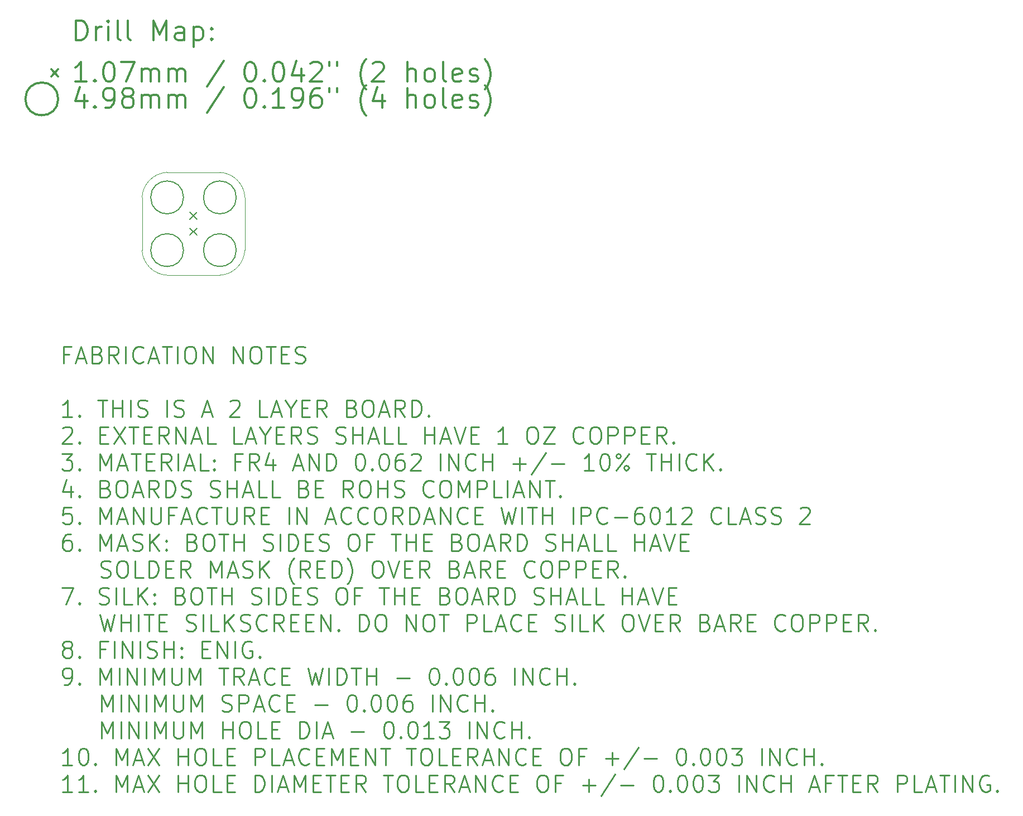
<source format=gbr>
G04 This is an RS-274x file exported by *
G04 gerbv version 2.6.0 *
G04 More information is available about gerbv at *
G04 http://gerbv.gpleda.org/ *
G04 --End of header info--*
%MOIN*%
%FSLAX34Y34*%
%IPPOS*%
G04 --Define apertures--*
%ADD10C,0.0050*%
%ADD11C,0.0079*%
%ADD12C,0.0118*%
%ADD13C,0.0138*%
%ADD14C,0.0020*%
%ADD15C,0.0100*%
G04 --Start main section--*
G54D11*
G01X0007861Y-012113D02*
G01X0008281Y-012533D01*
G01X0008281Y-012113D02*
G01X0007861Y-012533D01*
G01X0007861Y-013058D02*
G01X0008281Y-013478D01*
G01X0008281Y-013058D02*
G01X0007861Y-013478D01*
G01X0007486Y-011220D02*
G75*
G03X0007486Y-011220I-000980J0000000D01*
G01X0007486Y-014370D02*
G75*
G03X0007486Y-014370I-000980J0000000D01*
G01X0010636Y-011220D02*
G75*
G03X0010636Y-011220I-000980J0000000D01*
G01X0010636Y-014370D02*
G75*
G03X0010636Y-014370I-000980J0000000D01*
G54D12*
G01X0001069Y-001834D02*
G01X0001069Y-000652D01*
G01X0001069Y-000652D02*
G01X0001350Y-000652D01*
G01X0001350Y-000652D02*
G01X0001519Y-000709D01*
G01X0001519Y-000709D02*
G01X0001631Y-000821D01*
G01X0001631Y-000821D02*
G01X0001687Y-000934D01*
G01X0001687Y-000934D02*
G01X0001744Y-001159D01*
G01X0001744Y-001159D02*
G01X0001744Y-001327D01*
G01X0001744Y-001327D02*
G01X0001687Y-001552D01*
G01X0001687Y-001552D02*
G01X0001631Y-001665D01*
G01X0001631Y-001665D02*
G01X0001519Y-001777D01*
G01X0001519Y-001777D02*
G01X0001350Y-001834D01*
G01X0001350Y-001834D02*
G01X0001069Y-001834D01*
G01X0002250Y-001834D02*
G01X0002250Y-001046D01*
G01X0002250Y-001271D02*
G01X0002306Y-001159D01*
G01X0002306Y-001159D02*
G01X0002362Y-001102D01*
G01X0002362Y-001102D02*
G01X0002475Y-001046D01*
G01X0002475Y-001046D02*
G01X0002587Y-001046D01*
G01X0002981Y-001834D02*
G01X0002981Y-001046D01*
G01X0002981Y-000652D02*
G01X0002925Y-000709D01*
G01X0002925Y-000709D02*
G01X0002981Y-000765D01*
G01X0002981Y-000765D02*
G01X0003037Y-000709D01*
G01X0003037Y-000709D02*
G01X0002981Y-000652D01*
G01X0002981Y-000652D02*
G01X0002981Y-000765D01*
G01X0003712Y-001834D02*
G01X0003600Y-001777D01*
G01X0003600Y-001777D02*
G01X0003543Y-001665D01*
G01X0003543Y-001665D02*
G01X0003543Y-000652D01*
G01X0004331Y-001834D02*
G01X0004218Y-001777D01*
G01X0004218Y-001777D02*
G01X0004162Y-001665D01*
G01X0004162Y-001665D02*
G01X0004162Y-000652D01*
G01X0005681Y-001834D02*
G01X0005681Y-000652D01*
G01X0005681Y-000652D02*
G01X0006074Y-001496D01*
G01X0006074Y-001496D02*
G01X0006468Y-000652D01*
G01X0006468Y-000652D02*
G01X0006468Y-001834D01*
G01X0007537Y-001834D02*
G01X0007537Y-001215D01*
G01X0007537Y-001215D02*
G01X0007480Y-001102D01*
G01X0007480Y-001102D02*
G01X0007368Y-001046D01*
G01X0007368Y-001046D02*
G01X0007143Y-001046D01*
G01X0007143Y-001046D02*
G01X0007030Y-001102D01*
G01X0007537Y-001777D02*
G01X0007424Y-001834D01*
G01X0007424Y-001834D02*
G01X0007143Y-001834D01*
G01X0007143Y-001834D02*
G01X0007030Y-001777D01*
G01X0007030Y-001777D02*
G01X0006974Y-001665D01*
G01X0006974Y-001665D02*
G01X0006974Y-001552D01*
G01X0006974Y-001552D02*
G01X0007030Y-001440D01*
G01X0007030Y-001440D02*
G01X0007143Y-001384D01*
G01X0007143Y-001384D02*
G01X0007424Y-001384D01*
G01X0007424Y-001384D02*
G01X0007537Y-001327D01*
G01X0008099Y-001046D02*
G01X0008099Y-002227D01*
G01X0008099Y-001102D02*
G01X0008211Y-001046D01*
G01X0008211Y-001046D02*
G01X0008436Y-001046D01*
G01X0008436Y-001046D02*
G01X0008549Y-001102D01*
G01X0008549Y-001102D02*
G01X0008605Y-001159D01*
G01X0008605Y-001159D02*
G01X0008661Y-001271D01*
G01X0008661Y-001271D02*
G01X0008661Y-001609D01*
G01X0008661Y-001609D02*
G01X0008605Y-001721D01*
G01X0008605Y-001721D02*
G01X0008549Y-001777D01*
G01X0008549Y-001777D02*
G01X0008436Y-001834D01*
G01X0008436Y-001834D02*
G01X0008211Y-001834D01*
G01X0008211Y-001834D02*
G01X0008099Y-001777D01*
G01X0009168Y-001721D02*
G01X0009224Y-001777D01*
G01X0009224Y-001777D02*
G01X0009168Y-001834D01*
G01X0009168Y-001834D02*
G01X0009111Y-001777D01*
G01X0009111Y-001777D02*
G01X0009168Y-001721D01*
G01X0009168Y-001721D02*
G01X0009168Y-001834D01*
G01X0009168Y-001102D02*
G01X0009224Y-001159D01*
G01X0009224Y-001159D02*
G01X0009168Y-001215D01*
G01X0009168Y-001215D02*
G01X0009111Y-001159D01*
G01X0009111Y-001159D02*
G01X0009168Y-001102D01*
G01X0009168Y-001102D02*
G01X0009168Y-001215D01*
G01X-000420Y-003570D02*
G01X0000000Y-003990D01*
G01X0000000Y-003570D02*
G01X-000420Y-003990D01*
G01X0001687Y-004314D02*
G01X0001012Y-004314D01*
G01X0001350Y-004314D02*
G01X0001350Y-003133D01*
G01X0001350Y-003133D02*
G01X0001237Y-003301D01*
G01X0001237Y-003301D02*
G01X0001125Y-003414D01*
G01X0001125Y-003414D02*
G01X0001012Y-003470D01*
G01X0002193Y-004201D02*
G01X0002250Y-004258D01*
G01X0002250Y-004258D02*
G01X0002193Y-004314D01*
G01X0002193Y-004314D02*
G01X0002137Y-004258D01*
G01X0002137Y-004258D02*
G01X0002193Y-004201D01*
G01X0002193Y-004201D02*
G01X0002193Y-004314D01*
G01X0002981Y-003133D02*
G01X0003093Y-003133D01*
G01X0003093Y-003133D02*
G01X0003206Y-003189D01*
G01X0003206Y-003189D02*
G01X0003262Y-003245D01*
G01X0003262Y-003245D02*
G01X0003318Y-003358D01*
G01X0003318Y-003358D02*
G01X0003375Y-003583D01*
G01X0003375Y-003583D02*
G01X0003375Y-003864D01*
G01X0003375Y-003864D02*
G01X0003318Y-004089D01*
G01X0003318Y-004089D02*
G01X0003262Y-004201D01*
G01X0003262Y-004201D02*
G01X0003206Y-004258D01*
G01X0003206Y-004258D02*
G01X0003093Y-004314D01*
G01X0003093Y-004314D02*
G01X0002981Y-004314D01*
G01X0002981Y-004314D02*
G01X0002868Y-004258D01*
G01X0002868Y-004258D02*
G01X0002812Y-004201D01*
G01X0002812Y-004201D02*
G01X0002756Y-004089D01*
G01X0002756Y-004089D02*
G01X0002700Y-003864D01*
G01X0002700Y-003864D02*
G01X0002700Y-003583D01*
G01X0002700Y-003583D02*
G01X0002756Y-003358D01*
G01X0002756Y-003358D02*
G01X0002812Y-003245D01*
G01X0002812Y-003245D02*
G01X0002868Y-003189D01*
G01X0002868Y-003189D02*
G01X0002981Y-003133D01*
G01X0003768Y-003133D02*
G01X0004556Y-003133D01*
G01X0004556Y-003133D02*
G01X0004049Y-004314D01*
G01X0005006Y-004314D02*
G01X0005006Y-003526D01*
G01X0005006Y-003639D02*
G01X0005062Y-003583D01*
G01X0005062Y-003583D02*
G01X0005174Y-003526D01*
G01X0005174Y-003526D02*
G01X0005343Y-003526D01*
G01X0005343Y-003526D02*
G01X0005456Y-003583D01*
G01X0005456Y-003583D02*
G01X0005512Y-003695D01*
G01X0005512Y-003695D02*
G01X0005512Y-004314D01*
G01X0005512Y-003695D02*
G01X0005568Y-003583D01*
G01X0005568Y-003583D02*
G01X0005681Y-003526D01*
G01X0005681Y-003526D02*
G01X0005849Y-003526D01*
G01X0005849Y-003526D02*
G01X0005962Y-003583D01*
G01X0005962Y-003583D02*
G01X0006018Y-003695D01*
G01X0006018Y-003695D02*
G01X0006018Y-004314D01*
G01X0006580Y-004314D02*
G01X0006580Y-003526D01*
G01X0006580Y-003639D02*
G01X0006637Y-003583D01*
G01X0006637Y-003583D02*
G01X0006749Y-003526D01*
G01X0006749Y-003526D02*
G01X0006918Y-003526D01*
G01X0006918Y-003526D02*
G01X0007030Y-003583D01*
G01X0007030Y-003583D02*
G01X0007087Y-003695D01*
G01X0007087Y-003695D02*
G01X0007087Y-004314D01*
G01X0007087Y-003695D02*
G01X0007143Y-003583D01*
G01X0007143Y-003583D02*
G01X0007255Y-003526D01*
G01X0007255Y-003526D02*
G01X0007424Y-003526D01*
G01X0007424Y-003526D02*
G01X0007537Y-003583D01*
G01X0007537Y-003583D02*
G01X0007593Y-003695D01*
G01X0007593Y-003695D02*
G01X0007593Y-004314D01*
G01X0009899Y-003076D02*
G01X0008886Y-004595D01*
G01X0011417Y-003133D02*
G01X0011530Y-003133D01*
G01X0011530Y-003133D02*
G01X0011642Y-003189D01*
G01X0011642Y-003189D02*
G01X0011699Y-003245D01*
G01X0011699Y-003245D02*
G01X0011755Y-003358D01*
G01X0011755Y-003358D02*
G01X0011811Y-003583D01*
G01X0011811Y-003583D02*
G01X0011811Y-003864D01*
G01X0011811Y-003864D02*
G01X0011755Y-004089D01*
G01X0011755Y-004089D02*
G01X0011699Y-004201D01*
G01X0011699Y-004201D02*
G01X0011642Y-004258D01*
G01X0011642Y-004258D02*
G01X0011530Y-004314D01*
G01X0011530Y-004314D02*
G01X0011417Y-004314D01*
G01X0011417Y-004314D02*
G01X0011305Y-004258D01*
G01X0011305Y-004258D02*
G01X0011249Y-004201D01*
G01X0011249Y-004201D02*
G01X0011192Y-004089D01*
G01X0011192Y-004089D02*
G01X0011136Y-003864D01*
G01X0011136Y-003864D02*
G01X0011136Y-003583D01*
G01X0011136Y-003583D02*
G01X0011192Y-003358D01*
G01X0011192Y-003358D02*
G01X0011249Y-003245D01*
G01X0011249Y-003245D02*
G01X0011305Y-003189D01*
G01X0011305Y-003189D02*
G01X0011417Y-003133D01*
G01X0012317Y-004201D02*
G01X0012373Y-004258D01*
G01X0012373Y-004258D02*
G01X0012317Y-004314D01*
G01X0012317Y-004314D02*
G01X0012261Y-004258D01*
G01X0012261Y-004258D02*
G01X0012317Y-004201D01*
G01X0012317Y-004201D02*
G01X0012317Y-004314D01*
G01X0013105Y-003133D02*
G01X0013217Y-003133D01*
G01X0013217Y-003133D02*
G01X0013330Y-003189D01*
G01X0013330Y-003189D02*
G01X0013386Y-003245D01*
G01X0013386Y-003245D02*
G01X0013442Y-003358D01*
G01X0013442Y-003358D02*
G01X0013498Y-003583D01*
G01X0013498Y-003583D02*
G01X0013498Y-003864D01*
G01X0013498Y-003864D02*
G01X0013442Y-004089D01*
G01X0013442Y-004089D02*
G01X0013386Y-004201D01*
G01X0013386Y-004201D02*
G01X0013330Y-004258D01*
G01X0013330Y-004258D02*
G01X0013217Y-004314D01*
G01X0013217Y-004314D02*
G01X0013105Y-004314D01*
G01X0013105Y-004314D02*
G01X0012992Y-004258D01*
G01X0012992Y-004258D02*
G01X0012936Y-004201D01*
G01X0012936Y-004201D02*
G01X0012880Y-004089D01*
G01X0012880Y-004089D02*
G01X0012823Y-003864D01*
G01X0012823Y-003864D02*
G01X0012823Y-003583D01*
G01X0012823Y-003583D02*
G01X0012880Y-003358D01*
G01X0012880Y-003358D02*
G01X0012936Y-003245D01*
G01X0012936Y-003245D02*
G01X0012992Y-003189D01*
G01X0012992Y-003189D02*
G01X0013105Y-003133D01*
G01X0014511Y-003526D02*
G01X0014511Y-004314D01*
G01X0014229Y-003076D02*
G01X0013948Y-003920D01*
G01X0013948Y-003920D02*
G01X0014679Y-003920D01*
G01X0015073Y-003245D02*
G01X0015129Y-003189D01*
G01X0015129Y-003189D02*
G01X0015242Y-003133D01*
G01X0015242Y-003133D02*
G01X0015523Y-003133D01*
G01X0015523Y-003133D02*
G01X0015636Y-003189D01*
G01X0015636Y-003189D02*
G01X0015692Y-003245D01*
G01X0015692Y-003245D02*
G01X0015748Y-003358D01*
G01X0015748Y-003358D02*
G01X0015748Y-003470D01*
G01X0015748Y-003470D02*
G01X0015692Y-003639D01*
G01X0015692Y-003639D02*
G01X0015017Y-004314D01*
G01X0015017Y-004314D02*
G01X0015748Y-004314D01*
G01X0016198Y-003133D02*
G01X0016198Y-003358D01*
G01X0016648Y-003133D02*
G01X0016648Y-003358D01*
G01X0018391Y-004764D02*
G01X0018335Y-004708D01*
G01X0018335Y-004708D02*
G01X0018223Y-004539D01*
G01X0018223Y-004539D02*
G01X0018166Y-004426D01*
G01X0018166Y-004426D02*
G01X0018110Y-004258D01*
G01X0018110Y-004258D02*
G01X0018054Y-003976D01*
G01X0018054Y-003976D02*
G01X0018054Y-003751D01*
G01X0018054Y-003751D02*
G01X0018110Y-003470D01*
G01X0018110Y-003470D02*
G01X0018166Y-003301D01*
G01X0018166Y-003301D02*
G01X0018223Y-003189D01*
G01X0018223Y-003189D02*
G01X0018335Y-003020D01*
G01X0018335Y-003020D02*
G01X0018391Y-002964D01*
G01X0018785Y-003245D02*
G01X0018841Y-003189D01*
G01X0018841Y-003189D02*
G01X0018954Y-003133D01*
G01X0018954Y-003133D02*
G01X0019235Y-003133D01*
G01X0019235Y-003133D02*
G01X0019348Y-003189D01*
G01X0019348Y-003189D02*
G01X0019404Y-003245D01*
G01X0019404Y-003245D02*
G01X0019460Y-003358D01*
G01X0019460Y-003358D02*
G01X0019460Y-003470D01*
G01X0019460Y-003470D02*
G01X0019404Y-003639D01*
G01X0019404Y-003639D02*
G01X0018729Y-004314D01*
G01X0018729Y-004314D02*
G01X0019460Y-004314D01*
G01X0020866Y-004314D02*
G01X0020866Y-003133D01*
G01X0021372Y-004314D02*
G01X0021372Y-003695D01*
G01X0021372Y-003695D02*
G01X0021316Y-003583D01*
G01X0021316Y-003583D02*
G01X0021204Y-003526D01*
G01X0021204Y-003526D02*
G01X0021035Y-003526D01*
G01X0021035Y-003526D02*
G01X0020922Y-003583D01*
G01X0020922Y-003583D02*
G01X0020866Y-003639D01*
G01X0022103Y-004314D02*
G01X0021991Y-004258D01*
G01X0021991Y-004258D02*
G01X0021935Y-004201D01*
G01X0021935Y-004201D02*
G01X0021879Y-004089D01*
G01X0021879Y-004089D02*
G01X0021879Y-003751D01*
G01X0021879Y-003751D02*
G01X0021935Y-003639D01*
G01X0021935Y-003639D02*
G01X0021991Y-003583D01*
G01X0021991Y-003583D02*
G01X0022103Y-003526D01*
G01X0022103Y-003526D02*
G01X0022272Y-003526D01*
G01X0022272Y-003526D02*
G01X0022385Y-003583D01*
G01X0022385Y-003583D02*
G01X0022441Y-003639D01*
G01X0022441Y-003639D02*
G01X0022497Y-003751D01*
G01X0022497Y-003751D02*
G01X0022497Y-004089D01*
G01X0022497Y-004089D02*
G01X0022441Y-004201D01*
G01X0022441Y-004201D02*
G01X0022385Y-004258D01*
G01X0022385Y-004258D02*
G01X0022272Y-004314D01*
G01X0022272Y-004314D02*
G01X0022103Y-004314D01*
G01X0023172Y-004314D02*
G01X0023060Y-004258D01*
G01X0023060Y-004258D02*
G01X0023003Y-004145D01*
G01X0023003Y-004145D02*
G01X0023003Y-003133D01*
G01X0024072Y-004258D02*
G01X0023960Y-004314D01*
G01X0023960Y-004314D02*
G01X0023735Y-004314D01*
G01X0023735Y-004314D02*
G01X0023622Y-004258D01*
G01X0023622Y-004258D02*
G01X0023566Y-004145D01*
G01X0023566Y-004145D02*
G01X0023566Y-003695D01*
G01X0023566Y-003695D02*
G01X0023622Y-003583D01*
G01X0023622Y-003583D02*
G01X0023735Y-003526D01*
G01X0023735Y-003526D02*
G01X0023960Y-003526D01*
G01X0023960Y-003526D02*
G01X0024072Y-003583D01*
G01X0024072Y-003583D02*
G01X0024128Y-003695D01*
G01X0024128Y-003695D02*
G01X0024128Y-003808D01*
G01X0024128Y-003808D02*
G01X0023566Y-003920D01*
G01X0024578Y-004258D02*
G01X0024691Y-004314D01*
G01X0024691Y-004314D02*
G01X0024916Y-004314D01*
G01X0024916Y-004314D02*
G01X0025028Y-004258D01*
G01X0025028Y-004258D02*
G01X0025084Y-004145D01*
G01X0025084Y-004145D02*
G01X0025084Y-004089D01*
G01X0025084Y-004089D02*
G01X0025028Y-003976D01*
G01X0025028Y-003976D02*
G01X0024916Y-003920D01*
G01X0024916Y-003920D02*
G01X0024747Y-003920D01*
G01X0024747Y-003920D02*
G01X0024634Y-003864D01*
G01X0024634Y-003864D02*
G01X0024578Y-003751D01*
G01X0024578Y-003751D02*
G01X0024578Y-003695D01*
G01X0024578Y-003695D02*
G01X0024634Y-003583D01*
G01X0024634Y-003583D02*
G01X0024747Y-003526D01*
G01X0024747Y-003526D02*
G01X0024916Y-003526D01*
G01X0024916Y-003526D02*
G01X0025028Y-003583D01*
G01X0025478Y-004764D02*
G01X0025534Y-004708D01*
G01X0025534Y-004708D02*
G01X0025647Y-004539D01*
G01X0025647Y-004539D02*
G01X0025703Y-004426D01*
G01X0025703Y-004426D02*
G01X0025759Y-004258D01*
G01X0025759Y-004258D02*
G01X0025816Y-003976D01*
G01X0025816Y-003976D02*
G01X0025816Y-003751D01*
G01X0025816Y-003751D02*
G01X0025759Y-003470D01*
G01X0025759Y-003470D02*
G01X0025703Y-003301D01*
G01X0025703Y-003301D02*
G01X0025647Y-003189D01*
G01X0025647Y-003189D02*
G01X0025534Y-003020D01*
G01X0025534Y-003020D02*
G01X0025478Y-002964D01*
G01X0000000Y-005339D02*
G75*
G03X0000000Y-005339I-000980J0000000D01*
G01X0001575Y-005085D02*
G01X0001575Y-005873D01*
G01X0001294Y-004636D02*
G01X0001012Y-005479D01*
G01X0001012Y-005479D02*
G01X0001744Y-005479D01*
G01X0002193Y-005760D02*
G01X0002250Y-005817D01*
G01X0002250Y-005817D02*
G01X0002193Y-005873D01*
G01X0002193Y-005873D02*
G01X0002137Y-005817D01*
G01X0002137Y-005817D02*
G01X0002193Y-005760D01*
G01X0002193Y-005760D02*
G01X0002193Y-005873D01*
G01X0002812Y-005873D02*
G01X0003037Y-005873D01*
G01X0003037Y-005873D02*
G01X0003150Y-005817D01*
G01X0003150Y-005817D02*
G01X0003206Y-005760D01*
G01X0003206Y-005760D02*
G01X0003318Y-005592D01*
G01X0003318Y-005592D02*
G01X0003375Y-005367D01*
G01X0003375Y-005367D02*
G01X0003375Y-004917D01*
G01X0003375Y-004917D02*
G01X0003318Y-004804D01*
G01X0003318Y-004804D02*
G01X0003262Y-004748D01*
G01X0003262Y-004748D02*
G01X0003150Y-004692D01*
G01X0003150Y-004692D02*
G01X0002925Y-004692D01*
G01X0002925Y-004692D02*
G01X0002812Y-004748D01*
G01X0002812Y-004748D02*
G01X0002756Y-004804D01*
G01X0002756Y-004804D02*
G01X0002700Y-004917D01*
G01X0002700Y-004917D02*
G01X0002700Y-005198D01*
G01X0002700Y-005198D02*
G01X0002756Y-005310D01*
G01X0002756Y-005310D02*
G01X0002812Y-005367D01*
G01X0002812Y-005367D02*
G01X0002925Y-005423D01*
G01X0002925Y-005423D02*
G01X0003150Y-005423D01*
G01X0003150Y-005423D02*
G01X0003262Y-005367D01*
G01X0003262Y-005367D02*
G01X0003318Y-005310D01*
G01X0003318Y-005310D02*
G01X0003375Y-005198D01*
G01X0004049Y-005198D02*
G01X0003937Y-005142D01*
G01X0003937Y-005142D02*
G01X0003881Y-005085D01*
G01X0003881Y-005085D02*
G01X0003825Y-004973D01*
G01X0003825Y-004973D02*
G01X0003825Y-004917D01*
G01X0003825Y-004917D02*
G01X0003881Y-004804D01*
G01X0003881Y-004804D02*
G01X0003937Y-004748D01*
G01X0003937Y-004748D02*
G01X0004049Y-004692D01*
G01X0004049Y-004692D02*
G01X0004274Y-004692D01*
G01X0004274Y-004692D02*
G01X0004387Y-004748D01*
G01X0004387Y-004748D02*
G01X0004443Y-004804D01*
G01X0004443Y-004804D02*
G01X0004499Y-004917D01*
G01X0004499Y-004917D02*
G01X0004499Y-004973D01*
G01X0004499Y-004973D02*
G01X0004443Y-005085D01*
G01X0004443Y-005085D02*
G01X0004387Y-005142D01*
G01X0004387Y-005142D02*
G01X0004274Y-005198D01*
G01X0004274Y-005198D02*
G01X0004049Y-005198D01*
G01X0004049Y-005198D02*
G01X0003937Y-005254D01*
G01X0003937Y-005254D02*
G01X0003881Y-005310D01*
G01X0003881Y-005310D02*
G01X0003825Y-005423D01*
G01X0003825Y-005423D02*
G01X0003825Y-005648D01*
G01X0003825Y-005648D02*
G01X0003881Y-005760D01*
G01X0003881Y-005760D02*
G01X0003937Y-005817D01*
G01X0003937Y-005817D02*
G01X0004049Y-005873D01*
G01X0004049Y-005873D02*
G01X0004274Y-005873D01*
G01X0004274Y-005873D02*
G01X0004387Y-005817D01*
G01X0004387Y-005817D02*
G01X0004443Y-005760D01*
G01X0004443Y-005760D02*
G01X0004499Y-005648D01*
G01X0004499Y-005648D02*
G01X0004499Y-005423D01*
G01X0004499Y-005423D02*
G01X0004443Y-005310D01*
G01X0004443Y-005310D02*
G01X0004387Y-005254D01*
G01X0004387Y-005254D02*
G01X0004274Y-005198D01*
G01X0005006Y-005873D02*
G01X0005006Y-005085D01*
G01X0005006Y-005198D02*
G01X0005062Y-005142D01*
G01X0005062Y-005142D02*
G01X0005174Y-005085D01*
G01X0005174Y-005085D02*
G01X0005343Y-005085D01*
G01X0005343Y-005085D02*
G01X0005456Y-005142D01*
G01X0005456Y-005142D02*
G01X0005512Y-005254D01*
G01X0005512Y-005254D02*
G01X0005512Y-005873D01*
G01X0005512Y-005254D02*
G01X0005568Y-005142D01*
G01X0005568Y-005142D02*
G01X0005681Y-005085D01*
G01X0005681Y-005085D02*
G01X0005849Y-005085D01*
G01X0005849Y-005085D02*
G01X0005962Y-005142D01*
G01X0005962Y-005142D02*
G01X0006018Y-005254D01*
G01X0006018Y-005254D02*
G01X0006018Y-005873D01*
G01X0006580Y-005873D02*
G01X0006580Y-005085D01*
G01X0006580Y-005198D02*
G01X0006637Y-005142D01*
G01X0006637Y-005142D02*
G01X0006749Y-005085D01*
G01X0006749Y-005085D02*
G01X0006918Y-005085D01*
G01X0006918Y-005085D02*
G01X0007030Y-005142D01*
G01X0007030Y-005142D02*
G01X0007087Y-005254D01*
G01X0007087Y-005254D02*
G01X0007087Y-005873D01*
G01X0007087Y-005254D02*
G01X0007143Y-005142D01*
G01X0007143Y-005142D02*
G01X0007255Y-005085D01*
G01X0007255Y-005085D02*
G01X0007424Y-005085D01*
G01X0007424Y-005085D02*
G01X0007537Y-005142D01*
G01X0007537Y-005142D02*
G01X0007593Y-005254D01*
G01X0007593Y-005254D02*
G01X0007593Y-005873D01*
G01X0009899Y-004636D02*
G01X0008886Y-006154D01*
G01X0011417Y-004692D02*
G01X0011530Y-004692D01*
G01X0011530Y-004692D02*
G01X0011642Y-004748D01*
G01X0011642Y-004748D02*
G01X0011699Y-004804D01*
G01X0011699Y-004804D02*
G01X0011755Y-004917D01*
G01X0011755Y-004917D02*
G01X0011811Y-005142D01*
G01X0011811Y-005142D02*
G01X0011811Y-005423D01*
G01X0011811Y-005423D02*
G01X0011755Y-005648D01*
G01X0011755Y-005648D02*
G01X0011699Y-005760D01*
G01X0011699Y-005760D02*
G01X0011642Y-005817D01*
G01X0011642Y-005817D02*
G01X0011530Y-005873D01*
G01X0011530Y-005873D02*
G01X0011417Y-005873D01*
G01X0011417Y-005873D02*
G01X0011305Y-005817D01*
G01X0011305Y-005817D02*
G01X0011249Y-005760D01*
G01X0011249Y-005760D02*
G01X0011192Y-005648D01*
G01X0011192Y-005648D02*
G01X0011136Y-005423D01*
G01X0011136Y-005423D02*
G01X0011136Y-005142D01*
G01X0011136Y-005142D02*
G01X0011192Y-004917D01*
G01X0011192Y-004917D02*
G01X0011249Y-004804D01*
G01X0011249Y-004804D02*
G01X0011305Y-004748D01*
G01X0011305Y-004748D02*
G01X0011417Y-004692D01*
G01X0012317Y-005760D02*
G01X0012373Y-005817D01*
G01X0012373Y-005817D02*
G01X0012317Y-005873D01*
G01X0012317Y-005873D02*
G01X0012261Y-005817D01*
G01X0012261Y-005817D02*
G01X0012317Y-005760D01*
G01X0012317Y-005760D02*
G01X0012317Y-005873D01*
G01X0013498Y-005873D02*
G01X0012823Y-005873D01*
G01X0013161Y-005873D02*
G01X0013161Y-004692D01*
G01X0013161Y-004692D02*
G01X0013048Y-004861D01*
G01X0013048Y-004861D02*
G01X0012936Y-004973D01*
G01X0012936Y-004973D02*
G01X0012823Y-005029D01*
G01X0014061Y-005873D02*
G01X0014286Y-005873D01*
G01X0014286Y-005873D02*
G01X0014398Y-005817D01*
G01X0014398Y-005817D02*
G01X0014454Y-005760D01*
G01X0014454Y-005760D02*
G01X0014567Y-005592D01*
G01X0014567Y-005592D02*
G01X0014623Y-005367D01*
G01X0014623Y-005367D02*
G01X0014623Y-004917D01*
G01X0014623Y-004917D02*
G01X0014567Y-004804D01*
G01X0014567Y-004804D02*
G01X0014511Y-004748D01*
G01X0014511Y-004748D02*
G01X0014398Y-004692D01*
G01X0014398Y-004692D02*
G01X0014173Y-004692D01*
G01X0014173Y-004692D02*
G01X0014061Y-004748D01*
G01X0014061Y-004748D02*
G01X0014005Y-004804D01*
G01X0014005Y-004804D02*
G01X0013948Y-004917D01*
G01X0013948Y-004917D02*
G01X0013948Y-005198D01*
G01X0013948Y-005198D02*
G01X0014005Y-005310D01*
G01X0014005Y-005310D02*
G01X0014061Y-005367D01*
G01X0014061Y-005367D02*
G01X0014173Y-005423D01*
G01X0014173Y-005423D02*
G01X0014398Y-005423D01*
G01X0014398Y-005423D02*
G01X0014511Y-005367D01*
G01X0014511Y-005367D02*
G01X0014567Y-005310D01*
G01X0014567Y-005310D02*
G01X0014623Y-005198D01*
G01X0015636Y-004692D02*
G01X0015411Y-004692D01*
G01X0015411Y-004692D02*
G01X0015298Y-004748D01*
G01X0015298Y-004748D02*
G01X0015242Y-004804D01*
G01X0015242Y-004804D02*
G01X0015129Y-004973D01*
G01X0015129Y-004973D02*
G01X0015073Y-005198D01*
G01X0015073Y-005198D02*
G01X0015073Y-005648D01*
G01X0015073Y-005648D02*
G01X0015129Y-005760D01*
G01X0015129Y-005760D02*
G01X0015186Y-005817D01*
G01X0015186Y-005817D02*
G01X0015298Y-005873D01*
G01X0015298Y-005873D02*
G01X0015523Y-005873D01*
G01X0015523Y-005873D02*
G01X0015636Y-005817D01*
G01X0015636Y-005817D02*
G01X0015692Y-005760D01*
G01X0015692Y-005760D02*
G01X0015748Y-005648D01*
G01X0015748Y-005648D02*
G01X0015748Y-005367D01*
G01X0015748Y-005367D02*
G01X0015692Y-005254D01*
G01X0015692Y-005254D02*
G01X0015636Y-005198D01*
G01X0015636Y-005198D02*
G01X0015523Y-005142D01*
G01X0015523Y-005142D02*
G01X0015298Y-005142D01*
G01X0015298Y-005142D02*
G01X0015186Y-005198D01*
G01X0015186Y-005198D02*
G01X0015129Y-005254D01*
G01X0015129Y-005254D02*
G01X0015073Y-005367D01*
G01X0016198Y-004692D02*
G01X0016198Y-004917D01*
G01X0016648Y-004692D02*
G01X0016648Y-004917D01*
G01X0018391Y-006323D02*
G01X0018335Y-006267D01*
G01X0018335Y-006267D02*
G01X0018223Y-006098D01*
G01X0018223Y-006098D02*
G01X0018166Y-005985D01*
G01X0018166Y-005985D02*
G01X0018110Y-005817D01*
G01X0018110Y-005817D02*
G01X0018054Y-005535D01*
G01X0018054Y-005535D02*
G01X0018054Y-005310D01*
G01X0018054Y-005310D02*
G01X0018110Y-005029D01*
G01X0018110Y-005029D02*
G01X0018166Y-004861D01*
G01X0018166Y-004861D02*
G01X0018223Y-004748D01*
G01X0018223Y-004748D02*
G01X0018335Y-004579D01*
G01X0018335Y-004579D02*
G01X0018391Y-004523D01*
G01X0019348Y-005085D02*
G01X0019348Y-005873D01*
G01X0019066Y-004636D02*
G01X0018785Y-005479D01*
G01X0018785Y-005479D02*
G01X0019516Y-005479D01*
G01X0020866Y-005873D02*
G01X0020866Y-004692D01*
G01X0021372Y-005873D02*
G01X0021372Y-005254D01*
G01X0021372Y-005254D02*
G01X0021316Y-005142D01*
G01X0021316Y-005142D02*
G01X0021204Y-005085D01*
G01X0021204Y-005085D02*
G01X0021035Y-005085D01*
G01X0021035Y-005085D02*
G01X0020922Y-005142D01*
G01X0020922Y-005142D02*
G01X0020866Y-005198D01*
G01X0022103Y-005873D02*
G01X0021991Y-005817D01*
G01X0021991Y-005817D02*
G01X0021935Y-005760D01*
G01X0021935Y-005760D02*
G01X0021879Y-005648D01*
G01X0021879Y-005648D02*
G01X0021879Y-005310D01*
G01X0021879Y-005310D02*
G01X0021935Y-005198D01*
G01X0021935Y-005198D02*
G01X0021991Y-005142D01*
G01X0021991Y-005142D02*
G01X0022103Y-005085D01*
G01X0022103Y-005085D02*
G01X0022272Y-005085D01*
G01X0022272Y-005085D02*
G01X0022385Y-005142D01*
G01X0022385Y-005142D02*
G01X0022441Y-005198D01*
G01X0022441Y-005198D02*
G01X0022497Y-005310D01*
G01X0022497Y-005310D02*
G01X0022497Y-005648D01*
G01X0022497Y-005648D02*
G01X0022441Y-005760D01*
G01X0022441Y-005760D02*
G01X0022385Y-005817D01*
G01X0022385Y-005817D02*
G01X0022272Y-005873D01*
G01X0022272Y-005873D02*
G01X0022103Y-005873D01*
G01X0023172Y-005873D02*
G01X0023060Y-005817D01*
G01X0023060Y-005817D02*
G01X0023003Y-005704D01*
G01X0023003Y-005704D02*
G01X0023003Y-004692D01*
G01X0024072Y-005817D02*
G01X0023960Y-005873D01*
G01X0023960Y-005873D02*
G01X0023735Y-005873D01*
G01X0023735Y-005873D02*
G01X0023622Y-005817D01*
G01X0023622Y-005817D02*
G01X0023566Y-005704D01*
G01X0023566Y-005704D02*
G01X0023566Y-005254D01*
G01X0023566Y-005254D02*
G01X0023622Y-005142D01*
G01X0023622Y-005142D02*
G01X0023735Y-005085D01*
G01X0023735Y-005085D02*
G01X0023960Y-005085D01*
G01X0023960Y-005085D02*
G01X0024072Y-005142D01*
G01X0024072Y-005142D02*
G01X0024128Y-005254D01*
G01X0024128Y-005254D02*
G01X0024128Y-005367D01*
G01X0024128Y-005367D02*
G01X0023566Y-005479D01*
G01X0024578Y-005817D02*
G01X0024691Y-005873D01*
G01X0024691Y-005873D02*
G01X0024916Y-005873D01*
G01X0024916Y-005873D02*
G01X0025028Y-005817D01*
G01X0025028Y-005817D02*
G01X0025084Y-005704D01*
G01X0025084Y-005704D02*
G01X0025084Y-005648D01*
G01X0025084Y-005648D02*
G01X0025028Y-005535D01*
G01X0025028Y-005535D02*
G01X0024916Y-005479D01*
G01X0024916Y-005479D02*
G01X0024747Y-005479D01*
G01X0024747Y-005479D02*
G01X0024634Y-005423D01*
G01X0024634Y-005423D02*
G01X0024578Y-005310D01*
G01X0024578Y-005310D02*
G01X0024578Y-005254D01*
G01X0024578Y-005254D02*
G01X0024634Y-005142D01*
G01X0024634Y-005142D02*
G01X0024747Y-005085D01*
G01X0024747Y-005085D02*
G01X0024916Y-005085D01*
G01X0024916Y-005085D02*
G01X0025028Y-005142D01*
G01X0025478Y-006323D02*
G01X0025534Y-006267D01*
G01X0025534Y-006267D02*
G01X0025647Y-006098D01*
G01X0025647Y-006098D02*
G01X0025703Y-005985D01*
G01X0025703Y-005985D02*
G01X0025759Y-005817D01*
G01X0025759Y-005817D02*
G01X0025816Y-005535D01*
G01X0025816Y-005535D02*
G01X0025816Y-005310D01*
G01X0025816Y-005310D02*
G01X0025759Y-005029D01*
G01X0025759Y-005029D02*
G01X0025703Y-004861D01*
G01X0025703Y-004861D02*
G01X0025647Y-004748D01*
G01X0025647Y-004748D02*
G01X0025534Y-004579D01*
G01X0025534Y-004579D02*
G01X0025478Y-004523D01*
G01X0000000Y0000000D02*
G54D14*
G01X0005008Y-014374D02*
G75*
G03X0006506Y-015866I0001574J0000083D01*
G01X0011152Y-011220D02*
G01X0011152Y-014370D01*
G01X0006506Y-009724D02*
G01X0009656Y-009724D01*
G01X0006506Y-015866D02*
G01X0009656Y-015866D01*
G01X0005010Y-011220D02*
G01X0005010Y-014370D01*
G01X0009659Y-015868D02*
G75*
G03X0011152Y-014370I-000083J0001574D01*
G01X0006502Y-009723D02*
G75*
G03X0005010Y-011220I0000083J-001574D01*
G01X0011153Y-011217D02*
G75*
G03X0009656Y-009724I-001574J-000083D01*
G01X0000000Y0000000D02*
G54D15*
G01X0000650Y-020593D02*
G01X0000317Y-020593D01*
G01X0000317Y-021117D02*
G01X0000317Y-020117D01*
G01X0000317Y-020117D02*
G01X0000793Y-020117D01*
G01X0001126Y-020831D02*
G01X0001603Y-020831D01*
G01X0001031Y-021117D02*
G01X0001364Y-020117D01*
G01X0001364Y-020117D02*
G01X0001698Y-021117D01*
G01X0002364Y-020593D02*
G01X0002507Y-020641D01*
G01X0002507Y-020641D02*
G01X0002555Y-020688D01*
G01X0002555Y-020688D02*
G01X0002603Y-020784D01*
G01X0002603Y-020784D02*
G01X0002603Y-020926D01*
G01X0002603Y-020926D02*
G01X0002555Y-021022D01*
G01X0002555Y-021022D02*
G01X0002507Y-021069D01*
G01X0002507Y-021069D02*
G01X0002412Y-021117D01*
G01X0002412Y-021117D02*
G01X0002031Y-021117D01*
G01X0002031Y-021117D02*
G01X0002031Y-020117D01*
G01X0002031Y-020117D02*
G01X0002364Y-020117D01*
G01X0002364Y-020117D02*
G01X0002460Y-020165D01*
G01X0002460Y-020165D02*
G01X0002507Y-020212D01*
G01X0002507Y-020212D02*
G01X0002555Y-020307D01*
G01X0002555Y-020307D02*
G01X0002555Y-020403D01*
G01X0002555Y-020403D02*
G01X0002507Y-020498D01*
G01X0002507Y-020498D02*
G01X0002460Y-020546D01*
G01X0002460Y-020546D02*
G01X0002364Y-020593D01*
G01X0002364Y-020593D02*
G01X0002031Y-020593D01*
G01X0003603Y-021117D02*
G01X0003269Y-020641D01*
G01X0003031Y-021117D02*
G01X0003031Y-020117D01*
G01X0003031Y-020117D02*
G01X0003412Y-020117D01*
G01X0003412Y-020117D02*
G01X0003507Y-020165D01*
G01X0003507Y-020165D02*
G01X0003555Y-020212D01*
G01X0003555Y-020212D02*
G01X0003603Y-020307D01*
G01X0003603Y-020307D02*
G01X0003603Y-020450D01*
G01X0003603Y-020450D02*
G01X0003555Y-020546D01*
G01X0003555Y-020546D02*
G01X0003507Y-020593D01*
G01X0003507Y-020593D02*
G01X0003412Y-020641D01*
G01X0003412Y-020641D02*
G01X0003031Y-020641D01*
G01X0004031Y-021117D02*
G01X0004031Y-020117D01*
G01X0005079Y-021022D02*
G01X0005031Y-021069D01*
G01X0005031Y-021069D02*
G01X0004888Y-021117D01*
G01X0004888Y-021117D02*
G01X0004793Y-021117D01*
G01X0004793Y-021117D02*
G01X0004650Y-021069D01*
G01X0004650Y-021069D02*
G01X0004555Y-020974D01*
G01X0004555Y-020974D02*
G01X0004507Y-020879D01*
G01X0004507Y-020879D02*
G01X0004460Y-020688D01*
G01X0004460Y-020688D02*
G01X0004460Y-020546D01*
G01X0004460Y-020546D02*
G01X0004507Y-020355D01*
G01X0004507Y-020355D02*
G01X0004555Y-020260D01*
G01X0004555Y-020260D02*
G01X0004650Y-020165D01*
G01X0004650Y-020165D02*
G01X0004793Y-020117D01*
G01X0004793Y-020117D02*
G01X0004888Y-020117D01*
G01X0004888Y-020117D02*
G01X0005031Y-020165D01*
G01X0005031Y-020165D02*
G01X0005079Y-020212D01*
G01X0005460Y-020831D02*
G01X0005936Y-020831D01*
G01X0005364Y-021117D02*
G01X0005698Y-020117D01*
G01X0005698Y-020117D02*
G01X0006031Y-021117D01*
G01X0006222Y-020117D02*
G01X0006793Y-020117D01*
G01X0006507Y-021117D02*
G01X0006507Y-020117D01*
G01X0007126Y-021117D02*
G01X0007126Y-020117D01*
G01X0007793Y-020117D02*
G01X0007984Y-020117D01*
G01X0007984Y-020117D02*
G01X0008079Y-020165D01*
G01X0008079Y-020165D02*
G01X0008174Y-020260D01*
G01X0008174Y-020260D02*
G01X0008222Y-020450D01*
G01X0008222Y-020450D02*
G01X0008222Y-020784D01*
G01X0008222Y-020784D02*
G01X0008174Y-020974D01*
G01X0008174Y-020974D02*
G01X0008079Y-021069D01*
G01X0008079Y-021069D02*
G01X0007984Y-021117D01*
G01X0007984Y-021117D02*
G01X0007793Y-021117D01*
G01X0007793Y-021117D02*
G01X0007698Y-021069D01*
G01X0007698Y-021069D02*
G01X0007603Y-020974D01*
G01X0007603Y-020974D02*
G01X0007555Y-020784D01*
G01X0007555Y-020784D02*
G01X0007555Y-020450D01*
G01X0007555Y-020450D02*
G01X0007603Y-020260D01*
G01X0007603Y-020260D02*
G01X0007698Y-020165D01*
G01X0007698Y-020165D02*
G01X0007793Y-020117D01*
G01X0008650Y-021117D02*
G01X0008650Y-020117D01*
G01X0008650Y-020117D02*
G01X0009222Y-021117D01*
G01X0009222Y-021117D02*
G01X0009222Y-020117D01*
G01X0010460Y-021117D02*
G01X0010460Y-020117D01*
G01X0010460Y-020117D02*
G01X0011031Y-021117D01*
G01X0011031Y-021117D02*
G01X0011031Y-020117D01*
G01X0011698Y-020117D02*
G01X0011888Y-020117D01*
G01X0011888Y-020117D02*
G01X0011984Y-020165D01*
G01X0011984Y-020165D02*
G01X0012079Y-020260D01*
G01X0012079Y-020260D02*
G01X0012126Y-020450D01*
G01X0012126Y-020450D02*
G01X0012126Y-020784D01*
G01X0012126Y-020784D02*
G01X0012079Y-020974D01*
G01X0012079Y-020974D02*
G01X0011984Y-021069D01*
G01X0011984Y-021069D02*
G01X0011888Y-021117D01*
G01X0011888Y-021117D02*
G01X0011698Y-021117D01*
G01X0011698Y-021117D02*
G01X0011603Y-021069D01*
G01X0011603Y-021069D02*
G01X0011507Y-020974D01*
G01X0011507Y-020974D02*
G01X0011460Y-020784D01*
G01X0011460Y-020784D02*
G01X0011460Y-020450D01*
G01X0011460Y-020450D02*
G01X0011507Y-020260D01*
G01X0011507Y-020260D02*
G01X0011603Y-020165D01*
G01X0011603Y-020165D02*
G01X0011698Y-020117D01*
G01X0012412Y-020117D02*
G01X0012984Y-020117D01*
G01X0012698Y-021117D02*
G01X0012698Y-020117D01*
G01X0013317Y-020593D02*
G01X0013650Y-020593D01*
G01X0013793Y-021117D02*
G01X0013317Y-021117D01*
G01X0013317Y-021117D02*
G01X0013317Y-020117D01*
G01X0013317Y-020117D02*
G01X0013793Y-020117D01*
G01X0014174Y-021069D02*
G01X0014317Y-021117D01*
G01X0014317Y-021117D02*
G01X0014555Y-021117D01*
G01X0014555Y-021117D02*
G01X0014650Y-021069D01*
G01X0014650Y-021069D02*
G01X0014698Y-021022D01*
G01X0014698Y-021022D02*
G01X0014745Y-020926D01*
G01X0014745Y-020926D02*
G01X0014745Y-020831D01*
G01X0014745Y-020831D02*
G01X0014698Y-020736D01*
G01X0014698Y-020736D02*
G01X0014650Y-020688D01*
G01X0014650Y-020688D02*
G01X0014555Y-020641D01*
G01X0014555Y-020641D02*
G01X0014364Y-020593D01*
G01X0014364Y-020593D02*
G01X0014269Y-020546D01*
G01X0014269Y-020546D02*
G01X0014222Y-020498D01*
G01X0014222Y-020498D02*
G01X0014174Y-020403D01*
G01X0014174Y-020403D02*
G01X0014174Y-020307D01*
G01X0014174Y-020307D02*
G01X0014222Y-020212D01*
G01X0014222Y-020212D02*
G01X0014269Y-020165D01*
G01X0014269Y-020165D02*
G01X0014364Y-020117D01*
G01X0014364Y-020117D02*
G01X0014603Y-020117D01*
G01X0014603Y-020117D02*
G01X0014745Y-020165D01*
G01X0000841Y-024317D02*
G01X0000269Y-024317D01*
G01X0000555Y-024317D02*
G01X0000555Y-023317D01*
G01X0000555Y-023317D02*
G01X0000460Y-023460D01*
G01X0000460Y-023460D02*
G01X0000364Y-023555D01*
G01X0000364Y-023555D02*
G01X0000269Y-023603D01*
G01X0001269Y-024222D02*
G01X0001317Y-024269D01*
G01X0001317Y-024269D02*
G01X0001269Y-024317D01*
G01X0001269Y-024317D02*
G01X0001222Y-024269D01*
G01X0001222Y-024269D02*
G01X0001269Y-024222D01*
G01X0001269Y-024222D02*
G01X0001269Y-024317D01*
G01X0002364Y-023317D02*
G01X0002936Y-023317D01*
G01X0002650Y-024317D02*
G01X0002650Y-023317D01*
G01X0003269Y-024317D02*
G01X0003269Y-023317D01*
G01X0003269Y-023793D02*
G01X0003841Y-023793D01*
G01X0003841Y-024317D02*
G01X0003841Y-023317D01*
G01X0004317Y-024317D02*
G01X0004317Y-023317D01*
G01X0004745Y-024269D02*
G01X0004888Y-024317D01*
G01X0004888Y-024317D02*
G01X0005126Y-024317D01*
G01X0005126Y-024317D02*
G01X0005222Y-024269D01*
G01X0005222Y-024269D02*
G01X0005269Y-024222D01*
G01X0005269Y-024222D02*
G01X0005317Y-024126D01*
G01X0005317Y-024126D02*
G01X0005317Y-024031D01*
G01X0005317Y-024031D02*
G01X0005269Y-023936D01*
G01X0005269Y-023936D02*
G01X0005222Y-023888D01*
G01X0005222Y-023888D02*
G01X0005126Y-023841D01*
G01X0005126Y-023841D02*
G01X0004936Y-023793D01*
G01X0004936Y-023793D02*
G01X0004841Y-023746D01*
G01X0004841Y-023746D02*
G01X0004793Y-023698D01*
G01X0004793Y-023698D02*
G01X0004745Y-023603D01*
G01X0004745Y-023603D02*
G01X0004745Y-023507D01*
G01X0004745Y-023507D02*
G01X0004793Y-023412D01*
G01X0004793Y-023412D02*
G01X0004841Y-023365D01*
G01X0004841Y-023365D02*
G01X0004936Y-023317D01*
G01X0004936Y-023317D02*
G01X0005174Y-023317D01*
G01X0005174Y-023317D02*
G01X0005317Y-023365D01*
G01X0006507Y-024317D02*
G01X0006507Y-023317D01*
G01X0006936Y-024269D02*
G01X0007079Y-024317D01*
G01X0007079Y-024317D02*
G01X0007317Y-024317D01*
G01X0007317Y-024317D02*
G01X0007412Y-024269D01*
G01X0007412Y-024269D02*
G01X0007460Y-024222D01*
G01X0007460Y-024222D02*
G01X0007507Y-024126D01*
G01X0007507Y-024126D02*
G01X0007507Y-024031D01*
G01X0007507Y-024031D02*
G01X0007460Y-023936D01*
G01X0007460Y-023936D02*
G01X0007412Y-023888D01*
G01X0007412Y-023888D02*
G01X0007317Y-023841D01*
G01X0007317Y-023841D02*
G01X0007126Y-023793D01*
G01X0007126Y-023793D02*
G01X0007031Y-023746D01*
G01X0007031Y-023746D02*
G01X0006984Y-023698D01*
G01X0006984Y-023698D02*
G01X0006936Y-023603D01*
G01X0006936Y-023603D02*
G01X0006936Y-023507D01*
G01X0006936Y-023507D02*
G01X0006984Y-023412D01*
G01X0006984Y-023412D02*
G01X0007031Y-023365D01*
G01X0007031Y-023365D02*
G01X0007126Y-023317D01*
G01X0007126Y-023317D02*
G01X0007364Y-023317D01*
G01X0007364Y-023317D02*
G01X0007507Y-023365D01*
G01X0008650Y-024031D02*
G01X0009126Y-024031D01*
G01X0008555Y-024317D02*
G01X0008888Y-023317D01*
G01X0008888Y-023317D02*
G01X0009222Y-024317D01*
G01X0010269Y-023412D02*
G01X0010317Y-023365D01*
G01X0010317Y-023365D02*
G01X0010412Y-023317D01*
G01X0010412Y-023317D02*
G01X0010650Y-023317D01*
G01X0010650Y-023317D02*
G01X0010745Y-023365D01*
G01X0010745Y-023365D02*
G01X0010793Y-023412D01*
G01X0010793Y-023412D02*
G01X0010841Y-023507D01*
G01X0010841Y-023507D02*
G01X0010841Y-023603D01*
G01X0010841Y-023603D02*
G01X0010793Y-023746D01*
G01X0010793Y-023746D02*
G01X0010222Y-024317D01*
G01X0010222Y-024317D02*
G01X0010841Y-024317D01*
G01X0012507Y-024317D02*
G01X0012031Y-024317D01*
G01X0012031Y-024317D02*
G01X0012031Y-023317D01*
G01X0012793Y-024031D02*
G01X0013269Y-024031D01*
G01X0012698Y-024317D02*
G01X0013031Y-023317D01*
G01X0013031Y-023317D02*
G01X0013364Y-024317D01*
G01X0013888Y-023841D02*
G01X0013888Y-024317D01*
G01X0013555Y-023317D02*
G01X0013888Y-023841D01*
G01X0013888Y-023841D02*
G01X0014222Y-023317D01*
G01X0014555Y-023793D02*
G01X0014888Y-023793D01*
G01X0015031Y-024317D02*
G01X0014555Y-024317D01*
G01X0014555Y-024317D02*
G01X0014555Y-023317D01*
G01X0014555Y-023317D02*
G01X0015031Y-023317D01*
G01X0016031Y-024317D02*
G01X0015698Y-023841D01*
G01X0015460Y-024317D02*
G01X0015460Y-023317D01*
G01X0015460Y-023317D02*
G01X0015841Y-023317D01*
G01X0015841Y-023317D02*
G01X0015936Y-023365D01*
G01X0015936Y-023365D02*
G01X0015984Y-023412D01*
G01X0015984Y-023412D02*
G01X0016031Y-023507D01*
G01X0016031Y-023507D02*
G01X0016031Y-023650D01*
G01X0016031Y-023650D02*
G01X0015984Y-023746D01*
G01X0015984Y-023746D02*
G01X0015936Y-023793D01*
G01X0015936Y-023793D02*
G01X0015841Y-023841D01*
G01X0015841Y-023841D02*
G01X0015460Y-023841D01*
G01X0017555Y-023793D02*
G01X0017698Y-023841D01*
G01X0017698Y-023841D02*
G01X0017745Y-023888D01*
G01X0017745Y-023888D02*
G01X0017793Y-023984D01*
G01X0017793Y-023984D02*
G01X0017793Y-024126D01*
G01X0017793Y-024126D02*
G01X0017745Y-024222D01*
G01X0017745Y-024222D02*
G01X0017698Y-024269D01*
G01X0017698Y-024269D02*
G01X0017603Y-024317D01*
G01X0017603Y-024317D02*
G01X0017222Y-024317D01*
G01X0017222Y-024317D02*
G01X0017222Y-023317D01*
G01X0017222Y-023317D02*
G01X0017555Y-023317D01*
G01X0017555Y-023317D02*
G01X0017650Y-023365D01*
G01X0017650Y-023365D02*
G01X0017698Y-023412D01*
G01X0017698Y-023412D02*
G01X0017745Y-023507D01*
G01X0017745Y-023507D02*
G01X0017745Y-023603D01*
G01X0017745Y-023603D02*
G01X0017698Y-023698D01*
G01X0017698Y-023698D02*
G01X0017650Y-023746D01*
G01X0017650Y-023746D02*
G01X0017555Y-023793D01*
G01X0017555Y-023793D02*
G01X0017222Y-023793D01*
G01X0018412Y-023317D02*
G01X0018603Y-023317D01*
G01X0018603Y-023317D02*
G01X0018698Y-023365D01*
G01X0018698Y-023365D02*
G01X0018793Y-023460D01*
G01X0018793Y-023460D02*
G01X0018841Y-023650D01*
G01X0018841Y-023650D02*
G01X0018841Y-023984D01*
G01X0018841Y-023984D02*
G01X0018793Y-024174D01*
G01X0018793Y-024174D02*
G01X0018698Y-024269D01*
G01X0018698Y-024269D02*
G01X0018603Y-024317D01*
G01X0018603Y-024317D02*
G01X0018412Y-024317D01*
G01X0018412Y-024317D02*
G01X0018317Y-024269D01*
G01X0018317Y-024269D02*
G01X0018222Y-024174D01*
G01X0018222Y-024174D02*
G01X0018174Y-023984D01*
G01X0018174Y-023984D02*
G01X0018174Y-023650D01*
G01X0018174Y-023650D02*
G01X0018222Y-023460D01*
G01X0018222Y-023460D02*
G01X0018317Y-023365D01*
G01X0018317Y-023365D02*
G01X0018412Y-023317D01*
G01X0019222Y-024031D02*
G01X0019698Y-024031D01*
G01X0019126Y-024317D02*
G01X0019460Y-023317D01*
G01X0019460Y-023317D02*
G01X0019793Y-024317D01*
G01X0020698Y-024317D02*
G01X0020364Y-023841D01*
G01X0020126Y-024317D02*
G01X0020126Y-023317D01*
G01X0020126Y-023317D02*
G01X0020507Y-023317D01*
G01X0020507Y-023317D02*
G01X0020603Y-023365D01*
G01X0020603Y-023365D02*
G01X0020650Y-023412D01*
G01X0020650Y-023412D02*
G01X0020698Y-023507D01*
G01X0020698Y-023507D02*
G01X0020698Y-023650D01*
G01X0020698Y-023650D02*
G01X0020650Y-023746D01*
G01X0020650Y-023746D02*
G01X0020603Y-023793D01*
G01X0020603Y-023793D02*
G01X0020507Y-023841D01*
G01X0020507Y-023841D02*
G01X0020126Y-023841D01*
G01X0021126Y-024317D02*
G01X0021126Y-023317D01*
G01X0021126Y-023317D02*
G01X0021364Y-023317D01*
G01X0021364Y-023317D02*
G01X0021507Y-023365D01*
G01X0021507Y-023365D02*
G01X0021603Y-023460D01*
G01X0021603Y-023460D02*
G01X0021650Y-023555D01*
G01X0021650Y-023555D02*
G01X0021698Y-023746D01*
G01X0021698Y-023746D02*
G01X0021698Y-023888D01*
G01X0021698Y-023888D02*
G01X0021650Y-024079D01*
G01X0021650Y-024079D02*
G01X0021603Y-024174D01*
G01X0021603Y-024174D02*
G01X0021507Y-024269D01*
G01X0021507Y-024269D02*
G01X0021364Y-024317D01*
G01X0021364Y-024317D02*
G01X0021126Y-024317D01*
G01X0022126Y-024222D02*
G01X0022174Y-024269D01*
G01X0022174Y-024269D02*
G01X0022126Y-024317D01*
G01X0022126Y-024317D02*
G01X0022079Y-024269D01*
G01X0022079Y-024269D02*
G01X0022126Y-024222D01*
G01X0022126Y-024222D02*
G01X0022126Y-024317D01*
G01X0000269Y-025012D02*
G01X0000317Y-024965D01*
G01X0000317Y-024965D02*
G01X0000412Y-024917D01*
G01X0000412Y-024917D02*
G01X0000650Y-024917D01*
G01X0000650Y-024917D02*
G01X0000745Y-024965D01*
G01X0000745Y-024965D02*
G01X0000793Y-025012D01*
G01X0000793Y-025012D02*
G01X0000841Y-025107D01*
G01X0000841Y-025107D02*
G01X0000841Y-025203D01*
G01X0000841Y-025203D02*
G01X0000793Y-025346D01*
G01X0000793Y-025346D02*
G01X0000222Y-025917D01*
G01X0000222Y-025917D02*
G01X0000841Y-025917D01*
G01X0001269Y-025822D02*
G01X0001317Y-025869D01*
G01X0001317Y-025869D02*
G01X0001269Y-025917D01*
G01X0001269Y-025917D02*
G01X0001222Y-025869D01*
G01X0001222Y-025869D02*
G01X0001269Y-025822D01*
G01X0001269Y-025822D02*
G01X0001269Y-025917D01*
G01X0002507Y-025393D02*
G01X0002841Y-025393D01*
G01X0002984Y-025917D02*
G01X0002507Y-025917D01*
G01X0002507Y-025917D02*
G01X0002507Y-024917D01*
G01X0002507Y-024917D02*
G01X0002984Y-024917D01*
G01X0003317Y-024917D02*
G01X0003984Y-025917D01*
G01X0003984Y-024917D02*
G01X0003317Y-025917D01*
G01X0004222Y-024917D02*
G01X0004793Y-024917D01*
G01X0004507Y-025917D02*
G01X0004507Y-024917D01*
G01X0005126Y-025393D02*
G01X0005460Y-025393D01*
G01X0005603Y-025917D02*
G01X0005126Y-025917D01*
G01X0005126Y-025917D02*
G01X0005126Y-024917D01*
G01X0005126Y-024917D02*
G01X0005603Y-024917D01*
G01X0006603Y-025917D02*
G01X0006269Y-025441D01*
G01X0006031Y-025917D02*
G01X0006031Y-024917D01*
G01X0006031Y-024917D02*
G01X0006412Y-024917D01*
G01X0006412Y-024917D02*
G01X0006507Y-024965D01*
G01X0006507Y-024965D02*
G01X0006555Y-025012D01*
G01X0006555Y-025012D02*
G01X0006603Y-025107D01*
G01X0006603Y-025107D02*
G01X0006603Y-025250D01*
G01X0006603Y-025250D02*
G01X0006555Y-025346D01*
G01X0006555Y-025346D02*
G01X0006507Y-025393D01*
G01X0006507Y-025393D02*
G01X0006412Y-025441D01*
G01X0006412Y-025441D02*
G01X0006031Y-025441D01*
G01X0007031Y-025917D02*
G01X0007031Y-024917D01*
G01X0007031Y-024917D02*
G01X0007603Y-025917D01*
G01X0007603Y-025917D02*
G01X0007603Y-024917D01*
G01X0008031Y-025631D02*
G01X0008507Y-025631D01*
G01X0007936Y-025917D02*
G01X0008269Y-024917D01*
G01X0008269Y-024917D02*
G01X0008603Y-025917D01*
G01X0009412Y-025917D02*
G01X0008936Y-025917D01*
G01X0008936Y-025917D02*
G01X0008936Y-024917D01*
G01X0010984Y-025917D02*
G01X0010507Y-025917D01*
G01X0010507Y-025917D02*
G01X0010507Y-024917D01*
G01X0011269Y-025631D02*
G01X0011745Y-025631D01*
G01X0011174Y-025917D02*
G01X0011507Y-024917D01*
G01X0011507Y-024917D02*
G01X0011841Y-025917D01*
G01X0012364Y-025441D02*
G01X0012364Y-025917D01*
G01X0012031Y-024917D02*
G01X0012364Y-025441D01*
G01X0012364Y-025441D02*
G01X0012698Y-024917D01*
G01X0013031Y-025393D02*
G01X0013364Y-025393D01*
G01X0013507Y-025917D02*
G01X0013031Y-025917D01*
G01X0013031Y-025917D02*
G01X0013031Y-024917D01*
G01X0013031Y-024917D02*
G01X0013507Y-024917D01*
G01X0014507Y-025917D02*
G01X0014174Y-025441D01*
G01X0013936Y-025917D02*
G01X0013936Y-024917D01*
G01X0013936Y-024917D02*
G01X0014317Y-024917D01*
G01X0014317Y-024917D02*
G01X0014412Y-024965D01*
G01X0014412Y-024965D02*
G01X0014460Y-025012D01*
G01X0014460Y-025012D02*
G01X0014507Y-025107D01*
G01X0014507Y-025107D02*
G01X0014507Y-025250D01*
G01X0014507Y-025250D02*
G01X0014460Y-025346D01*
G01X0014460Y-025346D02*
G01X0014412Y-025393D01*
G01X0014412Y-025393D02*
G01X0014317Y-025441D01*
G01X0014317Y-025441D02*
G01X0013936Y-025441D01*
G01X0014888Y-025869D02*
G01X0015031Y-025917D01*
G01X0015031Y-025917D02*
G01X0015269Y-025917D01*
G01X0015269Y-025917D02*
G01X0015364Y-025869D01*
G01X0015364Y-025869D02*
G01X0015412Y-025822D01*
G01X0015412Y-025822D02*
G01X0015460Y-025726D01*
G01X0015460Y-025726D02*
G01X0015460Y-025631D01*
G01X0015460Y-025631D02*
G01X0015412Y-025536D01*
G01X0015412Y-025536D02*
G01X0015364Y-025488D01*
G01X0015364Y-025488D02*
G01X0015269Y-025441D01*
G01X0015269Y-025441D02*
G01X0015079Y-025393D01*
G01X0015079Y-025393D02*
G01X0014984Y-025346D01*
G01X0014984Y-025346D02*
G01X0014936Y-025298D01*
G01X0014936Y-025298D02*
G01X0014888Y-025203D01*
G01X0014888Y-025203D02*
G01X0014888Y-025107D01*
G01X0014888Y-025107D02*
G01X0014936Y-025012D01*
G01X0014936Y-025012D02*
G01X0014984Y-024965D01*
G01X0014984Y-024965D02*
G01X0015079Y-024917D01*
G01X0015079Y-024917D02*
G01X0015317Y-024917D01*
G01X0015317Y-024917D02*
G01X0015460Y-024965D01*
G01X0016603Y-025869D02*
G01X0016745Y-025917D01*
G01X0016745Y-025917D02*
G01X0016984Y-025917D01*
G01X0016984Y-025917D02*
G01X0017079Y-025869D01*
G01X0017079Y-025869D02*
G01X0017126Y-025822D01*
G01X0017126Y-025822D02*
G01X0017174Y-025726D01*
G01X0017174Y-025726D02*
G01X0017174Y-025631D01*
G01X0017174Y-025631D02*
G01X0017126Y-025536D01*
G01X0017126Y-025536D02*
G01X0017079Y-025488D01*
G01X0017079Y-025488D02*
G01X0016984Y-025441D01*
G01X0016984Y-025441D02*
G01X0016793Y-025393D01*
G01X0016793Y-025393D02*
G01X0016698Y-025346D01*
G01X0016698Y-025346D02*
G01X0016650Y-025298D01*
G01X0016650Y-025298D02*
G01X0016603Y-025203D01*
G01X0016603Y-025203D02*
G01X0016603Y-025107D01*
G01X0016603Y-025107D02*
G01X0016650Y-025012D01*
G01X0016650Y-025012D02*
G01X0016698Y-024965D01*
G01X0016698Y-024965D02*
G01X0016793Y-024917D01*
G01X0016793Y-024917D02*
G01X0017031Y-024917D01*
G01X0017031Y-024917D02*
G01X0017174Y-024965D01*
G01X0017603Y-025917D02*
G01X0017603Y-024917D01*
G01X0017603Y-025393D02*
G01X0018174Y-025393D01*
G01X0018174Y-025917D02*
G01X0018174Y-024917D01*
G01X0018603Y-025631D02*
G01X0019079Y-025631D01*
G01X0018507Y-025917D02*
G01X0018841Y-024917D01*
G01X0018841Y-024917D02*
G01X0019174Y-025917D01*
G01X0019984Y-025917D02*
G01X0019507Y-025917D01*
G01X0019507Y-025917D02*
G01X0019507Y-024917D01*
G01X0020793Y-025917D02*
G01X0020317Y-025917D01*
G01X0020317Y-025917D02*
G01X0020317Y-024917D01*
G01X0021888Y-025917D02*
G01X0021888Y-024917D01*
G01X0021888Y-025393D02*
G01X0022460Y-025393D01*
G01X0022460Y-025917D02*
G01X0022460Y-024917D01*
G01X0022888Y-025631D02*
G01X0023364Y-025631D01*
G01X0022793Y-025917D02*
G01X0023126Y-024917D01*
G01X0023126Y-024917D02*
G01X0023460Y-025917D01*
G01X0023650Y-024917D02*
G01X0023984Y-025917D01*
G01X0023984Y-025917D02*
G01X0024317Y-024917D01*
G01X0024650Y-025393D02*
G01X0024984Y-025393D01*
G01X0025126Y-025917D02*
G01X0024650Y-025917D01*
G01X0024650Y-025917D02*
G01X0024650Y-024917D01*
G01X0024650Y-024917D02*
G01X0025126Y-024917D01*
G01X0026841Y-025917D02*
G01X0026269Y-025917D01*
G01X0026555Y-025917D02*
G01X0026555Y-024917D01*
G01X0026555Y-024917D02*
G01X0026460Y-025060D01*
G01X0026460Y-025060D02*
G01X0026364Y-025155D01*
G01X0026364Y-025155D02*
G01X0026269Y-025203D01*
G01X0028222Y-024917D02*
G01X0028412Y-024917D01*
G01X0028412Y-024917D02*
G01X0028507Y-024965D01*
G01X0028507Y-024965D02*
G01X0028603Y-025060D01*
G01X0028603Y-025060D02*
G01X0028650Y-025250D01*
G01X0028650Y-025250D02*
G01X0028650Y-025584D01*
G01X0028650Y-025584D02*
G01X0028603Y-025774D01*
G01X0028603Y-025774D02*
G01X0028507Y-025869D01*
G01X0028507Y-025869D02*
G01X0028412Y-025917D01*
G01X0028412Y-025917D02*
G01X0028222Y-025917D01*
G01X0028222Y-025917D02*
G01X0028126Y-025869D01*
G01X0028126Y-025869D02*
G01X0028031Y-025774D01*
G01X0028031Y-025774D02*
G01X0027984Y-025584D01*
G01X0027984Y-025584D02*
G01X0027984Y-025250D01*
G01X0027984Y-025250D02*
G01X0028031Y-025060D01*
G01X0028031Y-025060D02*
G01X0028126Y-024965D01*
G01X0028126Y-024965D02*
G01X0028222Y-024917D01*
G01X0028984Y-024917D02*
G01X0029650Y-024917D01*
G01X0029650Y-024917D02*
G01X0028984Y-025917D01*
G01X0028984Y-025917D02*
G01X0029650Y-025917D01*
G01X0031364Y-025822D02*
G01X0031317Y-025869D01*
G01X0031317Y-025869D02*
G01X0031174Y-025917D01*
G01X0031174Y-025917D02*
G01X0031079Y-025917D01*
G01X0031079Y-025917D02*
G01X0030936Y-025869D01*
G01X0030936Y-025869D02*
G01X0030841Y-025774D01*
G01X0030841Y-025774D02*
G01X0030793Y-025679D01*
G01X0030793Y-025679D02*
G01X0030745Y-025488D01*
G01X0030745Y-025488D02*
G01X0030745Y-025346D01*
G01X0030745Y-025346D02*
G01X0030793Y-025155D01*
G01X0030793Y-025155D02*
G01X0030841Y-025060D01*
G01X0030841Y-025060D02*
G01X0030936Y-024965D01*
G01X0030936Y-024965D02*
G01X0031079Y-024917D01*
G01X0031079Y-024917D02*
G01X0031174Y-024917D01*
G01X0031174Y-024917D02*
G01X0031317Y-024965D01*
G01X0031317Y-024965D02*
G01X0031364Y-025012D01*
G01X0031984Y-024917D02*
G01X0032174Y-024917D01*
G01X0032174Y-024917D02*
G01X0032269Y-024965D01*
G01X0032269Y-024965D02*
G01X0032364Y-025060D01*
G01X0032364Y-025060D02*
G01X0032412Y-025250D01*
G01X0032412Y-025250D02*
G01X0032412Y-025584D01*
G01X0032412Y-025584D02*
G01X0032364Y-025774D01*
G01X0032364Y-025774D02*
G01X0032269Y-025869D01*
G01X0032269Y-025869D02*
G01X0032174Y-025917D01*
G01X0032174Y-025917D02*
G01X0031984Y-025917D01*
G01X0031984Y-025917D02*
G01X0031888Y-025869D01*
G01X0031888Y-025869D02*
G01X0031793Y-025774D01*
G01X0031793Y-025774D02*
G01X0031745Y-025584D01*
G01X0031745Y-025584D02*
G01X0031745Y-025250D01*
G01X0031745Y-025250D02*
G01X0031793Y-025060D01*
G01X0031793Y-025060D02*
G01X0031888Y-024965D01*
G01X0031888Y-024965D02*
G01X0031984Y-024917D01*
G01X0032841Y-025917D02*
G01X0032841Y-024917D01*
G01X0032841Y-024917D02*
G01X0033222Y-024917D01*
G01X0033222Y-024917D02*
G01X0033317Y-024965D01*
G01X0033317Y-024965D02*
G01X0033364Y-025012D01*
G01X0033364Y-025012D02*
G01X0033412Y-025107D01*
G01X0033412Y-025107D02*
G01X0033412Y-025250D01*
G01X0033412Y-025250D02*
G01X0033364Y-025346D01*
G01X0033364Y-025346D02*
G01X0033317Y-025393D01*
G01X0033317Y-025393D02*
G01X0033222Y-025441D01*
G01X0033222Y-025441D02*
G01X0032841Y-025441D01*
G01X0033841Y-025917D02*
G01X0033841Y-024917D01*
G01X0033841Y-024917D02*
G01X0034222Y-024917D01*
G01X0034222Y-024917D02*
G01X0034317Y-024965D01*
G01X0034317Y-024965D02*
G01X0034364Y-025012D01*
G01X0034364Y-025012D02*
G01X0034412Y-025107D01*
G01X0034412Y-025107D02*
G01X0034412Y-025250D01*
G01X0034412Y-025250D02*
G01X0034364Y-025346D01*
G01X0034364Y-025346D02*
G01X0034317Y-025393D01*
G01X0034317Y-025393D02*
G01X0034222Y-025441D01*
G01X0034222Y-025441D02*
G01X0033841Y-025441D01*
G01X0034841Y-025393D02*
G01X0035174Y-025393D01*
G01X0035317Y-025917D02*
G01X0034841Y-025917D01*
G01X0034841Y-025917D02*
G01X0034841Y-024917D01*
G01X0034841Y-024917D02*
G01X0035317Y-024917D01*
G01X0036317Y-025917D02*
G01X0035984Y-025441D01*
G01X0035745Y-025917D02*
G01X0035745Y-024917D01*
G01X0035745Y-024917D02*
G01X0036126Y-024917D01*
G01X0036126Y-024917D02*
G01X0036222Y-024965D01*
G01X0036222Y-024965D02*
G01X0036269Y-025012D01*
G01X0036269Y-025012D02*
G01X0036317Y-025107D01*
G01X0036317Y-025107D02*
G01X0036317Y-025250D01*
G01X0036317Y-025250D02*
G01X0036269Y-025346D01*
G01X0036269Y-025346D02*
G01X0036222Y-025393D01*
G01X0036222Y-025393D02*
G01X0036126Y-025441D01*
G01X0036126Y-025441D02*
G01X0035745Y-025441D01*
G01X0036745Y-025822D02*
G01X0036793Y-025869D01*
G01X0036793Y-025869D02*
G01X0036745Y-025917D01*
G01X0036745Y-025917D02*
G01X0036698Y-025869D01*
G01X0036698Y-025869D02*
G01X0036745Y-025822D01*
G01X0036745Y-025822D02*
G01X0036745Y-025917D01*
G01X0000222Y-026517D02*
G01X0000841Y-026517D01*
G01X0000841Y-026517D02*
G01X0000507Y-026898D01*
G01X0000507Y-026898D02*
G01X0000650Y-026898D01*
G01X0000650Y-026898D02*
G01X0000745Y-026946D01*
G01X0000745Y-026946D02*
G01X0000793Y-026993D01*
G01X0000793Y-026993D02*
G01X0000841Y-027088D01*
G01X0000841Y-027088D02*
G01X0000841Y-027326D01*
G01X0000841Y-027326D02*
G01X0000793Y-027422D01*
G01X0000793Y-027422D02*
G01X0000745Y-027469D01*
G01X0000745Y-027469D02*
G01X0000650Y-027517D01*
G01X0000650Y-027517D02*
G01X0000364Y-027517D01*
G01X0000364Y-027517D02*
G01X0000269Y-027469D01*
G01X0000269Y-027469D02*
G01X0000222Y-027422D01*
G01X0001269Y-027422D02*
G01X0001317Y-027469D01*
G01X0001317Y-027469D02*
G01X0001269Y-027517D01*
G01X0001269Y-027517D02*
G01X0001222Y-027469D01*
G01X0001222Y-027469D02*
G01X0001269Y-027422D01*
G01X0001269Y-027422D02*
G01X0001269Y-027517D01*
G01X0002507Y-027517D02*
G01X0002507Y-026517D01*
G01X0002507Y-026517D02*
G01X0002841Y-027231D01*
G01X0002841Y-027231D02*
G01X0003174Y-026517D01*
G01X0003174Y-026517D02*
G01X0003174Y-027517D01*
G01X0003603Y-027231D02*
G01X0004079Y-027231D01*
G01X0003507Y-027517D02*
G01X0003841Y-026517D01*
G01X0003841Y-026517D02*
G01X0004174Y-027517D01*
G01X0004364Y-026517D02*
G01X0004936Y-026517D01*
G01X0004650Y-027517D02*
G01X0004650Y-026517D01*
G01X0005269Y-026993D02*
G01X0005603Y-026993D01*
G01X0005745Y-027517D02*
G01X0005269Y-027517D01*
G01X0005269Y-027517D02*
G01X0005269Y-026517D01*
G01X0005269Y-026517D02*
G01X0005745Y-026517D01*
G01X0006745Y-027517D02*
G01X0006412Y-027041D01*
G01X0006174Y-027517D02*
G01X0006174Y-026517D01*
G01X0006174Y-026517D02*
G01X0006555Y-026517D01*
G01X0006555Y-026517D02*
G01X0006650Y-026565D01*
G01X0006650Y-026565D02*
G01X0006698Y-026612D01*
G01X0006698Y-026612D02*
G01X0006745Y-026707D01*
G01X0006745Y-026707D02*
G01X0006745Y-026850D01*
G01X0006745Y-026850D02*
G01X0006698Y-026946D01*
G01X0006698Y-026946D02*
G01X0006650Y-026993D01*
G01X0006650Y-026993D02*
G01X0006555Y-027041D01*
G01X0006555Y-027041D02*
G01X0006174Y-027041D01*
G01X0007174Y-027517D02*
G01X0007174Y-026517D01*
G01X0007603Y-027231D02*
G01X0008079Y-027231D01*
G01X0007507Y-027517D02*
G01X0007841Y-026517D01*
G01X0007841Y-026517D02*
G01X0008174Y-027517D01*
G01X0008984Y-027517D02*
G01X0008507Y-027517D01*
G01X0008507Y-027517D02*
G01X0008507Y-026517D01*
G01X0009317Y-027422D02*
G01X0009364Y-027469D01*
G01X0009364Y-027469D02*
G01X0009317Y-027517D01*
G01X0009317Y-027517D02*
G01X0009269Y-027469D01*
G01X0009269Y-027469D02*
G01X0009317Y-027422D01*
G01X0009317Y-027422D02*
G01X0009317Y-027517D01*
G01X0009317Y-026898D02*
G01X0009364Y-026946D01*
G01X0009364Y-026946D02*
G01X0009317Y-026993D01*
G01X0009317Y-026993D02*
G01X0009269Y-026946D01*
G01X0009269Y-026946D02*
G01X0009317Y-026898D01*
G01X0009317Y-026898D02*
G01X0009317Y-026993D01*
G01X0010888Y-026993D02*
G01X0010555Y-026993D01*
G01X0010555Y-027517D02*
G01X0010555Y-026517D01*
G01X0010555Y-026517D02*
G01X0011031Y-026517D01*
G01X0011984Y-027517D02*
G01X0011650Y-027041D01*
G01X0011412Y-027517D02*
G01X0011412Y-026517D01*
G01X0011412Y-026517D02*
G01X0011793Y-026517D01*
G01X0011793Y-026517D02*
G01X0011888Y-026565D01*
G01X0011888Y-026565D02*
G01X0011936Y-026612D01*
G01X0011936Y-026612D02*
G01X0011984Y-026707D01*
G01X0011984Y-026707D02*
G01X0011984Y-026850D01*
G01X0011984Y-026850D02*
G01X0011936Y-026946D01*
G01X0011936Y-026946D02*
G01X0011888Y-026993D01*
G01X0011888Y-026993D02*
G01X0011793Y-027041D01*
G01X0011793Y-027041D02*
G01X0011412Y-027041D01*
G01X0012841Y-026850D02*
G01X0012841Y-027517D01*
G01X0012603Y-026469D02*
G01X0012364Y-027184D01*
G01X0012364Y-027184D02*
G01X0012984Y-027184D01*
G01X0014079Y-027231D02*
G01X0014555Y-027231D01*
G01X0013984Y-027517D02*
G01X0014317Y-026517D01*
G01X0014317Y-026517D02*
G01X0014650Y-027517D01*
G01X0014984Y-027517D02*
G01X0014984Y-026517D01*
G01X0014984Y-026517D02*
G01X0015555Y-027517D01*
G01X0015555Y-027517D02*
G01X0015555Y-026517D01*
G01X0016031Y-027517D02*
G01X0016031Y-026517D01*
G01X0016031Y-026517D02*
G01X0016269Y-026517D01*
G01X0016269Y-026517D02*
G01X0016412Y-026565D01*
G01X0016412Y-026565D02*
G01X0016507Y-026660D01*
G01X0016507Y-026660D02*
G01X0016555Y-026755D01*
G01X0016555Y-026755D02*
G01X0016603Y-026946D01*
G01X0016603Y-026946D02*
G01X0016603Y-027088D01*
G01X0016603Y-027088D02*
G01X0016555Y-027279D01*
G01X0016555Y-027279D02*
G01X0016507Y-027374D01*
G01X0016507Y-027374D02*
G01X0016412Y-027469D01*
G01X0016412Y-027469D02*
G01X0016269Y-027517D01*
G01X0016269Y-027517D02*
G01X0016031Y-027517D01*
G01X0017984Y-026517D02*
G01X0018079Y-026517D01*
G01X0018079Y-026517D02*
G01X0018174Y-026565D01*
G01X0018174Y-026565D02*
G01X0018222Y-026612D01*
G01X0018222Y-026612D02*
G01X0018269Y-026707D01*
G01X0018269Y-026707D02*
G01X0018317Y-026898D01*
G01X0018317Y-026898D02*
G01X0018317Y-027136D01*
G01X0018317Y-027136D02*
G01X0018269Y-027326D01*
G01X0018269Y-027326D02*
G01X0018222Y-027422D01*
G01X0018222Y-027422D02*
G01X0018174Y-027469D01*
G01X0018174Y-027469D02*
G01X0018079Y-027517D01*
G01X0018079Y-027517D02*
G01X0017984Y-027517D01*
G01X0017984Y-027517D02*
G01X0017888Y-027469D01*
G01X0017888Y-027469D02*
G01X0017841Y-027422D01*
G01X0017841Y-027422D02*
G01X0017793Y-027326D01*
G01X0017793Y-027326D02*
G01X0017745Y-027136D01*
G01X0017745Y-027136D02*
G01X0017745Y-026898D01*
G01X0017745Y-026898D02*
G01X0017793Y-026707D01*
G01X0017793Y-026707D02*
G01X0017841Y-026612D01*
G01X0017841Y-026612D02*
G01X0017888Y-026565D01*
G01X0017888Y-026565D02*
G01X0017984Y-026517D01*
G01X0018745Y-027422D02*
G01X0018793Y-027469D01*
G01X0018793Y-027469D02*
G01X0018745Y-027517D01*
G01X0018745Y-027517D02*
G01X0018698Y-027469D01*
G01X0018698Y-027469D02*
G01X0018745Y-027422D01*
G01X0018745Y-027422D02*
G01X0018745Y-027517D01*
G01X0019412Y-026517D02*
G01X0019507Y-026517D01*
G01X0019507Y-026517D02*
G01X0019603Y-026565D01*
G01X0019603Y-026565D02*
G01X0019650Y-026612D01*
G01X0019650Y-026612D02*
G01X0019698Y-026707D01*
G01X0019698Y-026707D02*
G01X0019745Y-026898D01*
G01X0019745Y-026898D02*
G01X0019745Y-027136D01*
G01X0019745Y-027136D02*
G01X0019698Y-027326D01*
G01X0019698Y-027326D02*
G01X0019650Y-027422D01*
G01X0019650Y-027422D02*
G01X0019603Y-027469D01*
G01X0019603Y-027469D02*
G01X0019507Y-027517D01*
G01X0019507Y-027517D02*
G01X0019412Y-027517D01*
G01X0019412Y-027517D02*
G01X0019317Y-027469D01*
G01X0019317Y-027469D02*
G01X0019269Y-027422D01*
G01X0019269Y-027422D02*
G01X0019222Y-027326D01*
G01X0019222Y-027326D02*
G01X0019174Y-027136D01*
G01X0019174Y-027136D02*
G01X0019174Y-026898D01*
G01X0019174Y-026898D02*
G01X0019222Y-026707D01*
G01X0019222Y-026707D02*
G01X0019269Y-026612D01*
G01X0019269Y-026612D02*
G01X0019317Y-026565D01*
G01X0019317Y-026565D02*
G01X0019412Y-026517D01*
G01X0020603Y-026517D02*
G01X0020412Y-026517D01*
G01X0020412Y-026517D02*
G01X0020317Y-026565D01*
G01X0020317Y-026565D02*
G01X0020269Y-026612D01*
G01X0020269Y-026612D02*
G01X0020174Y-026755D01*
G01X0020174Y-026755D02*
G01X0020126Y-026946D01*
G01X0020126Y-026946D02*
G01X0020126Y-027326D01*
G01X0020126Y-027326D02*
G01X0020174Y-027422D01*
G01X0020174Y-027422D02*
G01X0020222Y-027469D01*
G01X0020222Y-027469D02*
G01X0020317Y-027517D01*
G01X0020317Y-027517D02*
G01X0020507Y-027517D01*
G01X0020507Y-027517D02*
G01X0020603Y-027469D01*
G01X0020603Y-027469D02*
G01X0020650Y-027422D01*
G01X0020650Y-027422D02*
G01X0020698Y-027326D01*
G01X0020698Y-027326D02*
G01X0020698Y-027088D01*
G01X0020698Y-027088D02*
G01X0020650Y-026993D01*
G01X0020650Y-026993D02*
G01X0020603Y-026946D01*
G01X0020603Y-026946D02*
G01X0020507Y-026898D01*
G01X0020507Y-026898D02*
G01X0020317Y-026898D01*
G01X0020317Y-026898D02*
G01X0020222Y-026946D01*
G01X0020222Y-026946D02*
G01X0020174Y-026993D01*
G01X0020174Y-026993D02*
G01X0020126Y-027088D01*
G01X0021079Y-026612D02*
G01X0021126Y-026565D01*
G01X0021126Y-026565D02*
G01X0021222Y-026517D01*
G01X0021222Y-026517D02*
G01X0021460Y-026517D01*
G01X0021460Y-026517D02*
G01X0021555Y-026565D01*
G01X0021555Y-026565D02*
G01X0021603Y-026612D01*
G01X0021603Y-026612D02*
G01X0021650Y-026707D01*
G01X0021650Y-026707D02*
G01X0021650Y-026803D01*
G01X0021650Y-026803D02*
G01X0021603Y-026946D01*
G01X0021603Y-026946D02*
G01X0021031Y-027517D01*
G01X0021031Y-027517D02*
G01X0021650Y-027517D01*
G01X0022841Y-027517D02*
G01X0022841Y-026517D01*
G01X0023317Y-027517D02*
G01X0023317Y-026517D01*
G01X0023317Y-026517D02*
G01X0023888Y-027517D01*
G01X0023888Y-027517D02*
G01X0023888Y-026517D01*
G01X0024936Y-027422D02*
G01X0024888Y-027469D01*
G01X0024888Y-027469D02*
G01X0024745Y-027517D01*
G01X0024745Y-027517D02*
G01X0024650Y-027517D01*
G01X0024650Y-027517D02*
G01X0024507Y-027469D01*
G01X0024507Y-027469D02*
G01X0024412Y-027374D01*
G01X0024412Y-027374D02*
G01X0024364Y-027279D01*
G01X0024364Y-027279D02*
G01X0024317Y-027088D01*
G01X0024317Y-027088D02*
G01X0024317Y-026946D01*
G01X0024317Y-026946D02*
G01X0024364Y-026755D01*
G01X0024364Y-026755D02*
G01X0024412Y-026660D01*
G01X0024412Y-026660D02*
G01X0024507Y-026565D01*
G01X0024507Y-026565D02*
G01X0024650Y-026517D01*
G01X0024650Y-026517D02*
G01X0024745Y-026517D01*
G01X0024745Y-026517D02*
G01X0024888Y-026565D01*
G01X0024888Y-026565D02*
G01X0024936Y-026612D01*
G01X0025364Y-027517D02*
G01X0025364Y-026517D01*
G01X0025364Y-026993D02*
G01X0025936Y-026993D01*
G01X0025936Y-027517D02*
G01X0025936Y-026517D01*
G01X0027174Y-027136D02*
G01X0027936Y-027136D01*
G01X0027555Y-027517D02*
G01X0027555Y-026755D01*
G01X0029126Y-026469D02*
G01X0028269Y-027755D01*
G01X0029460Y-027136D02*
G01X0030222Y-027136D01*
G01X0031984Y-027517D02*
G01X0031412Y-027517D01*
G01X0031698Y-027517D02*
G01X0031698Y-026517D01*
G01X0031698Y-026517D02*
G01X0031603Y-026660D01*
G01X0031603Y-026660D02*
G01X0031507Y-026755D01*
G01X0031507Y-026755D02*
G01X0031412Y-026803D01*
G01X0032603Y-026517D02*
G01X0032698Y-026517D01*
G01X0032698Y-026517D02*
G01X0032793Y-026565D01*
G01X0032793Y-026565D02*
G01X0032841Y-026612D01*
G01X0032841Y-026612D02*
G01X0032888Y-026707D01*
G01X0032888Y-026707D02*
G01X0032936Y-026898D01*
G01X0032936Y-026898D02*
G01X0032936Y-027136D01*
G01X0032936Y-027136D02*
G01X0032888Y-027326D01*
G01X0032888Y-027326D02*
G01X0032841Y-027422D01*
G01X0032841Y-027422D02*
G01X0032793Y-027469D01*
G01X0032793Y-027469D02*
G01X0032698Y-027517D01*
G01X0032698Y-027517D02*
G01X0032603Y-027517D01*
G01X0032603Y-027517D02*
G01X0032507Y-027469D01*
G01X0032507Y-027469D02*
G01X0032460Y-027422D01*
G01X0032460Y-027422D02*
G01X0032412Y-027326D01*
G01X0032412Y-027326D02*
G01X0032364Y-027136D01*
G01X0032364Y-027136D02*
G01X0032364Y-026898D01*
G01X0032364Y-026898D02*
G01X0032412Y-026707D01*
G01X0032412Y-026707D02*
G01X0032460Y-026612D01*
G01X0032460Y-026612D02*
G01X0032507Y-026565D01*
G01X0032507Y-026565D02*
G01X0032603Y-026517D01*
G01X0033317Y-027517D02*
G01X0034079Y-026517D01*
G01X0033460Y-026517D02*
G01X0033555Y-026565D01*
G01X0033555Y-026565D02*
G01X0033603Y-026660D01*
G01X0033603Y-026660D02*
G01X0033555Y-026755D01*
G01X0033555Y-026755D02*
G01X0033460Y-026803D01*
G01X0033460Y-026803D02*
G01X0033364Y-026755D01*
G01X0033364Y-026755D02*
G01X0033317Y-026660D01*
G01X0033317Y-026660D02*
G01X0033364Y-026565D01*
G01X0033364Y-026565D02*
G01X0033460Y-026517D01*
G01X0034031Y-027469D02*
G01X0034079Y-027374D01*
G01X0034079Y-027374D02*
G01X0034031Y-027279D01*
G01X0034031Y-027279D02*
G01X0033936Y-027231D01*
G01X0033936Y-027231D02*
G01X0033841Y-027279D01*
G01X0033841Y-027279D02*
G01X0033793Y-027374D01*
G01X0033793Y-027374D02*
G01X0033841Y-027469D01*
G01X0033841Y-027469D02*
G01X0033936Y-027517D01*
G01X0033936Y-027517D02*
G01X0034031Y-027469D01*
G01X0035126Y-026517D02*
G01X0035698Y-026517D01*
G01X0035412Y-027517D02*
G01X0035412Y-026517D01*
G01X0036031Y-027517D02*
G01X0036031Y-026517D01*
G01X0036031Y-026993D02*
G01X0036603Y-026993D01*
G01X0036603Y-027517D02*
G01X0036603Y-026517D01*
G01X0037079Y-027517D02*
G01X0037079Y-026517D01*
G01X0038126Y-027422D02*
G01X0038079Y-027469D01*
G01X0038079Y-027469D02*
G01X0037936Y-027517D01*
G01X0037936Y-027517D02*
G01X0037841Y-027517D01*
G01X0037841Y-027517D02*
G01X0037698Y-027469D01*
G01X0037698Y-027469D02*
G01X0037603Y-027374D01*
G01X0037603Y-027374D02*
G01X0037555Y-027279D01*
G01X0037555Y-027279D02*
G01X0037507Y-027088D01*
G01X0037507Y-027088D02*
G01X0037507Y-026946D01*
G01X0037507Y-026946D02*
G01X0037555Y-026755D01*
G01X0037555Y-026755D02*
G01X0037603Y-026660D01*
G01X0037603Y-026660D02*
G01X0037698Y-026565D01*
G01X0037698Y-026565D02*
G01X0037841Y-026517D01*
G01X0037841Y-026517D02*
G01X0037936Y-026517D01*
G01X0037936Y-026517D02*
G01X0038079Y-026565D01*
G01X0038079Y-026565D02*
G01X0038126Y-026612D01*
G01X0038555Y-027517D02*
G01X0038555Y-026517D01*
G01X0039126Y-027517D02*
G01X0038698Y-026946D01*
G01X0039126Y-026517D02*
G01X0038555Y-027088D01*
G01X0039555Y-027422D02*
G01X0039603Y-027469D01*
G01X0039603Y-027469D02*
G01X0039555Y-027517D01*
G01X0039555Y-027517D02*
G01X0039507Y-027469D01*
G01X0039507Y-027469D02*
G01X0039555Y-027422D01*
G01X0039555Y-027422D02*
G01X0039555Y-027517D01*
G01X0000745Y-028450D02*
G01X0000745Y-029117D01*
G01X0000507Y-028069D02*
G01X0000269Y-028784D01*
G01X0000269Y-028784D02*
G01X0000888Y-028784D01*
G01X0001269Y-029022D02*
G01X0001317Y-029069D01*
G01X0001317Y-029069D02*
G01X0001269Y-029117D01*
G01X0001269Y-029117D02*
G01X0001222Y-029069D01*
G01X0001222Y-029069D02*
G01X0001269Y-029022D01*
G01X0001269Y-029022D02*
G01X0001269Y-029117D01*
G01X0002841Y-028593D02*
G01X0002984Y-028641D01*
G01X0002984Y-028641D02*
G01X0003031Y-028688D01*
G01X0003031Y-028688D02*
G01X0003079Y-028784D01*
G01X0003079Y-028784D02*
G01X0003079Y-028926D01*
G01X0003079Y-028926D02*
G01X0003031Y-029022D01*
G01X0003031Y-029022D02*
G01X0002984Y-029069D01*
G01X0002984Y-029069D02*
G01X0002888Y-029117D01*
G01X0002888Y-029117D02*
G01X0002507Y-029117D01*
G01X0002507Y-029117D02*
G01X0002507Y-028117D01*
G01X0002507Y-028117D02*
G01X0002841Y-028117D01*
G01X0002841Y-028117D02*
G01X0002936Y-028165D01*
G01X0002936Y-028165D02*
G01X0002984Y-028212D01*
G01X0002984Y-028212D02*
G01X0003031Y-028307D01*
G01X0003031Y-028307D02*
G01X0003031Y-028403D01*
G01X0003031Y-028403D02*
G01X0002984Y-028498D01*
G01X0002984Y-028498D02*
G01X0002936Y-028546D01*
G01X0002936Y-028546D02*
G01X0002841Y-028593D01*
G01X0002841Y-028593D02*
G01X0002507Y-028593D01*
G01X0003698Y-028117D02*
G01X0003888Y-028117D01*
G01X0003888Y-028117D02*
G01X0003984Y-028165D01*
G01X0003984Y-028165D02*
G01X0004079Y-028260D01*
G01X0004079Y-028260D02*
G01X0004126Y-028450D01*
G01X0004126Y-028450D02*
G01X0004126Y-028784D01*
G01X0004126Y-028784D02*
G01X0004079Y-028974D01*
G01X0004079Y-028974D02*
G01X0003984Y-029069D01*
G01X0003984Y-029069D02*
G01X0003888Y-029117D01*
G01X0003888Y-029117D02*
G01X0003698Y-029117D01*
G01X0003698Y-029117D02*
G01X0003603Y-029069D01*
G01X0003603Y-029069D02*
G01X0003507Y-028974D01*
G01X0003507Y-028974D02*
G01X0003460Y-028784D01*
G01X0003460Y-028784D02*
G01X0003460Y-028450D01*
G01X0003460Y-028450D02*
G01X0003507Y-028260D01*
G01X0003507Y-028260D02*
G01X0003603Y-028165D01*
G01X0003603Y-028165D02*
G01X0003698Y-028117D01*
G01X0004507Y-028831D02*
G01X0004984Y-028831D01*
G01X0004412Y-029117D02*
G01X0004745Y-028117D01*
G01X0004745Y-028117D02*
G01X0005079Y-029117D01*
G01X0005984Y-029117D02*
G01X0005650Y-028641D01*
G01X0005412Y-029117D02*
G01X0005412Y-028117D01*
G01X0005412Y-028117D02*
G01X0005793Y-028117D01*
G01X0005793Y-028117D02*
G01X0005888Y-028165D01*
G01X0005888Y-028165D02*
G01X0005936Y-028212D01*
G01X0005936Y-028212D02*
G01X0005984Y-028307D01*
G01X0005984Y-028307D02*
G01X0005984Y-028450D01*
G01X0005984Y-028450D02*
G01X0005936Y-028546D01*
G01X0005936Y-028546D02*
G01X0005888Y-028593D01*
G01X0005888Y-028593D02*
G01X0005793Y-028641D01*
G01X0005793Y-028641D02*
G01X0005412Y-028641D01*
G01X0006412Y-029117D02*
G01X0006412Y-028117D01*
G01X0006412Y-028117D02*
G01X0006650Y-028117D01*
G01X0006650Y-028117D02*
G01X0006793Y-028165D01*
G01X0006793Y-028165D02*
G01X0006888Y-028260D01*
G01X0006888Y-028260D02*
G01X0006936Y-028355D01*
G01X0006936Y-028355D02*
G01X0006984Y-028546D01*
G01X0006984Y-028546D02*
G01X0006984Y-028688D01*
G01X0006984Y-028688D02*
G01X0006936Y-028879D01*
G01X0006936Y-028879D02*
G01X0006888Y-028974D01*
G01X0006888Y-028974D02*
G01X0006793Y-029069D01*
G01X0006793Y-029069D02*
G01X0006650Y-029117D01*
G01X0006650Y-029117D02*
G01X0006412Y-029117D01*
G01X0007364Y-029069D02*
G01X0007507Y-029117D01*
G01X0007507Y-029117D02*
G01X0007745Y-029117D01*
G01X0007745Y-029117D02*
G01X0007841Y-029069D01*
G01X0007841Y-029069D02*
G01X0007888Y-029022D01*
G01X0007888Y-029022D02*
G01X0007936Y-028926D01*
G01X0007936Y-028926D02*
G01X0007936Y-028831D01*
G01X0007936Y-028831D02*
G01X0007888Y-028736D01*
G01X0007888Y-028736D02*
G01X0007841Y-028688D01*
G01X0007841Y-028688D02*
G01X0007745Y-028641D01*
G01X0007745Y-028641D02*
G01X0007555Y-028593D01*
G01X0007555Y-028593D02*
G01X0007460Y-028546D01*
G01X0007460Y-028546D02*
G01X0007412Y-028498D01*
G01X0007412Y-028498D02*
G01X0007364Y-028403D01*
G01X0007364Y-028403D02*
G01X0007364Y-028307D01*
G01X0007364Y-028307D02*
G01X0007412Y-028212D01*
G01X0007412Y-028212D02*
G01X0007460Y-028165D01*
G01X0007460Y-028165D02*
G01X0007555Y-028117D01*
G01X0007555Y-028117D02*
G01X0007793Y-028117D01*
G01X0007793Y-028117D02*
G01X0007936Y-028165D01*
G01X0009079Y-029069D02*
G01X0009222Y-029117D01*
G01X0009222Y-029117D02*
G01X0009460Y-029117D01*
G01X0009460Y-029117D02*
G01X0009555Y-029069D01*
G01X0009555Y-029069D02*
G01X0009603Y-029022D01*
G01X0009603Y-029022D02*
G01X0009650Y-028926D01*
G01X0009650Y-028926D02*
G01X0009650Y-028831D01*
G01X0009650Y-028831D02*
G01X0009603Y-028736D01*
G01X0009603Y-028736D02*
G01X0009555Y-028688D01*
G01X0009555Y-028688D02*
G01X0009460Y-028641D01*
G01X0009460Y-028641D02*
G01X0009269Y-028593D01*
G01X0009269Y-028593D02*
G01X0009174Y-028546D01*
G01X0009174Y-028546D02*
G01X0009126Y-028498D01*
G01X0009126Y-028498D02*
G01X0009079Y-028403D01*
G01X0009079Y-028403D02*
G01X0009079Y-028307D01*
G01X0009079Y-028307D02*
G01X0009126Y-028212D01*
G01X0009126Y-028212D02*
G01X0009174Y-028165D01*
G01X0009174Y-028165D02*
G01X0009269Y-028117D01*
G01X0009269Y-028117D02*
G01X0009507Y-028117D01*
G01X0009507Y-028117D02*
G01X0009650Y-028165D01*
G01X0010079Y-029117D02*
G01X0010079Y-028117D01*
G01X0010079Y-028593D02*
G01X0010650Y-028593D01*
G01X0010650Y-029117D02*
G01X0010650Y-028117D01*
G01X0011079Y-028831D02*
G01X0011555Y-028831D01*
G01X0010984Y-029117D02*
G01X0011317Y-028117D01*
G01X0011317Y-028117D02*
G01X0011650Y-029117D01*
G01X0012460Y-029117D02*
G01X0011984Y-029117D01*
G01X0011984Y-029117D02*
G01X0011984Y-028117D01*
G01X0013269Y-029117D02*
G01X0012793Y-029117D01*
G01X0012793Y-029117D02*
G01X0012793Y-028117D01*
G01X0014698Y-028593D02*
G01X0014841Y-028641D01*
G01X0014841Y-028641D02*
G01X0014888Y-028688D01*
G01X0014888Y-028688D02*
G01X0014936Y-028784D01*
G01X0014936Y-028784D02*
G01X0014936Y-028926D01*
G01X0014936Y-028926D02*
G01X0014888Y-029022D01*
G01X0014888Y-029022D02*
G01X0014841Y-029069D01*
G01X0014841Y-029069D02*
G01X0014745Y-029117D01*
G01X0014745Y-029117D02*
G01X0014364Y-029117D01*
G01X0014364Y-029117D02*
G01X0014364Y-028117D01*
G01X0014364Y-028117D02*
G01X0014698Y-028117D01*
G01X0014698Y-028117D02*
G01X0014793Y-028165D01*
G01X0014793Y-028165D02*
G01X0014841Y-028212D01*
G01X0014841Y-028212D02*
G01X0014888Y-028307D01*
G01X0014888Y-028307D02*
G01X0014888Y-028403D01*
G01X0014888Y-028403D02*
G01X0014841Y-028498D01*
G01X0014841Y-028498D02*
G01X0014793Y-028546D01*
G01X0014793Y-028546D02*
G01X0014698Y-028593D01*
G01X0014698Y-028593D02*
G01X0014364Y-028593D01*
G01X0015364Y-028593D02*
G01X0015698Y-028593D01*
G01X0015841Y-029117D02*
G01X0015364Y-029117D01*
G01X0015364Y-029117D02*
G01X0015364Y-028117D01*
G01X0015364Y-028117D02*
G01X0015841Y-028117D01*
G01X0017603Y-029117D02*
G01X0017269Y-028641D01*
G01X0017031Y-029117D02*
G01X0017031Y-028117D01*
G01X0017031Y-028117D02*
G01X0017412Y-028117D01*
G01X0017412Y-028117D02*
G01X0017507Y-028165D01*
G01X0017507Y-028165D02*
G01X0017555Y-028212D01*
G01X0017555Y-028212D02*
G01X0017603Y-028307D01*
G01X0017603Y-028307D02*
G01X0017603Y-028450D01*
G01X0017603Y-028450D02*
G01X0017555Y-028546D01*
G01X0017555Y-028546D02*
G01X0017507Y-028593D01*
G01X0017507Y-028593D02*
G01X0017412Y-028641D01*
G01X0017412Y-028641D02*
G01X0017031Y-028641D01*
G01X0018222Y-028117D02*
G01X0018412Y-028117D01*
G01X0018412Y-028117D02*
G01X0018507Y-028165D01*
G01X0018507Y-028165D02*
G01X0018603Y-028260D01*
G01X0018603Y-028260D02*
G01X0018650Y-028450D01*
G01X0018650Y-028450D02*
G01X0018650Y-028784D01*
G01X0018650Y-028784D02*
G01X0018603Y-028974D01*
G01X0018603Y-028974D02*
G01X0018507Y-029069D01*
G01X0018507Y-029069D02*
G01X0018412Y-029117D01*
G01X0018412Y-029117D02*
G01X0018222Y-029117D01*
G01X0018222Y-029117D02*
G01X0018126Y-029069D01*
G01X0018126Y-029069D02*
G01X0018031Y-028974D01*
G01X0018031Y-028974D02*
G01X0017984Y-028784D01*
G01X0017984Y-028784D02*
G01X0017984Y-028450D01*
G01X0017984Y-028450D02*
G01X0018031Y-028260D01*
G01X0018031Y-028260D02*
G01X0018126Y-028165D01*
G01X0018126Y-028165D02*
G01X0018222Y-028117D01*
G01X0019079Y-029117D02*
G01X0019079Y-028117D01*
G01X0019079Y-028593D02*
G01X0019650Y-028593D01*
G01X0019650Y-029117D02*
G01X0019650Y-028117D01*
G01X0020079Y-029069D02*
G01X0020222Y-029117D01*
G01X0020222Y-029117D02*
G01X0020460Y-029117D01*
G01X0020460Y-029117D02*
G01X0020555Y-029069D01*
G01X0020555Y-029069D02*
G01X0020603Y-029022D01*
G01X0020603Y-029022D02*
G01X0020650Y-028926D01*
G01X0020650Y-028926D02*
G01X0020650Y-028831D01*
G01X0020650Y-028831D02*
G01X0020603Y-028736D01*
G01X0020603Y-028736D02*
G01X0020555Y-028688D01*
G01X0020555Y-028688D02*
G01X0020460Y-028641D01*
G01X0020460Y-028641D02*
G01X0020269Y-028593D01*
G01X0020269Y-028593D02*
G01X0020174Y-028546D01*
G01X0020174Y-028546D02*
G01X0020126Y-028498D01*
G01X0020126Y-028498D02*
G01X0020079Y-028403D01*
G01X0020079Y-028403D02*
G01X0020079Y-028307D01*
G01X0020079Y-028307D02*
G01X0020126Y-028212D01*
G01X0020126Y-028212D02*
G01X0020174Y-028165D01*
G01X0020174Y-028165D02*
G01X0020269Y-028117D01*
G01X0020269Y-028117D02*
G01X0020507Y-028117D01*
G01X0020507Y-028117D02*
G01X0020650Y-028165D01*
G01X0022412Y-029022D02*
G01X0022364Y-029069D01*
G01X0022364Y-029069D02*
G01X0022222Y-029117D01*
G01X0022222Y-029117D02*
G01X0022126Y-029117D01*
G01X0022126Y-029117D02*
G01X0021984Y-029069D01*
G01X0021984Y-029069D02*
G01X0021888Y-028974D01*
G01X0021888Y-028974D02*
G01X0021841Y-028879D01*
G01X0021841Y-028879D02*
G01X0021793Y-028688D01*
G01X0021793Y-028688D02*
G01X0021793Y-028546D01*
G01X0021793Y-028546D02*
G01X0021841Y-028355D01*
G01X0021841Y-028355D02*
G01X0021888Y-028260D01*
G01X0021888Y-028260D02*
G01X0021984Y-028165D01*
G01X0021984Y-028165D02*
G01X0022126Y-028117D01*
G01X0022126Y-028117D02*
G01X0022222Y-028117D01*
G01X0022222Y-028117D02*
G01X0022364Y-028165D01*
G01X0022364Y-028165D02*
G01X0022412Y-028212D01*
G01X0023031Y-028117D02*
G01X0023222Y-028117D01*
G01X0023222Y-028117D02*
G01X0023317Y-028165D01*
G01X0023317Y-028165D02*
G01X0023412Y-028260D01*
G01X0023412Y-028260D02*
G01X0023460Y-028450D01*
G01X0023460Y-028450D02*
G01X0023460Y-028784D01*
G01X0023460Y-028784D02*
G01X0023412Y-028974D01*
G01X0023412Y-028974D02*
G01X0023317Y-029069D01*
G01X0023317Y-029069D02*
G01X0023222Y-029117D01*
G01X0023222Y-029117D02*
G01X0023031Y-029117D01*
G01X0023031Y-029117D02*
G01X0022936Y-029069D01*
G01X0022936Y-029069D02*
G01X0022841Y-028974D01*
G01X0022841Y-028974D02*
G01X0022793Y-028784D01*
G01X0022793Y-028784D02*
G01X0022793Y-028450D01*
G01X0022793Y-028450D02*
G01X0022841Y-028260D01*
G01X0022841Y-028260D02*
G01X0022936Y-028165D01*
G01X0022936Y-028165D02*
G01X0023031Y-028117D01*
G01X0023888Y-029117D02*
G01X0023888Y-028117D01*
G01X0023888Y-028117D02*
G01X0024222Y-028831D01*
G01X0024222Y-028831D02*
G01X0024555Y-028117D01*
G01X0024555Y-028117D02*
G01X0024555Y-029117D01*
G01X0025031Y-029117D02*
G01X0025031Y-028117D01*
G01X0025031Y-028117D02*
G01X0025412Y-028117D01*
G01X0025412Y-028117D02*
G01X0025507Y-028165D01*
G01X0025507Y-028165D02*
G01X0025555Y-028212D01*
G01X0025555Y-028212D02*
G01X0025603Y-028307D01*
G01X0025603Y-028307D02*
G01X0025603Y-028450D01*
G01X0025603Y-028450D02*
G01X0025555Y-028546D01*
G01X0025555Y-028546D02*
G01X0025507Y-028593D01*
G01X0025507Y-028593D02*
G01X0025412Y-028641D01*
G01X0025412Y-028641D02*
G01X0025031Y-028641D01*
G01X0026507Y-029117D02*
G01X0026031Y-029117D01*
G01X0026031Y-029117D02*
G01X0026031Y-028117D01*
G01X0026841Y-029117D02*
G01X0026841Y-028117D01*
G01X0027269Y-028831D02*
G01X0027745Y-028831D01*
G01X0027174Y-029117D02*
G01X0027507Y-028117D01*
G01X0027507Y-028117D02*
G01X0027841Y-029117D01*
G01X0028174Y-029117D02*
G01X0028174Y-028117D01*
G01X0028174Y-028117D02*
G01X0028745Y-029117D01*
G01X0028745Y-029117D02*
G01X0028745Y-028117D01*
G01X0029079Y-028117D02*
G01X0029650Y-028117D01*
G01X0029364Y-029117D02*
G01X0029364Y-028117D01*
G01X0029984Y-029022D02*
G01X0030031Y-029069D01*
G01X0030031Y-029069D02*
G01X0029984Y-029117D01*
G01X0029984Y-029117D02*
G01X0029936Y-029069D01*
G01X0029936Y-029069D02*
G01X0029984Y-029022D01*
G01X0029984Y-029022D02*
G01X0029984Y-029117D01*
G01X0000793Y-029717D02*
G01X0000317Y-029717D01*
G01X0000317Y-029717D02*
G01X0000269Y-030193D01*
G01X0000269Y-030193D02*
G01X0000317Y-030146D01*
G01X0000317Y-030146D02*
G01X0000412Y-030098D01*
G01X0000412Y-030098D02*
G01X0000650Y-030098D01*
G01X0000650Y-030098D02*
G01X0000745Y-030146D01*
G01X0000745Y-030146D02*
G01X0000793Y-030193D01*
G01X0000793Y-030193D02*
G01X0000841Y-030288D01*
G01X0000841Y-030288D02*
G01X0000841Y-030526D01*
G01X0000841Y-030526D02*
G01X0000793Y-030622D01*
G01X0000793Y-030622D02*
G01X0000745Y-030669D01*
G01X0000745Y-030669D02*
G01X0000650Y-030717D01*
G01X0000650Y-030717D02*
G01X0000412Y-030717D01*
G01X0000412Y-030717D02*
G01X0000317Y-030669D01*
G01X0000317Y-030669D02*
G01X0000269Y-030622D01*
G01X0001269Y-030622D02*
G01X0001317Y-030669D01*
G01X0001317Y-030669D02*
G01X0001269Y-030717D01*
G01X0001269Y-030717D02*
G01X0001222Y-030669D01*
G01X0001222Y-030669D02*
G01X0001269Y-030622D01*
G01X0001269Y-030622D02*
G01X0001269Y-030717D01*
G01X0002507Y-030717D02*
G01X0002507Y-029717D01*
G01X0002507Y-029717D02*
G01X0002841Y-030431D01*
G01X0002841Y-030431D02*
G01X0003174Y-029717D01*
G01X0003174Y-029717D02*
G01X0003174Y-030717D01*
G01X0003603Y-030431D02*
G01X0004079Y-030431D01*
G01X0003507Y-030717D02*
G01X0003841Y-029717D01*
G01X0003841Y-029717D02*
G01X0004174Y-030717D01*
G01X0004507Y-030717D02*
G01X0004507Y-029717D01*
G01X0004507Y-029717D02*
G01X0005079Y-030717D01*
G01X0005079Y-030717D02*
G01X0005079Y-029717D01*
G01X0005555Y-029717D02*
G01X0005555Y-030526D01*
G01X0005555Y-030526D02*
G01X0005603Y-030622D01*
G01X0005603Y-030622D02*
G01X0005650Y-030669D01*
G01X0005650Y-030669D02*
G01X0005745Y-030717D01*
G01X0005745Y-030717D02*
G01X0005936Y-030717D01*
G01X0005936Y-030717D02*
G01X0006031Y-030669D01*
G01X0006031Y-030669D02*
G01X0006079Y-030622D01*
G01X0006079Y-030622D02*
G01X0006126Y-030526D01*
G01X0006126Y-030526D02*
G01X0006126Y-029717D01*
G01X0006936Y-030193D02*
G01X0006603Y-030193D01*
G01X0006603Y-030717D02*
G01X0006603Y-029717D01*
G01X0006603Y-029717D02*
G01X0007079Y-029717D01*
G01X0007412Y-030431D02*
G01X0007888Y-030431D01*
G01X0007317Y-030717D02*
G01X0007650Y-029717D01*
G01X0007650Y-029717D02*
G01X0007984Y-030717D01*
G01X0008888Y-030622D02*
G01X0008841Y-030669D01*
G01X0008841Y-030669D02*
G01X0008698Y-030717D01*
G01X0008698Y-030717D02*
G01X0008603Y-030717D01*
G01X0008603Y-030717D02*
G01X0008460Y-030669D01*
G01X0008460Y-030669D02*
G01X0008364Y-030574D01*
G01X0008364Y-030574D02*
G01X0008317Y-030479D01*
G01X0008317Y-030479D02*
G01X0008269Y-030288D01*
G01X0008269Y-030288D02*
G01X0008269Y-030146D01*
G01X0008269Y-030146D02*
G01X0008317Y-029955D01*
G01X0008317Y-029955D02*
G01X0008364Y-029860D01*
G01X0008364Y-029860D02*
G01X0008460Y-029765D01*
G01X0008460Y-029765D02*
G01X0008603Y-029717D01*
G01X0008603Y-029717D02*
G01X0008698Y-029717D01*
G01X0008698Y-029717D02*
G01X0008841Y-029765D01*
G01X0008841Y-029765D02*
G01X0008888Y-029812D01*
G01X0009174Y-029717D02*
G01X0009745Y-029717D01*
G01X0009460Y-030717D02*
G01X0009460Y-029717D01*
G01X0010079Y-029717D02*
G01X0010079Y-030526D01*
G01X0010079Y-030526D02*
G01X0010126Y-030622D01*
G01X0010126Y-030622D02*
G01X0010174Y-030669D01*
G01X0010174Y-030669D02*
G01X0010269Y-030717D01*
G01X0010269Y-030717D02*
G01X0010460Y-030717D01*
G01X0010460Y-030717D02*
G01X0010555Y-030669D01*
G01X0010555Y-030669D02*
G01X0010603Y-030622D01*
G01X0010603Y-030622D02*
G01X0010650Y-030526D01*
G01X0010650Y-030526D02*
G01X0010650Y-029717D01*
G01X0011698Y-030717D02*
G01X0011364Y-030241D01*
G01X0011126Y-030717D02*
G01X0011126Y-029717D01*
G01X0011126Y-029717D02*
G01X0011507Y-029717D01*
G01X0011507Y-029717D02*
G01X0011603Y-029765D01*
G01X0011603Y-029765D02*
G01X0011650Y-029812D01*
G01X0011650Y-029812D02*
G01X0011698Y-029907D01*
G01X0011698Y-029907D02*
G01X0011698Y-030050D01*
G01X0011698Y-030050D02*
G01X0011650Y-030146D01*
G01X0011650Y-030146D02*
G01X0011603Y-030193D01*
G01X0011603Y-030193D02*
G01X0011507Y-030241D01*
G01X0011507Y-030241D02*
G01X0011126Y-030241D01*
G01X0012126Y-030193D02*
G01X0012460Y-030193D01*
G01X0012603Y-030717D02*
G01X0012126Y-030717D01*
G01X0012126Y-030717D02*
G01X0012126Y-029717D01*
G01X0012126Y-029717D02*
G01X0012603Y-029717D01*
G01X0013793Y-030717D02*
G01X0013793Y-029717D01*
G01X0014269Y-030717D02*
G01X0014269Y-029717D01*
G01X0014269Y-029717D02*
G01X0014841Y-030717D01*
G01X0014841Y-030717D02*
G01X0014841Y-029717D01*
G01X0016031Y-030431D02*
G01X0016507Y-030431D01*
G01X0015936Y-030717D02*
G01X0016269Y-029717D01*
G01X0016269Y-029717D02*
G01X0016603Y-030717D01*
G01X0017507Y-030622D02*
G01X0017460Y-030669D01*
G01X0017460Y-030669D02*
G01X0017317Y-030717D01*
G01X0017317Y-030717D02*
G01X0017222Y-030717D01*
G01X0017222Y-030717D02*
G01X0017079Y-030669D01*
G01X0017079Y-030669D02*
G01X0016984Y-030574D01*
G01X0016984Y-030574D02*
G01X0016936Y-030479D01*
G01X0016936Y-030479D02*
G01X0016888Y-030288D01*
G01X0016888Y-030288D02*
G01X0016888Y-030146D01*
G01X0016888Y-030146D02*
G01X0016936Y-029955D01*
G01X0016936Y-029955D02*
G01X0016984Y-029860D01*
G01X0016984Y-029860D02*
G01X0017079Y-029765D01*
G01X0017079Y-029765D02*
G01X0017222Y-029717D01*
G01X0017222Y-029717D02*
G01X0017317Y-029717D01*
G01X0017317Y-029717D02*
G01X0017460Y-029765D01*
G01X0017460Y-029765D02*
G01X0017507Y-029812D01*
G01X0018507Y-030622D02*
G01X0018460Y-030669D01*
G01X0018460Y-030669D02*
G01X0018317Y-030717D01*
G01X0018317Y-030717D02*
G01X0018222Y-030717D01*
G01X0018222Y-030717D02*
G01X0018079Y-030669D01*
G01X0018079Y-030669D02*
G01X0017984Y-030574D01*
G01X0017984Y-030574D02*
G01X0017936Y-030479D01*
G01X0017936Y-030479D02*
G01X0017888Y-030288D01*
G01X0017888Y-030288D02*
G01X0017888Y-030146D01*
G01X0017888Y-030146D02*
G01X0017936Y-029955D01*
G01X0017936Y-029955D02*
G01X0017984Y-029860D01*
G01X0017984Y-029860D02*
G01X0018079Y-029765D01*
G01X0018079Y-029765D02*
G01X0018222Y-029717D01*
G01X0018222Y-029717D02*
G01X0018317Y-029717D01*
G01X0018317Y-029717D02*
G01X0018460Y-029765D01*
G01X0018460Y-029765D02*
G01X0018507Y-029812D01*
G01X0019126Y-029717D02*
G01X0019317Y-029717D01*
G01X0019317Y-029717D02*
G01X0019412Y-029765D01*
G01X0019412Y-029765D02*
G01X0019507Y-029860D01*
G01X0019507Y-029860D02*
G01X0019555Y-030050D01*
G01X0019555Y-030050D02*
G01X0019555Y-030384D01*
G01X0019555Y-030384D02*
G01X0019507Y-030574D01*
G01X0019507Y-030574D02*
G01X0019412Y-030669D01*
G01X0019412Y-030669D02*
G01X0019317Y-030717D01*
G01X0019317Y-030717D02*
G01X0019126Y-030717D01*
G01X0019126Y-030717D02*
G01X0019031Y-030669D01*
G01X0019031Y-030669D02*
G01X0018936Y-030574D01*
G01X0018936Y-030574D02*
G01X0018888Y-030384D01*
G01X0018888Y-030384D02*
G01X0018888Y-030050D01*
G01X0018888Y-030050D02*
G01X0018936Y-029860D01*
G01X0018936Y-029860D02*
G01X0019031Y-029765D01*
G01X0019031Y-029765D02*
G01X0019126Y-029717D01*
G01X0020555Y-030717D02*
G01X0020222Y-030241D01*
G01X0019984Y-030717D02*
G01X0019984Y-029717D01*
G01X0019984Y-029717D02*
G01X0020364Y-029717D01*
G01X0020364Y-029717D02*
G01X0020460Y-029765D01*
G01X0020460Y-029765D02*
G01X0020507Y-029812D01*
G01X0020507Y-029812D02*
G01X0020555Y-029907D01*
G01X0020555Y-029907D02*
G01X0020555Y-030050D01*
G01X0020555Y-030050D02*
G01X0020507Y-030146D01*
G01X0020507Y-030146D02*
G01X0020460Y-030193D01*
G01X0020460Y-030193D02*
G01X0020364Y-030241D01*
G01X0020364Y-030241D02*
G01X0019984Y-030241D01*
G01X0020984Y-030717D02*
G01X0020984Y-029717D01*
G01X0020984Y-029717D02*
G01X0021222Y-029717D01*
G01X0021222Y-029717D02*
G01X0021364Y-029765D01*
G01X0021364Y-029765D02*
G01X0021460Y-029860D01*
G01X0021460Y-029860D02*
G01X0021507Y-029955D01*
G01X0021507Y-029955D02*
G01X0021555Y-030146D01*
G01X0021555Y-030146D02*
G01X0021555Y-030288D01*
G01X0021555Y-030288D02*
G01X0021507Y-030479D01*
G01X0021507Y-030479D02*
G01X0021460Y-030574D01*
G01X0021460Y-030574D02*
G01X0021364Y-030669D01*
G01X0021364Y-030669D02*
G01X0021222Y-030717D01*
G01X0021222Y-030717D02*
G01X0020984Y-030717D01*
G01X0021936Y-030431D02*
G01X0022412Y-030431D01*
G01X0021841Y-030717D02*
G01X0022174Y-029717D01*
G01X0022174Y-029717D02*
G01X0022507Y-030717D01*
G01X0022841Y-030717D02*
G01X0022841Y-029717D01*
G01X0022841Y-029717D02*
G01X0023412Y-030717D01*
G01X0023412Y-030717D02*
G01X0023412Y-029717D01*
G01X0024460Y-030622D02*
G01X0024412Y-030669D01*
G01X0024412Y-030669D02*
G01X0024269Y-030717D01*
G01X0024269Y-030717D02*
G01X0024174Y-030717D01*
G01X0024174Y-030717D02*
G01X0024031Y-030669D01*
G01X0024031Y-030669D02*
G01X0023936Y-030574D01*
G01X0023936Y-030574D02*
G01X0023888Y-030479D01*
G01X0023888Y-030479D02*
G01X0023841Y-030288D01*
G01X0023841Y-030288D02*
G01X0023841Y-030146D01*
G01X0023841Y-030146D02*
G01X0023888Y-029955D01*
G01X0023888Y-029955D02*
G01X0023936Y-029860D01*
G01X0023936Y-029860D02*
G01X0024031Y-029765D01*
G01X0024031Y-029765D02*
G01X0024174Y-029717D01*
G01X0024174Y-029717D02*
G01X0024269Y-029717D01*
G01X0024269Y-029717D02*
G01X0024412Y-029765D01*
G01X0024412Y-029765D02*
G01X0024460Y-029812D01*
G01X0024888Y-030193D02*
G01X0025222Y-030193D01*
G01X0025364Y-030717D02*
G01X0024888Y-030717D01*
G01X0024888Y-030717D02*
G01X0024888Y-029717D01*
G01X0024888Y-029717D02*
G01X0025364Y-029717D01*
G01X0026460Y-029717D02*
G01X0026698Y-030717D01*
G01X0026698Y-030717D02*
G01X0026888Y-030003D01*
G01X0026888Y-030003D02*
G01X0027079Y-030717D01*
G01X0027079Y-030717D02*
G01X0027317Y-029717D01*
G01X0027698Y-030717D02*
G01X0027698Y-029717D01*
G01X0028031Y-029717D02*
G01X0028603Y-029717D01*
G01X0028317Y-030717D02*
G01X0028317Y-029717D01*
G01X0028936Y-030717D02*
G01X0028936Y-029717D01*
G01X0028936Y-030193D02*
G01X0029507Y-030193D01*
G01X0029507Y-030717D02*
G01X0029507Y-029717D01*
G01X0030745Y-030717D02*
G01X0030745Y-029717D01*
G01X0031222Y-030717D02*
G01X0031222Y-029717D01*
G01X0031222Y-029717D02*
G01X0031603Y-029717D01*
G01X0031603Y-029717D02*
G01X0031698Y-029765D01*
G01X0031698Y-029765D02*
G01X0031745Y-029812D01*
G01X0031745Y-029812D02*
G01X0031793Y-029907D01*
G01X0031793Y-029907D02*
G01X0031793Y-030050D01*
G01X0031793Y-030050D02*
G01X0031745Y-030146D01*
G01X0031745Y-030146D02*
G01X0031698Y-030193D01*
G01X0031698Y-030193D02*
G01X0031603Y-030241D01*
G01X0031603Y-030241D02*
G01X0031222Y-030241D01*
G01X0032793Y-030622D02*
G01X0032745Y-030669D01*
G01X0032745Y-030669D02*
G01X0032603Y-030717D01*
G01X0032603Y-030717D02*
G01X0032507Y-030717D01*
G01X0032507Y-030717D02*
G01X0032364Y-030669D01*
G01X0032364Y-030669D02*
G01X0032269Y-030574D01*
G01X0032269Y-030574D02*
G01X0032222Y-030479D01*
G01X0032222Y-030479D02*
G01X0032174Y-030288D01*
G01X0032174Y-030288D02*
G01X0032174Y-030146D01*
G01X0032174Y-030146D02*
G01X0032222Y-029955D01*
G01X0032222Y-029955D02*
G01X0032269Y-029860D01*
G01X0032269Y-029860D02*
G01X0032364Y-029765D01*
G01X0032364Y-029765D02*
G01X0032507Y-029717D01*
G01X0032507Y-029717D02*
G01X0032603Y-029717D01*
G01X0032603Y-029717D02*
G01X0032745Y-029765D01*
G01X0032745Y-029765D02*
G01X0032793Y-029812D01*
G01X0033222Y-030336D02*
G01X0033984Y-030336D01*
G01X0034888Y-029717D02*
G01X0034698Y-029717D01*
G01X0034698Y-029717D02*
G01X0034603Y-029765D01*
G01X0034603Y-029765D02*
G01X0034555Y-029812D01*
G01X0034555Y-029812D02*
G01X0034460Y-029955D01*
G01X0034460Y-029955D02*
G01X0034412Y-030146D01*
G01X0034412Y-030146D02*
G01X0034412Y-030526D01*
G01X0034412Y-030526D02*
G01X0034460Y-030622D01*
G01X0034460Y-030622D02*
G01X0034507Y-030669D01*
G01X0034507Y-030669D02*
G01X0034603Y-030717D01*
G01X0034603Y-030717D02*
G01X0034793Y-030717D01*
G01X0034793Y-030717D02*
G01X0034888Y-030669D01*
G01X0034888Y-030669D02*
G01X0034936Y-030622D01*
G01X0034936Y-030622D02*
G01X0034984Y-030526D01*
G01X0034984Y-030526D02*
G01X0034984Y-030288D01*
G01X0034984Y-030288D02*
G01X0034936Y-030193D01*
G01X0034936Y-030193D02*
G01X0034888Y-030146D01*
G01X0034888Y-030146D02*
G01X0034793Y-030098D01*
G01X0034793Y-030098D02*
G01X0034603Y-030098D01*
G01X0034603Y-030098D02*
G01X0034507Y-030146D01*
G01X0034507Y-030146D02*
G01X0034460Y-030193D01*
G01X0034460Y-030193D02*
G01X0034412Y-030288D01*
G01X0035603Y-029717D02*
G01X0035698Y-029717D01*
G01X0035698Y-029717D02*
G01X0035793Y-029765D01*
G01X0035793Y-029765D02*
G01X0035841Y-029812D01*
G01X0035841Y-029812D02*
G01X0035888Y-029907D01*
G01X0035888Y-029907D02*
G01X0035936Y-030098D01*
G01X0035936Y-030098D02*
G01X0035936Y-030336D01*
G01X0035936Y-030336D02*
G01X0035888Y-030526D01*
G01X0035888Y-030526D02*
G01X0035841Y-030622D01*
G01X0035841Y-030622D02*
G01X0035793Y-030669D01*
G01X0035793Y-030669D02*
G01X0035698Y-030717D01*
G01X0035698Y-030717D02*
G01X0035603Y-030717D01*
G01X0035603Y-030717D02*
G01X0035507Y-030669D01*
G01X0035507Y-030669D02*
G01X0035460Y-030622D01*
G01X0035460Y-030622D02*
G01X0035412Y-030526D01*
G01X0035412Y-030526D02*
G01X0035364Y-030336D01*
G01X0035364Y-030336D02*
G01X0035364Y-030098D01*
G01X0035364Y-030098D02*
G01X0035412Y-029907D01*
G01X0035412Y-029907D02*
G01X0035460Y-029812D01*
G01X0035460Y-029812D02*
G01X0035507Y-029765D01*
G01X0035507Y-029765D02*
G01X0035603Y-029717D01*
G01X0036888Y-030717D02*
G01X0036317Y-030717D01*
G01X0036603Y-030717D02*
G01X0036603Y-029717D01*
G01X0036603Y-029717D02*
G01X0036507Y-029860D01*
G01X0036507Y-029860D02*
G01X0036412Y-029955D01*
G01X0036412Y-029955D02*
G01X0036317Y-030003D01*
G01X0037269Y-029812D02*
G01X0037317Y-029765D01*
G01X0037317Y-029765D02*
G01X0037412Y-029717D01*
G01X0037412Y-029717D02*
G01X0037650Y-029717D01*
G01X0037650Y-029717D02*
G01X0037745Y-029765D01*
G01X0037745Y-029765D02*
G01X0037793Y-029812D01*
G01X0037793Y-029812D02*
G01X0037841Y-029907D01*
G01X0037841Y-029907D02*
G01X0037841Y-030003D01*
G01X0037841Y-030003D02*
G01X0037793Y-030146D01*
G01X0037793Y-030146D02*
G01X0037222Y-030717D01*
G01X0037222Y-030717D02*
G01X0037841Y-030717D01*
G01X0039603Y-030622D02*
G01X0039555Y-030669D01*
G01X0039555Y-030669D02*
G01X0039412Y-030717D01*
G01X0039412Y-030717D02*
G01X0039317Y-030717D01*
G01X0039317Y-030717D02*
G01X0039174Y-030669D01*
G01X0039174Y-030669D02*
G01X0039079Y-030574D01*
G01X0039079Y-030574D02*
G01X0039031Y-030479D01*
G01X0039031Y-030479D02*
G01X0038984Y-030288D01*
G01X0038984Y-030288D02*
G01X0038984Y-030146D01*
G01X0038984Y-030146D02*
G01X0039031Y-029955D01*
G01X0039031Y-029955D02*
G01X0039079Y-029860D01*
G01X0039079Y-029860D02*
G01X0039174Y-029765D01*
G01X0039174Y-029765D02*
G01X0039317Y-029717D01*
G01X0039317Y-029717D02*
G01X0039412Y-029717D01*
G01X0039412Y-029717D02*
G01X0039555Y-029765D01*
G01X0039555Y-029765D02*
G01X0039603Y-029812D01*
G01X0040507Y-030717D02*
G01X0040031Y-030717D01*
G01X0040031Y-030717D02*
G01X0040031Y-029717D01*
G01X0040793Y-030431D02*
G01X0041269Y-030431D01*
G01X0040698Y-030717D02*
G01X0041031Y-029717D01*
G01X0041031Y-029717D02*
G01X0041364Y-030717D01*
G01X0041650Y-030669D02*
G01X0041793Y-030717D01*
G01X0041793Y-030717D02*
G01X0042031Y-030717D01*
G01X0042031Y-030717D02*
G01X0042126Y-030669D01*
G01X0042126Y-030669D02*
G01X0042174Y-030622D01*
G01X0042174Y-030622D02*
G01X0042222Y-030526D01*
G01X0042222Y-030526D02*
G01X0042222Y-030431D01*
G01X0042222Y-030431D02*
G01X0042174Y-030336D01*
G01X0042174Y-030336D02*
G01X0042126Y-030288D01*
G01X0042126Y-030288D02*
G01X0042031Y-030241D01*
G01X0042031Y-030241D02*
G01X0041841Y-030193D01*
G01X0041841Y-030193D02*
G01X0041745Y-030146D01*
G01X0041745Y-030146D02*
G01X0041698Y-030098D01*
G01X0041698Y-030098D02*
G01X0041650Y-030003D01*
G01X0041650Y-030003D02*
G01X0041650Y-029907D01*
G01X0041650Y-029907D02*
G01X0041698Y-029812D01*
G01X0041698Y-029812D02*
G01X0041745Y-029765D01*
G01X0041745Y-029765D02*
G01X0041841Y-029717D01*
G01X0041841Y-029717D02*
G01X0042079Y-029717D01*
G01X0042079Y-029717D02*
G01X0042222Y-029765D01*
G01X0042603Y-030669D02*
G01X0042745Y-030717D01*
G01X0042745Y-030717D02*
G01X0042984Y-030717D01*
G01X0042984Y-030717D02*
G01X0043079Y-030669D01*
G01X0043079Y-030669D02*
G01X0043126Y-030622D01*
G01X0043126Y-030622D02*
G01X0043174Y-030526D01*
G01X0043174Y-030526D02*
G01X0043174Y-030431D01*
G01X0043174Y-030431D02*
G01X0043126Y-030336D01*
G01X0043126Y-030336D02*
G01X0043079Y-030288D01*
G01X0043079Y-030288D02*
G01X0042984Y-030241D01*
G01X0042984Y-030241D02*
G01X0042793Y-030193D01*
G01X0042793Y-030193D02*
G01X0042698Y-030146D01*
G01X0042698Y-030146D02*
G01X0042650Y-030098D01*
G01X0042650Y-030098D02*
G01X0042603Y-030003D01*
G01X0042603Y-030003D02*
G01X0042603Y-029907D01*
G01X0042603Y-029907D02*
G01X0042650Y-029812D01*
G01X0042650Y-029812D02*
G01X0042698Y-029765D01*
G01X0042698Y-029765D02*
G01X0042793Y-029717D01*
G01X0042793Y-029717D02*
G01X0043031Y-029717D01*
G01X0043031Y-029717D02*
G01X0043174Y-029765D01*
G01X0044317Y-029812D02*
G01X0044364Y-029765D01*
G01X0044364Y-029765D02*
G01X0044460Y-029717D01*
G01X0044460Y-029717D02*
G01X0044698Y-029717D01*
G01X0044698Y-029717D02*
G01X0044793Y-029765D01*
G01X0044793Y-029765D02*
G01X0044841Y-029812D01*
G01X0044841Y-029812D02*
G01X0044888Y-029907D01*
G01X0044888Y-029907D02*
G01X0044888Y-030003D01*
G01X0044888Y-030003D02*
G01X0044841Y-030146D01*
G01X0044841Y-030146D02*
G01X0044269Y-030717D01*
G01X0044269Y-030717D02*
G01X0044888Y-030717D01*
G01X0000745Y-031317D02*
G01X0000555Y-031317D01*
G01X0000555Y-031317D02*
G01X0000460Y-031365D01*
G01X0000460Y-031365D02*
G01X0000412Y-031412D01*
G01X0000412Y-031412D02*
G01X0000317Y-031555D01*
G01X0000317Y-031555D02*
G01X0000269Y-031746D01*
G01X0000269Y-031746D02*
G01X0000269Y-032126D01*
G01X0000269Y-032126D02*
G01X0000317Y-032222D01*
G01X0000317Y-032222D02*
G01X0000364Y-032269D01*
G01X0000364Y-032269D02*
G01X0000460Y-032317D01*
G01X0000460Y-032317D02*
G01X0000650Y-032317D01*
G01X0000650Y-032317D02*
G01X0000745Y-032269D01*
G01X0000745Y-032269D02*
G01X0000793Y-032222D01*
G01X0000793Y-032222D02*
G01X0000841Y-032126D01*
G01X0000841Y-032126D02*
G01X0000841Y-031888D01*
G01X0000841Y-031888D02*
G01X0000793Y-031793D01*
G01X0000793Y-031793D02*
G01X0000745Y-031746D01*
G01X0000745Y-031746D02*
G01X0000650Y-031698D01*
G01X0000650Y-031698D02*
G01X0000460Y-031698D01*
G01X0000460Y-031698D02*
G01X0000364Y-031746D01*
G01X0000364Y-031746D02*
G01X0000317Y-031793D01*
G01X0000317Y-031793D02*
G01X0000269Y-031888D01*
G01X0001269Y-032222D02*
G01X0001317Y-032269D01*
G01X0001317Y-032269D02*
G01X0001269Y-032317D01*
G01X0001269Y-032317D02*
G01X0001222Y-032269D01*
G01X0001222Y-032269D02*
G01X0001269Y-032222D01*
G01X0001269Y-032222D02*
G01X0001269Y-032317D01*
G01X0002507Y-032317D02*
G01X0002507Y-031317D01*
G01X0002507Y-031317D02*
G01X0002841Y-032031D01*
G01X0002841Y-032031D02*
G01X0003174Y-031317D01*
G01X0003174Y-031317D02*
G01X0003174Y-032317D01*
G01X0003603Y-032031D02*
G01X0004079Y-032031D01*
G01X0003507Y-032317D02*
G01X0003841Y-031317D01*
G01X0003841Y-031317D02*
G01X0004174Y-032317D01*
G01X0004460Y-032269D02*
G01X0004603Y-032317D01*
G01X0004603Y-032317D02*
G01X0004841Y-032317D01*
G01X0004841Y-032317D02*
G01X0004936Y-032269D01*
G01X0004936Y-032269D02*
G01X0004984Y-032222D01*
G01X0004984Y-032222D02*
G01X0005031Y-032126D01*
G01X0005031Y-032126D02*
G01X0005031Y-032031D01*
G01X0005031Y-032031D02*
G01X0004984Y-031936D01*
G01X0004984Y-031936D02*
G01X0004936Y-031888D01*
G01X0004936Y-031888D02*
G01X0004841Y-031841D01*
G01X0004841Y-031841D02*
G01X0004650Y-031793D01*
G01X0004650Y-031793D02*
G01X0004555Y-031746D01*
G01X0004555Y-031746D02*
G01X0004507Y-031698D01*
G01X0004507Y-031698D02*
G01X0004460Y-031603D01*
G01X0004460Y-031603D02*
G01X0004460Y-031507D01*
G01X0004460Y-031507D02*
G01X0004507Y-031412D01*
G01X0004507Y-031412D02*
G01X0004555Y-031365D01*
G01X0004555Y-031365D02*
G01X0004650Y-031317D01*
G01X0004650Y-031317D02*
G01X0004888Y-031317D01*
G01X0004888Y-031317D02*
G01X0005031Y-031365D01*
G01X0005460Y-032317D02*
G01X0005460Y-031317D01*
G01X0006031Y-032317D02*
G01X0005603Y-031746D01*
G01X0006031Y-031317D02*
G01X0005460Y-031888D01*
G01X0006460Y-032222D02*
G01X0006507Y-032269D01*
G01X0006507Y-032269D02*
G01X0006460Y-032317D01*
G01X0006460Y-032317D02*
G01X0006412Y-032269D01*
G01X0006412Y-032269D02*
G01X0006460Y-032222D01*
G01X0006460Y-032222D02*
G01X0006460Y-032317D01*
G01X0006460Y-031698D02*
G01X0006507Y-031746D01*
G01X0006507Y-031746D02*
G01X0006460Y-031793D01*
G01X0006460Y-031793D02*
G01X0006412Y-031746D01*
G01X0006412Y-031746D02*
G01X0006460Y-031698D01*
G01X0006460Y-031698D02*
G01X0006460Y-031793D01*
G01X0008031Y-031793D02*
G01X0008174Y-031841D01*
G01X0008174Y-031841D02*
G01X0008222Y-031888D01*
G01X0008222Y-031888D02*
G01X0008269Y-031984D01*
G01X0008269Y-031984D02*
G01X0008269Y-032126D01*
G01X0008269Y-032126D02*
G01X0008222Y-032222D01*
G01X0008222Y-032222D02*
G01X0008174Y-032269D01*
G01X0008174Y-032269D02*
G01X0008079Y-032317D01*
G01X0008079Y-032317D02*
G01X0007698Y-032317D01*
G01X0007698Y-032317D02*
G01X0007698Y-031317D01*
G01X0007698Y-031317D02*
G01X0008031Y-031317D01*
G01X0008031Y-031317D02*
G01X0008126Y-031365D01*
G01X0008126Y-031365D02*
G01X0008174Y-031412D01*
G01X0008174Y-031412D02*
G01X0008222Y-031507D01*
G01X0008222Y-031507D02*
G01X0008222Y-031603D01*
G01X0008222Y-031603D02*
G01X0008174Y-031698D01*
G01X0008174Y-031698D02*
G01X0008126Y-031746D01*
G01X0008126Y-031746D02*
G01X0008031Y-031793D01*
G01X0008031Y-031793D02*
G01X0007698Y-031793D01*
G01X0008888Y-031317D02*
G01X0009079Y-031317D01*
G01X0009079Y-031317D02*
G01X0009174Y-031365D01*
G01X0009174Y-031365D02*
G01X0009269Y-031460D01*
G01X0009269Y-031460D02*
G01X0009317Y-031650D01*
G01X0009317Y-031650D02*
G01X0009317Y-031984D01*
G01X0009317Y-031984D02*
G01X0009269Y-032174D01*
G01X0009269Y-032174D02*
G01X0009174Y-032269D01*
G01X0009174Y-032269D02*
G01X0009079Y-032317D01*
G01X0009079Y-032317D02*
G01X0008888Y-032317D01*
G01X0008888Y-032317D02*
G01X0008793Y-032269D01*
G01X0008793Y-032269D02*
G01X0008698Y-032174D01*
G01X0008698Y-032174D02*
G01X0008650Y-031984D01*
G01X0008650Y-031984D02*
G01X0008650Y-031650D01*
G01X0008650Y-031650D02*
G01X0008698Y-031460D01*
G01X0008698Y-031460D02*
G01X0008793Y-031365D01*
G01X0008793Y-031365D02*
G01X0008888Y-031317D01*
G01X0009603Y-031317D02*
G01X0010174Y-031317D01*
G01X0009888Y-032317D02*
G01X0009888Y-031317D01*
G01X0010507Y-032317D02*
G01X0010507Y-031317D01*
G01X0010507Y-031793D02*
G01X0011079Y-031793D01*
G01X0011079Y-032317D02*
G01X0011079Y-031317D01*
G01X0012269Y-032269D02*
G01X0012412Y-032317D01*
G01X0012412Y-032317D02*
G01X0012650Y-032317D01*
G01X0012650Y-032317D02*
G01X0012745Y-032269D01*
G01X0012745Y-032269D02*
G01X0012793Y-032222D01*
G01X0012793Y-032222D02*
G01X0012841Y-032126D01*
G01X0012841Y-032126D02*
G01X0012841Y-032031D01*
G01X0012841Y-032031D02*
G01X0012793Y-031936D01*
G01X0012793Y-031936D02*
G01X0012745Y-031888D01*
G01X0012745Y-031888D02*
G01X0012650Y-031841D01*
G01X0012650Y-031841D02*
G01X0012460Y-031793D01*
G01X0012460Y-031793D02*
G01X0012364Y-031746D01*
G01X0012364Y-031746D02*
G01X0012317Y-031698D01*
G01X0012317Y-031698D02*
G01X0012269Y-031603D01*
G01X0012269Y-031603D02*
G01X0012269Y-031507D01*
G01X0012269Y-031507D02*
G01X0012317Y-031412D01*
G01X0012317Y-031412D02*
G01X0012364Y-031365D01*
G01X0012364Y-031365D02*
G01X0012460Y-031317D01*
G01X0012460Y-031317D02*
G01X0012698Y-031317D01*
G01X0012698Y-031317D02*
G01X0012841Y-031365D01*
G01X0013269Y-032317D02*
G01X0013269Y-031317D01*
G01X0013745Y-032317D02*
G01X0013745Y-031317D01*
G01X0013745Y-031317D02*
G01X0013984Y-031317D01*
G01X0013984Y-031317D02*
G01X0014126Y-031365D01*
G01X0014126Y-031365D02*
G01X0014222Y-031460D01*
G01X0014222Y-031460D02*
G01X0014269Y-031555D01*
G01X0014269Y-031555D02*
G01X0014317Y-031746D01*
G01X0014317Y-031746D02*
G01X0014317Y-031888D01*
G01X0014317Y-031888D02*
G01X0014269Y-032079D01*
G01X0014269Y-032079D02*
G01X0014222Y-032174D01*
G01X0014222Y-032174D02*
G01X0014126Y-032269D01*
G01X0014126Y-032269D02*
G01X0013984Y-032317D01*
G01X0013984Y-032317D02*
G01X0013745Y-032317D01*
G01X0014745Y-031793D02*
G01X0015079Y-031793D01*
G01X0015222Y-032317D02*
G01X0014745Y-032317D01*
G01X0014745Y-032317D02*
G01X0014745Y-031317D01*
G01X0014745Y-031317D02*
G01X0015222Y-031317D01*
G01X0015603Y-032269D02*
G01X0015745Y-032317D01*
G01X0015745Y-032317D02*
G01X0015984Y-032317D01*
G01X0015984Y-032317D02*
G01X0016079Y-032269D01*
G01X0016079Y-032269D02*
G01X0016126Y-032222D01*
G01X0016126Y-032222D02*
G01X0016174Y-032126D01*
G01X0016174Y-032126D02*
G01X0016174Y-032031D01*
G01X0016174Y-032031D02*
G01X0016126Y-031936D01*
G01X0016126Y-031936D02*
G01X0016079Y-031888D01*
G01X0016079Y-031888D02*
G01X0015984Y-031841D01*
G01X0015984Y-031841D02*
G01X0015793Y-031793D01*
G01X0015793Y-031793D02*
G01X0015698Y-031746D01*
G01X0015698Y-031746D02*
G01X0015650Y-031698D01*
G01X0015650Y-031698D02*
G01X0015603Y-031603D01*
G01X0015603Y-031603D02*
G01X0015603Y-031507D01*
G01X0015603Y-031507D02*
G01X0015650Y-031412D01*
G01X0015650Y-031412D02*
G01X0015698Y-031365D01*
G01X0015698Y-031365D02*
G01X0015793Y-031317D01*
G01X0015793Y-031317D02*
G01X0016031Y-031317D01*
G01X0016031Y-031317D02*
G01X0016174Y-031365D01*
G01X0017555Y-031317D02*
G01X0017745Y-031317D01*
G01X0017745Y-031317D02*
G01X0017841Y-031365D01*
G01X0017841Y-031365D02*
G01X0017936Y-031460D01*
G01X0017936Y-031460D02*
G01X0017984Y-031650D01*
G01X0017984Y-031650D02*
G01X0017984Y-031984D01*
G01X0017984Y-031984D02*
G01X0017936Y-032174D01*
G01X0017936Y-032174D02*
G01X0017841Y-032269D01*
G01X0017841Y-032269D02*
G01X0017745Y-032317D01*
G01X0017745Y-032317D02*
G01X0017555Y-032317D01*
G01X0017555Y-032317D02*
G01X0017460Y-032269D01*
G01X0017460Y-032269D02*
G01X0017364Y-032174D01*
G01X0017364Y-032174D02*
G01X0017317Y-031984D01*
G01X0017317Y-031984D02*
G01X0017317Y-031650D01*
G01X0017317Y-031650D02*
G01X0017364Y-031460D01*
G01X0017364Y-031460D02*
G01X0017460Y-031365D01*
G01X0017460Y-031365D02*
G01X0017555Y-031317D01*
G01X0018745Y-031793D02*
G01X0018412Y-031793D01*
G01X0018412Y-032317D02*
G01X0018412Y-031317D01*
G01X0018412Y-031317D02*
G01X0018888Y-031317D01*
G01X0019888Y-031317D02*
G01X0020460Y-031317D01*
G01X0020174Y-032317D02*
G01X0020174Y-031317D01*
G01X0020793Y-032317D02*
G01X0020793Y-031317D01*
G01X0020793Y-031793D02*
G01X0021364Y-031793D01*
G01X0021364Y-032317D02*
G01X0021364Y-031317D01*
G01X0021841Y-031793D02*
G01X0022174Y-031793D01*
G01X0022317Y-032317D02*
G01X0021841Y-032317D01*
G01X0021841Y-032317D02*
G01X0021841Y-031317D01*
G01X0021841Y-031317D02*
G01X0022317Y-031317D01*
G01X0023841Y-031793D02*
G01X0023984Y-031841D01*
G01X0023984Y-031841D02*
G01X0024031Y-031888D01*
G01X0024031Y-031888D02*
G01X0024079Y-031984D01*
G01X0024079Y-031984D02*
G01X0024079Y-032126D01*
G01X0024079Y-032126D02*
G01X0024031Y-032222D01*
G01X0024031Y-032222D02*
G01X0023984Y-032269D01*
G01X0023984Y-032269D02*
G01X0023888Y-032317D01*
G01X0023888Y-032317D02*
G01X0023507Y-032317D01*
G01X0023507Y-032317D02*
G01X0023507Y-031317D01*
G01X0023507Y-031317D02*
G01X0023841Y-031317D01*
G01X0023841Y-031317D02*
G01X0023936Y-031365D01*
G01X0023936Y-031365D02*
G01X0023984Y-031412D01*
G01X0023984Y-031412D02*
G01X0024031Y-031507D01*
G01X0024031Y-031507D02*
G01X0024031Y-031603D01*
G01X0024031Y-031603D02*
G01X0023984Y-031698D01*
G01X0023984Y-031698D02*
G01X0023936Y-031746D01*
G01X0023936Y-031746D02*
G01X0023841Y-031793D01*
G01X0023841Y-031793D02*
G01X0023507Y-031793D01*
G01X0024698Y-031317D02*
G01X0024888Y-031317D01*
G01X0024888Y-031317D02*
G01X0024984Y-031365D01*
G01X0024984Y-031365D02*
G01X0025079Y-031460D01*
G01X0025079Y-031460D02*
G01X0025126Y-031650D01*
G01X0025126Y-031650D02*
G01X0025126Y-031984D01*
G01X0025126Y-031984D02*
G01X0025079Y-032174D01*
G01X0025079Y-032174D02*
G01X0024984Y-032269D01*
G01X0024984Y-032269D02*
G01X0024888Y-032317D01*
G01X0024888Y-032317D02*
G01X0024698Y-032317D01*
G01X0024698Y-032317D02*
G01X0024603Y-032269D01*
G01X0024603Y-032269D02*
G01X0024507Y-032174D01*
G01X0024507Y-032174D02*
G01X0024460Y-031984D01*
G01X0024460Y-031984D02*
G01X0024460Y-031650D01*
G01X0024460Y-031650D02*
G01X0024507Y-031460D01*
G01X0024507Y-031460D02*
G01X0024603Y-031365D01*
G01X0024603Y-031365D02*
G01X0024698Y-031317D01*
G01X0025507Y-032031D02*
G01X0025984Y-032031D01*
G01X0025412Y-032317D02*
G01X0025745Y-031317D01*
G01X0025745Y-031317D02*
G01X0026079Y-032317D01*
G01X0026984Y-032317D02*
G01X0026650Y-031841D01*
G01X0026412Y-032317D02*
G01X0026412Y-031317D01*
G01X0026412Y-031317D02*
G01X0026793Y-031317D01*
G01X0026793Y-031317D02*
G01X0026888Y-031365D01*
G01X0026888Y-031365D02*
G01X0026936Y-031412D01*
G01X0026936Y-031412D02*
G01X0026984Y-031507D01*
G01X0026984Y-031507D02*
G01X0026984Y-031650D01*
G01X0026984Y-031650D02*
G01X0026936Y-031746D01*
G01X0026936Y-031746D02*
G01X0026888Y-031793D01*
G01X0026888Y-031793D02*
G01X0026793Y-031841D01*
G01X0026793Y-031841D02*
G01X0026412Y-031841D01*
G01X0027412Y-032317D02*
G01X0027412Y-031317D01*
G01X0027412Y-031317D02*
G01X0027650Y-031317D01*
G01X0027650Y-031317D02*
G01X0027793Y-031365D01*
G01X0027793Y-031365D02*
G01X0027888Y-031460D01*
G01X0027888Y-031460D02*
G01X0027936Y-031555D01*
G01X0027936Y-031555D02*
G01X0027984Y-031746D01*
G01X0027984Y-031746D02*
G01X0027984Y-031888D01*
G01X0027984Y-031888D02*
G01X0027936Y-032079D01*
G01X0027936Y-032079D02*
G01X0027888Y-032174D01*
G01X0027888Y-032174D02*
G01X0027793Y-032269D01*
G01X0027793Y-032269D02*
G01X0027650Y-032317D01*
G01X0027650Y-032317D02*
G01X0027412Y-032317D01*
G01X0029126Y-032269D02*
G01X0029269Y-032317D01*
G01X0029269Y-032317D02*
G01X0029507Y-032317D01*
G01X0029507Y-032317D02*
G01X0029603Y-032269D01*
G01X0029603Y-032269D02*
G01X0029650Y-032222D01*
G01X0029650Y-032222D02*
G01X0029698Y-032126D01*
G01X0029698Y-032126D02*
G01X0029698Y-032031D01*
G01X0029698Y-032031D02*
G01X0029650Y-031936D01*
G01X0029650Y-031936D02*
G01X0029603Y-031888D01*
G01X0029603Y-031888D02*
G01X0029507Y-031841D01*
G01X0029507Y-031841D02*
G01X0029317Y-031793D01*
G01X0029317Y-031793D02*
G01X0029222Y-031746D01*
G01X0029222Y-031746D02*
G01X0029174Y-031698D01*
G01X0029174Y-031698D02*
G01X0029126Y-031603D01*
G01X0029126Y-031603D02*
G01X0029126Y-031507D01*
G01X0029126Y-031507D02*
G01X0029174Y-031412D01*
G01X0029174Y-031412D02*
G01X0029222Y-031365D01*
G01X0029222Y-031365D02*
G01X0029317Y-031317D01*
G01X0029317Y-031317D02*
G01X0029555Y-031317D01*
G01X0029555Y-031317D02*
G01X0029698Y-031365D01*
G01X0030126Y-032317D02*
G01X0030126Y-031317D01*
G01X0030126Y-031793D02*
G01X0030698Y-031793D01*
G01X0030698Y-032317D02*
G01X0030698Y-031317D01*
G01X0031126Y-032031D02*
G01X0031603Y-032031D01*
G01X0031031Y-032317D02*
G01X0031364Y-031317D01*
G01X0031364Y-031317D02*
G01X0031698Y-032317D01*
G01X0032507Y-032317D02*
G01X0032031Y-032317D01*
G01X0032031Y-032317D02*
G01X0032031Y-031317D01*
G01X0033317Y-032317D02*
G01X0032841Y-032317D01*
G01X0032841Y-032317D02*
G01X0032841Y-031317D01*
G01X0034412Y-032317D02*
G01X0034412Y-031317D01*
G01X0034412Y-031793D02*
G01X0034984Y-031793D01*
G01X0034984Y-032317D02*
G01X0034984Y-031317D01*
G01X0035412Y-032031D02*
G01X0035888Y-032031D01*
G01X0035317Y-032317D02*
G01X0035650Y-031317D01*
G01X0035650Y-031317D02*
G01X0035984Y-032317D01*
G01X0036174Y-031317D02*
G01X0036507Y-032317D01*
G01X0036507Y-032317D02*
G01X0036841Y-031317D01*
G01X0037174Y-031793D02*
G01X0037507Y-031793D01*
G01X0037650Y-032317D02*
G01X0037174Y-032317D01*
G01X0037174Y-032317D02*
G01X0037174Y-031317D01*
G01X0037174Y-031317D02*
G01X0037650Y-031317D01*
G01X0002555Y-033869D02*
G01X0002698Y-033917D01*
G01X0002698Y-033917D02*
G01X0002936Y-033917D01*
G01X0002936Y-033917D02*
G01X0003031Y-033869D01*
G01X0003031Y-033869D02*
G01X0003079Y-033822D01*
G01X0003079Y-033822D02*
G01X0003126Y-033726D01*
G01X0003126Y-033726D02*
G01X0003126Y-033631D01*
G01X0003126Y-033631D02*
G01X0003079Y-033536D01*
G01X0003079Y-033536D02*
G01X0003031Y-033488D01*
G01X0003031Y-033488D02*
G01X0002936Y-033441D01*
G01X0002936Y-033441D02*
G01X0002745Y-033393D01*
G01X0002745Y-033393D02*
G01X0002650Y-033346D01*
G01X0002650Y-033346D02*
G01X0002603Y-033298D01*
G01X0002603Y-033298D02*
G01X0002555Y-033203D01*
G01X0002555Y-033203D02*
G01X0002555Y-033107D01*
G01X0002555Y-033107D02*
G01X0002603Y-033012D01*
G01X0002603Y-033012D02*
G01X0002650Y-032965D01*
G01X0002650Y-032965D02*
G01X0002745Y-032917D01*
G01X0002745Y-032917D02*
G01X0002984Y-032917D01*
G01X0002984Y-032917D02*
G01X0003126Y-032965D01*
G01X0003745Y-032917D02*
G01X0003936Y-032917D01*
G01X0003936Y-032917D02*
G01X0004031Y-032965D01*
G01X0004031Y-032965D02*
G01X0004126Y-033060D01*
G01X0004126Y-033060D02*
G01X0004174Y-033250D01*
G01X0004174Y-033250D02*
G01X0004174Y-033584D01*
G01X0004174Y-033584D02*
G01X0004126Y-033774D01*
G01X0004126Y-033774D02*
G01X0004031Y-033869D01*
G01X0004031Y-033869D02*
G01X0003936Y-033917D01*
G01X0003936Y-033917D02*
G01X0003745Y-033917D01*
G01X0003745Y-033917D02*
G01X0003650Y-033869D01*
G01X0003650Y-033869D02*
G01X0003555Y-033774D01*
G01X0003555Y-033774D02*
G01X0003507Y-033584D01*
G01X0003507Y-033584D02*
G01X0003507Y-033250D01*
G01X0003507Y-033250D02*
G01X0003555Y-033060D01*
G01X0003555Y-033060D02*
G01X0003650Y-032965D01*
G01X0003650Y-032965D02*
G01X0003745Y-032917D01*
G01X0005079Y-033917D02*
G01X0004603Y-033917D01*
G01X0004603Y-033917D02*
G01X0004603Y-032917D01*
G01X0005412Y-033917D02*
G01X0005412Y-032917D01*
G01X0005412Y-032917D02*
G01X0005650Y-032917D01*
G01X0005650Y-032917D02*
G01X0005793Y-032965D01*
G01X0005793Y-032965D02*
G01X0005888Y-033060D01*
G01X0005888Y-033060D02*
G01X0005936Y-033155D01*
G01X0005936Y-033155D02*
G01X0005984Y-033346D01*
G01X0005984Y-033346D02*
G01X0005984Y-033488D01*
G01X0005984Y-033488D02*
G01X0005936Y-033679D01*
G01X0005936Y-033679D02*
G01X0005888Y-033774D01*
G01X0005888Y-033774D02*
G01X0005793Y-033869D01*
G01X0005793Y-033869D02*
G01X0005650Y-033917D01*
G01X0005650Y-033917D02*
G01X0005412Y-033917D01*
G01X0006412Y-033393D02*
G01X0006745Y-033393D01*
G01X0006888Y-033917D02*
G01X0006412Y-033917D01*
G01X0006412Y-033917D02*
G01X0006412Y-032917D01*
G01X0006412Y-032917D02*
G01X0006888Y-032917D01*
G01X0007888Y-033917D02*
G01X0007555Y-033441D01*
G01X0007317Y-033917D02*
G01X0007317Y-032917D01*
G01X0007317Y-032917D02*
G01X0007698Y-032917D01*
G01X0007698Y-032917D02*
G01X0007793Y-032965D01*
G01X0007793Y-032965D02*
G01X0007841Y-033012D01*
G01X0007841Y-033012D02*
G01X0007888Y-033107D01*
G01X0007888Y-033107D02*
G01X0007888Y-033250D01*
G01X0007888Y-033250D02*
G01X0007841Y-033346D01*
G01X0007841Y-033346D02*
G01X0007793Y-033393D01*
G01X0007793Y-033393D02*
G01X0007698Y-033441D01*
G01X0007698Y-033441D02*
G01X0007317Y-033441D01*
G01X0009079Y-033917D02*
G01X0009079Y-032917D01*
G01X0009079Y-032917D02*
G01X0009412Y-033631D01*
G01X0009412Y-033631D02*
G01X0009745Y-032917D01*
G01X0009745Y-032917D02*
G01X0009745Y-033917D01*
G01X0010174Y-033631D02*
G01X0010650Y-033631D01*
G01X0010079Y-033917D02*
G01X0010412Y-032917D01*
G01X0010412Y-032917D02*
G01X0010745Y-033917D01*
G01X0011031Y-033869D02*
G01X0011174Y-033917D01*
G01X0011174Y-033917D02*
G01X0011412Y-033917D01*
G01X0011412Y-033917D02*
G01X0011507Y-033869D01*
G01X0011507Y-033869D02*
G01X0011555Y-033822D01*
G01X0011555Y-033822D02*
G01X0011603Y-033726D01*
G01X0011603Y-033726D02*
G01X0011603Y-033631D01*
G01X0011603Y-033631D02*
G01X0011555Y-033536D01*
G01X0011555Y-033536D02*
G01X0011507Y-033488D01*
G01X0011507Y-033488D02*
G01X0011412Y-033441D01*
G01X0011412Y-033441D02*
G01X0011222Y-033393D01*
G01X0011222Y-033393D02*
G01X0011126Y-033346D01*
G01X0011126Y-033346D02*
G01X0011079Y-033298D01*
G01X0011079Y-033298D02*
G01X0011031Y-033203D01*
G01X0011031Y-033203D02*
G01X0011031Y-033107D01*
G01X0011031Y-033107D02*
G01X0011079Y-033012D01*
G01X0011079Y-033012D02*
G01X0011126Y-032965D01*
G01X0011126Y-032965D02*
G01X0011222Y-032917D01*
G01X0011222Y-032917D02*
G01X0011460Y-032917D01*
G01X0011460Y-032917D02*
G01X0011603Y-032965D01*
G01X0012031Y-033917D02*
G01X0012031Y-032917D01*
G01X0012603Y-033917D02*
G01X0012174Y-033346D01*
G01X0012603Y-032917D02*
G01X0012031Y-033488D01*
G01X0014079Y-034298D02*
G01X0014031Y-034250D01*
G01X0014031Y-034250D02*
G01X0013936Y-034107D01*
G01X0013936Y-034107D02*
G01X0013888Y-034012D01*
G01X0013888Y-034012D02*
G01X0013841Y-033869D01*
G01X0013841Y-033869D02*
G01X0013793Y-033631D01*
G01X0013793Y-033631D02*
G01X0013793Y-033441D01*
G01X0013793Y-033441D02*
G01X0013841Y-033203D01*
G01X0013841Y-033203D02*
G01X0013888Y-033060D01*
G01X0013888Y-033060D02*
G01X0013936Y-032965D01*
G01X0013936Y-032965D02*
G01X0014031Y-032822D01*
G01X0014031Y-032822D02*
G01X0014079Y-032774D01*
G01X0015031Y-033917D02*
G01X0014698Y-033441D01*
G01X0014460Y-033917D02*
G01X0014460Y-032917D01*
G01X0014460Y-032917D02*
G01X0014841Y-032917D01*
G01X0014841Y-032917D02*
G01X0014936Y-032965D01*
G01X0014936Y-032965D02*
G01X0014984Y-033012D01*
G01X0014984Y-033012D02*
G01X0015031Y-033107D01*
G01X0015031Y-033107D02*
G01X0015031Y-033250D01*
G01X0015031Y-033250D02*
G01X0014984Y-033346D01*
G01X0014984Y-033346D02*
G01X0014936Y-033393D01*
G01X0014936Y-033393D02*
G01X0014841Y-033441D01*
G01X0014841Y-033441D02*
G01X0014460Y-033441D01*
G01X0015460Y-033393D02*
G01X0015793Y-033393D01*
G01X0015936Y-033917D02*
G01X0015460Y-033917D01*
G01X0015460Y-033917D02*
G01X0015460Y-032917D01*
G01X0015460Y-032917D02*
G01X0015936Y-032917D01*
G01X0016364Y-033917D02*
G01X0016364Y-032917D01*
G01X0016364Y-032917D02*
G01X0016603Y-032917D01*
G01X0016603Y-032917D02*
G01X0016745Y-032965D01*
G01X0016745Y-032965D02*
G01X0016841Y-033060D01*
G01X0016841Y-033060D02*
G01X0016888Y-033155D01*
G01X0016888Y-033155D02*
G01X0016936Y-033346D01*
G01X0016936Y-033346D02*
G01X0016936Y-033488D01*
G01X0016936Y-033488D02*
G01X0016888Y-033679D01*
G01X0016888Y-033679D02*
G01X0016841Y-033774D01*
G01X0016841Y-033774D02*
G01X0016745Y-033869D01*
G01X0016745Y-033869D02*
G01X0016603Y-033917D01*
G01X0016603Y-033917D02*
G01X0016364Y-033917D01*
G01X0017269Y-034298D02*
G01X0017317Y-034250D01*
G01X0017317Y-034250D02*
G01X0017412Y-034107D01*
G01X0017412Y-034107D02*
G01X0017460Y-034012D01*
G01X0017460Y-034012D02*
G01X0017507Y-033869D01*
G01X0017507Y-033869D02*
G01X0017555Y-033631D01*
G01X0017555Y-033631D02*
G01X0017555Y-033441D01*
G01X0017555Y-033441D02*
G01X0017507Y-033203D01*
G01X0017507Y-033203D02*
G01X0017460Y-033060D01*
G01X0017460Y-033060D02*
G01X0017412Y-032965D01*
G01X0017412Y-032965D02*
G01X0017317Y-032822D01*
G01X0017317Y-032822D02*
G01X0017269Y-032774D01*
G01X0018984Y-032917D02*
G01X0019174Y-032917D01*
G01X0019174Y-032917D02*
G01X0019269Y-032965D01*
G01X0019269Y-032965D02*
G01X0019364Y-033060D01*
G01X0019364Y-033060D02*
G01X0019412Y-033250D01*
G01X0019412Y-033250D02*
G01X0019412Y-033584D01*
G01X0019412Y-033584D02*
G01X0019364Y-033774D01*
G01X0019364Y-033774D02*
G01X0019269Y-033869D01*
G01X0019269Y-033869D02*
G01X0019174Y-033917D01*
G01X0019174Y-033917D02*
G01X0018984Y-033917D01*
G01X0018984Y-033917D02*
G01X0018888Y-033869D01*
G01X0018888Y-033869D02*
G01X0018793Y-033774D01*
G01X0018793Y-033774D02*
G01X0018745Y-033584D01*
G01X0018745Y-033584D02*
G01X0018745Y-033250D01*
G01X0018745Y-033250D02*
G01X0018793Y-033060D01*
G01X0018793Y-033060D02*
G01X0018888Y-032965D01*
G01X0018888Y-032965D02*
G01X0018984Y-032917D01*
G01X0019698Y-032917D02*
G01X0020031Y-033917D01*
G01X0020031Y-033917D02*
G01X0020364Y-032917D01*
G01X0020698Y-033393D02*
G01X0021031Y-033393D01*
G01X0021174Y-033917D02*
G01X0020698Y-033917D01*
G01X0020698Y-033917D02*
G01X0020698Y-032917D01*
G01X0020698Y-032917D02*
G01X0021174Y-032917D01*
G01X0022174Y-033917D02*
G01X0021841Y-033441D01*
G01X0021603Y-033917D02*
G01X0021603Y-032917D01*
G01X0021603Y-032917D02*
G01X0021984Y-032917D01*
G01X0021984Y-032917D02*
G01X0022079Y-032965D01*
G01X0022079Y-032965D02*
G01X0022126Y-033012D01*
G01X0022126Y-033012D02*
G01X0022174Y-033107D01*
G01X0022174Y-033107D02*
G01X0022174Y-033250D01*
G01X0022174Y-033250D02*
G01X0022126Y-033346D01*
G01X0022126Y-033346D02*
G01X0022079Y-033393D01*
G01X0022079Y-033393D02*
G01X0021984Y-033441D01*
G01X0021984Y-033441D02*
G01X0021603Y-033441D01*
G01X0023698Y-033393D02*
G01X0023841Y-033441D01*
G01X0023841Y-033441D02*
G01X0023888Y-033488D01*
G01X0023888Y-033488D02*
G01X0023936Y-033584D01*
G01X0023936Y-033584D02*
G01X0023936Y-033726D01*
G01X0023936Y-033726D02*
G01X0023888Y-033822D01*
G01X0023888Y-033822D02*
G01X0023841Y-033869D01*
G01X0023841Y-033869D02*
G01X0023745Y-033917D01*
G01X0023745Y-033917D02*
G01X0023364Y-033917D01*
G01X0023364Y-033917D02*
G01X0023364Y-032917D01*
G01X0023364Y-032917D02*
G01X0023698Y-032917D01*
G01X0023698Y-032917D02*
G01X0023793Y-032965D01*
G01X0023793Y-032965D02*
G01X0023841Y-033012D01*
G01X0023841Y-033012D02*
G01X0023888Y-033107D01*
G01X0023888Y-033107D02*
G01X0023888Y-033203D01*
G01X0023888Y-033203D02*
G01X0023841Y-033298D01*
G01X0023841Y-033298D02*
G01X0023793Y-033346D01*
G01X0023793Y-033346D02*
G01X0023698Y-033393D01*
G01X0023698Y-033393D02*
G01X0023364Y-033393D01*
G01X0024317Y-033631D02*
G01X0024793Y-033631D01*
G01X0024222Y-033917D02*
G01X0024555Y-032917D01*
G01X0024555Y-032917D02*
G01X0024888Y-033917D01*
G01X0025793Y-033917D02*
G01X0025460Y-033441D01*
G01X0025222Y-033917D02*
G01X0025222Y-032917D01*
G01X0025222Y-032917D02*
G01X0025603Y-032917D01*
G01X0025603Y-032917D02*
G01X0025698Y-032965D01*
G01X0025698Y-032965D02*
G01X0025745Y-033012D01*
G01X0025745Y-033012D02*
G01X0025793Y-033107D01*
G01X0025793Y-033107D02*
G01X0025793Y-033250D01*
G01X0025793Y-033250D02*
G01X0025745Y-033346D01*
G01X0025745Y-033346D02*
G01X0025698Y-033393D01*
G01X0025698Y-033393D02*
G01X0025603Y-033441D01*
G01X0025603Y-033441D02*
G01X0025222Y-033441D01*
G01X0026222Y-033393D02*
G01X0026555Y-033393D01*
G01X0026698Y-033917D02*
G01X0026222Y-033917D01*
G01X0026222Y-033917D02*
G01X0026222Y-032917D01*
G01X0026222Y-032917D02*
G01X0026698Y-032917D01*
G01X0028460Y-033822D02*
G01X0028412Y-033869D01*
G01X0028412Y-033869D02*
G01X0028269Y-033917D01*
G01X0028269Y-033917D02*
G01X0028174Y-033917D01*
G01X0028174Y-033917D02*
G01X0028031Y-033869D01*
G01X0028031Y-033869D02*
G01X0027936Y-033774D01*
G01X0027936Y-033774D02*
G01X0027888Y-033679D01*
G01X0027888Y-033679D02*
G01X0027841Y-033488D01*
G01X0027841Y-033488D02*
G01X0027841Y-033346D01*
G01X0027841Y-033346D02*
G01X0027888Y-033155D01*
G01X0027888Y-033155D02*
G01X0027936Y-033060D01*
G01X0027936Y-033060D02*
G01X0028031Y-032965D01*
G01X0028031Y-032965D02*
G01X0028174Y-032917D01*
G01X0028174Y-032917D02*
G01X0028269Y-032917D01*
G01X0028269Y-032917D02*
G01X0028412Y-032965D01*
G01X0028412Y-032965D02*
G01X0028460Y-033012D01*
G01X0029079Y-032917D02*
G01X0029269Y-032917D01*
G01X0029269Y-032917D02*
G01X0029364Y-032965D01*
G01X0029364Y-032965D02*
G01X0029460Y-033060D01*
G01X0029460Y-033060D02*
G01X0029507Y-033250D01*
G01X0029507Y-033250D02*
G01X0029507Y-033584D01*
G01X0029507Y-033584D02*
G01X0029460Y-033774D01*
G01X0029460Y-033774D02*
G01X0029364Y-033869D01*
G01X0029364Y-033869D02*
G01X0029269Y-033917D01*
G01X0029269Y-033917D02*
G01X0029079Y-033917D01*
G01X0029079Y-033917D02*
G01X0028984Y-033869D01*
G01X0028984Y-033869D02*
G01X0028888Y-033774D01*
G01X0028888Y-033774D02*
G01X0028841Y-033584D01*
G01X0028841Y-033584D02*
G01X0028841Y-033250D01*
G01X0028841Y-033250D02*
G01X0028888Y-033060D01*
G01X0028888Y-033060D02*
G01X0028984Y-032965D01*
G01X0028984Y-032965D02*
G01X0029079Y-032917D01*
G01X0029936Y-033917D02*
G01X0029936Y-032917D01*
G01X0029936Y-032917D02*
G01X0030317Y-032917D01*
G01X0030317Y-032917D02*
G01X0030412Y-032965D01*
G01X0030412Y-032965D02*
G01X0030460Y-033012D01*
G01X0030460Y-033012D02*
G01X0030507Y-033107D01*
G01X0030507Y-033107D02*
G01X0030507Y-033250D01*
G01X0030507Y-033250D02*
G01X0030460Y-033346D01*
G01X0030460Y-033346D02*
G01X0030412Y-033393D01*
G01X0030412Y-033393D02*
G01X0030317Y-033441D01*
G01X0030317Y-033441D02*
G01X0029936Y-033441D01*
G01X0030936Y-033917D02*
G01X0030936Y-032917D01*
G01X0030936Y-032917D02*
G01X0031317Y-032917D01*
G01X0031317Y-032917D02*
G01X0031412Y-032965D01*
G01X0031412Y-032965D02*
G01X0031460Y-033012D01*
G01X0031460Y-033012D02*
G01X0031507Y-033107D01*
G01X0031507Y-033107D02*
G01X0031507Y-033250D01*
G01X0031507Y-033250D02*
G01X0031460Y-033346D01*
G01X0031460Y-033346D02*
G01X0031412Y-033393D01*
G01X0031412Y-033393D02*
G01X0031317Y-033441D01*
G01X0031317Y-033441D02*
G01X0030936Y-033441D01*
G01X0031936Y-033393D02*
G01X0032269Y-033393D01*
G01X0032412Y-033917D02*
G01X0031936Y-033917D01*
G01X0031936Y-033917D02*
G01X0031936Y-032917D01*
G01X0031936Y-032917D02*
G01X0032412Y-032917D01*
G01X0033412Y-033917D02*
G01X0033079Y-033441D01*
G01X0032841Y-033917D02*
G01X0032841Y-032917D01*
G01X0032841Y-032917D02*
G01X0033222Y-032917D01*
G01X0033222Y-032917D02*
G01X0033317Y-032965D01*
G01X0033317Y-032965D02*
G01X0033364Y-033012D01*
G01X0033364Y-033012D02*
G01X0033412Y-033107D01*
G01X0033412Y-033107D02*
G01X0033412Y-033250D01*
G01X0033412Y-033250D02*
G01X0033364Y-033346D01*
G01X0033364Y-033346D02*
G01X0033317Y-033393D01*
G01X0033317Y-033393D02*
G01X0033222Y-033441D01*
G01X0033222Y-033441D02*
G01X0032841Y-033441D01*
G01X0033841Y-033822D02*
G01X0033888Y-033869D01*
G01X0033888Y-033869D02*
G01X0033841Y-033917D01*
G01X0033841Y-033917D02*
G01X0033793Y-033869D01*
G01X0033793Y-033869D02*
G01X0033841Y-033822D01*
G01X0033841Y-033822D02*
G01X0033841Y-033917D01*
G01X0000222Y-034517D02*
G01X0000888Y-034517D01*
G01X0000888Y-034517D02*
G01X0000460Y-035517D01*
G01X0001269Y-035422D02*
G01X0001317Y-035469D01*
G01X0001317Y-035469D02*
G01X0001269Y-035517D01*
G01X0001269Y-035517D02*
G01X0001222Y-035469D01*
G01X0001222Y-035469D02*
G01X0001269Y-035422D01*
G01X0001269Y-035422D02*
G01X0001269Y-035517D01*
G01X0002460Y-035469D02*
G01X0002603Y-035517D01*
G01X0002603Y-035517D02*
G01X0002841Y-035517D01*
G01X0002841Y-035517D02*
G01X0002936Y-035469D01*
G01X0002936Y-035469D02*
G01X0002984Y-035422D01*
G01X0002984Y-035422D02*
G01X0003031Y-035326D01*
G01X0003031Y-035326D02*
G01X0003031Y-035231D01*
G01X0003031Y-035231D02*
G01X0002984Y-035136D01*
G01X0002984Y-035136D02*
G01X0002936Y-035088D01*
G01X0002936Y-035088D02*
G01X0002841Y-035041D01*
G01X0002841Y-035041D02*
G01X0002650Y-034993D01*
G01X0002650Y-034993D02*
G01X0002555Y-034946D01*
G01X0002555Y-034946D02*
G01X0002507Y-034898D01*
G01X0002507Y-034898D02*
G01X0002460Y-034803D01*
G01X0002460Y-034803D02*
G01X0002460Y-034707D01*
G01X0002460Y-034707D02*
G01X0002507Y-034612D01*
G01X0002507Y-034612D02*
G01X0002555Y-034565D01*
G01X0002555Y-034565D02*
G01X0002650Y-034517D01*
G01X0002650Y-034517D02*
G01X0002888Y-034517D01*
G01X0002888Y-034517D02*
G01X0003031Y-034565D01*
G01X0003460Y-035517D02*
G01X0003460Y-034517D01*
G01X0004412Y-035517D02*
G01X0003936Y-035517D01*
G01X0003936Y-035517D02*
G01X0003936Y-034517D01*
G01X0004745Y-035517D02*
G01X0004745Y-034517D01*
G01X0005317Y-035517D02*
G01X0004888Y-034946D01*
G01X0005317Y-034517D02*
G01X0004745Y-035088D01*
G01X0005745Y-035422D02*
G01X0005793Y-035469D01*
G01X0005793Y-035469D02*
G01X0005745Y-035517D01*
G01X0005745Y-035517D02*
G01X0005698Y-035469D01*
G01X0005698Y-035469D02*
G01X0005745Y-035422D01*
G01X0005745Y-035422D02*
G01X0005745Y-035517D01*
G01X0005745Y-034898D02*
G01X0005793Y-034946D01*
G01X0005793Y-034946D02*
G01X0005745Y-034993D01*
G01X0005745Y-034993D02*
G01X0005698Y-034946D01*
G01X0005698Y-034946D02*
G01X0005745Y-034898D01*
G01X0005745Y-034898D02*
G01X0005745Y-034993D01*
G01X0007317Y-034993D02*
G01X0007460Y-035041D01*
G01X0007460Y-035041D02*
G01X0007507Y-035088D01*
G01X0007507Y-035088D02*
G01X0007555Y-035184D01*
G01X0007555Y-035184D02*
G01X0007555Y-035326D01*
G01X0007555Y-035326D02*
G01X0007507Y-035422D01*
G01X0007507Y-035422D02*
G01X0007460Y-035469D01*
G01X0007460Y-035469D02*
G01X0007364Y-035517D01*
G01X0007364Y-035517D02*
G01X0006984Y-035517D01*
G01X0006984Y-035517D02*
G01X0006984Y-034517D01*
G01X0006984Y-034517D02*
G01X0007317Y-034517D01*
G01X0007317Y-034517D02*
G01X0007412Y-034565D01*
G01X0007412Y-034565D02*
G01X0007460Y-034612D01*
G01X0007460Y-034612D02*
G01X0007507Y-034707D01*
G01X0007507Y-034707D02*
G01X0007507Y-034803D01*
G01X0007507Y-034803D02*
G01X0007460Y-034898D01*
G01X0007460Y-034898D02*
G01X0007412Y-034946D01*
G01X0007412Y-034946D02*
G01X0007317Y-034993D01*
G01X0007317Y-034993D02*
G01X0006984Y-034993D01*
G01X0008174Y-034517D02*
G01X0008364Y-034517D01*
G01X0008364Y-034517D02*
G01X0008460Y-034565D01*
G01X0008460Y-034565D02*
G01X0008555Y-034660D01*
G01X0008555Y-034660D02*
G01X0008603Y-034850D01*
G01X0008603Y-034850D02*
G01X0008603Y-035184D01*
G01X0008603Y-035184D02*
G01X0008555Y-035374D01*
G01X0008555Y-035374D02*
G01X0008460Y-035469D01*
G01X0008460Y-035469D02*
G01X0008364Y-035517D01*
G01X0008364Y-035517D02*
G01X0008174Y-035517D01*
G01X0008174Y-035517D02*
G01X0008079Y-035469D01*
G01X0008079Y-035469D02*
G01X0007984Y-035374D01*
G01X0007984Y-035374D02*
G01X0007936Y-035184D01*
G01X0007936Y-035184D02*
G01X0007936Y-034850D01*
G01X0007936Y-034850D02*
G01X0007984Y-034660D01*
G01X0007984Y-034660D02*
G01X0008079Y-034565D01*
G01X0008079Y-034565D02*
G01X0008174Y-034517D01*
G01X0008888Y-034517D02*
G01X0009460Y-034517D01*
G01X0009174Y-035517D02*
G01X0009174Y-034517D01*
G01X0009793Y-035517D02*
G01X0009793Y-034517D01*
G01X0009793Y-034993D02*
G01X0010364Y-034993D01*
G01X0010364Y-035517D02*
G01X0010364Y-034517D01*
G01X0011555Y-035469D02*
G01X0011698Y-035517D01*
G01X0011698Y-035517D02*
G01X0011936Y-035517D01*
G01X0011936Y-035517D02*
G01X0012031Y-035469D01*
G01X0012031Y-035469D02*
G01X0012079Y-035422D01*
G01X0012079Y-035422D02*
G01X0012126Y-035326D01*
G01X0012126Y-035326D02*
G01X0012126Y-035231D01*
G01X0012126Y-035231D02*
G01X0012079Y-035136D01*
G01X0012079Y-035136D02*
G01X0012031Y-035088D01*
G01X0012031Y-035088D02*
G01X0011936Y-035041D01*
G01X0011936Y-035041D02*
G01X0011745Y-034993D01*
G01X0011745Y-034993D02*
G01X0011650Y-034946D01*
G01X0011650Y-034946D02*
G01X0011603Y-034898D01*
G01X0011603Y-034898D02*
G01X0011555Y-034803D01*
G01X0011555Y-034803D02*
G01X0011555Y-034707D01*
G01X0011555Y-034707D02*
G01X0011603Y-034612D01*
G01X0011603Y-034612D02*
G01X0011650Y-034565D01*
G01X0011650Y-034565D02*
G01X0011745Y-034517D01*
G01X0011745Y-034517D02*
G01X0011984Y-034517D01*
G01X0011984Y-034517D02*
G01X0012126Y-034565D01*
G01X0012555Y-035517D02*
G01X0012555Y-034517D01*
G01X0013031Y-035517D02*
G01X0013031Y-034517D01*
G01X0013031Y-034517D02*
G01X0013269Y-034517D01*
G01X0013269Y-034517D02*
G01X0013412Y-034565D01*
G01X0013412Y-034565D02*
G01X0013507Y-034660D01*
G01X0013507Y-034660D02*
G01X0013555Y-034755D01*
G01X0013555Y-034755D02*
G01X0013603Y-034946D01*
G01X0013603Y-034946D02*
G01X0013603Y-035088D01*
G01X0013603Y-035088D02*
G01X0013555Y-035279D01*
G01X0013555Y-035279D02*
G01X0013507Y-035374D01*
G01X0013507Y-035374D02*
G01X0013412Y-035469D01*
G01X0013412Y-035469D02*
G01X0013269Y-035517D01*
G01X0013269Y-035517D02*
G01X0013031Y-035517D01*
G01X0014031Y-034993D02*
G01X0014364Y-034993D01*
G01X0014507Y-035517D02*
G01X0014031Y-035517D01*
G01X0014031Y-035517D02*
G01X0014031Y-034517D01*
G01X0014031Y-034517D02*
G01X0014507Y-034517D01*
G01X0014888Y-035469D02*
G01X0015031Y-035517D01*
G01X0015031Y-035517D02*
G01X0015269Y-035517D01*
G01X0015269Y-035517D02*
G01X0015364Y-035469D01*
G01X0015364Y-035469D02*
G01X0015412Y-035422D01*
G01X0015412Y-035422D02*
G01X0015460Y-035326D01*
G01X0015460Y-035326D02*
G01X0015460Y-035231D01*
G01X0015460Y-035231D02*
G01X0015412Y-035136D01*
G01X0015412Y-035136D02*
G01X0015364Y-035088D01*
G01X0015364Y-035088D02*
G01X0015269Y-035041D01*
G01X0015269Y-035041D02*
G01X0015079Y-034993D01*
G01X0015079Y-034993D02*
G01X0014984Y-034946D01*
G01X0014984Y-034946D02*
G01X0014936Y-034898D01*
G01X0014936Y-034898D02*
G01X0014888Y-034803D01*
G01X0014888Y-034803D02*
G01X0014888Y-034707D01*
G01X0014888Y-034707D02*
G01X0014936Y-034612D01*
G01X0014936Y-034612D02*
G01X0014984Y-034565D01*
G01X0014984Y-034565D02*
G01X0015079Y-034517D01*
G01X0015079Y-034517D02*
G01X0015317Y-034517D01*
G01X0015317Y-034517D02*
G01X0015460Y-034565D01*
G01X0016841Y-034517D02*
G01X0017031Y-034517D01*
G01X0017031Y-034517D02*
G01X0017126Y-034565D01*
G01X0017126Y-034565D02*
G01X0017222Y-034660D01*
G01X0017222Y-034660D02*
G01X0017269Y-034850D01*
G01X0017269Y-034850D02*
G01X0017269Y-035184D01*
G01X0017269Y-035184D02*
G01X0017222Y-035374D01*
G01X0017222Y-035374D02*
G01X0017126Y-035469D01*
G01X0017126Y-035469D02*
G01X0017031Y-035517D01*
G01X0017031Y-035517D02*
G01X0016841Y-035517D01*
G01X0016841Y-035517D02*
G01X0016745Y-035469D01*
G01X0016745Y-035469D02*
G01X0016650Y-035374D01*
G01X0016650Y-035374D02*
G01X0016603Y-035184D01*
G01X0016603Y-035184D02*
G01X0016603Y-034850D01*
G01X0016603Y-034850D02*
G01X0016650Y-034660D01*
G01X0016650Y-034660D02*
G01X0016745Y-034565D01*
G01X0016745Y-034565D02*
G01X0016841Y-034517D01*
G01X0018031Y-034993D02*
G01X0017698Y-034993D01*
G01X0017698Y-035517D02*
G01X0017698Y-034517D01*
G01X0017698Y-034517D02*
G01X0018174Y-034517D01*
G01X0019174Y-034517D02*
G01X0019745Y-034517D01*
G01X0019460Y-035517D02*
G01X0019460Y-034517D01*
G01X0020079Y-035517D02*
G01X0020079Y-034517D01*
G01X0020079Y-034993D02*
G01X0020650Y-034993D01*
G01X0020650Y-035517D02*
G01X0020650Y-034517D01*
G01X0021126Y-034993D02*
G01X0021460Y-034993D01*
G01X0021603Y-035517D02*
G01X0021126Y-035517D01*
G01X0021126Y-035517D02*
G01X0021126Y-034517D01*
G01X0021126Y-034517D02*
G01X0021603Y-034517D01*
G01X0023126Y-034993D02*
G01X0023269Y-035041D01*
G01X0023269Y-035041D02*
G01X0023317Y-035088D01*
G01X0023317Y-035088D02*
G01X0023364Y-035184D01*
G01X0023364Y-035184D02*
G01X0023364Y-035326D01*
G01X0023364Y-035326D02*
G01X0023317Y-035422D01*
G01X0023317Y-035422D02*
G01X0023269Y-035469D01*
G01X0023269Y-035469D02*
G01X0023174Y-035517D01*
G01X0023174Y-035517D02*
G01X0022793Y-035517D01*
G01X0022793Y-035517D02*
G01X0022793Y-034517D01*
G01X0022793Y-034517D02*
G01X0023126Y-034517D01*
G01X0023126Y-034517D02*
G01X0023222Y-034565D01*
G01X0023222Y-034565D02*
G01X0023269Y-034612D01*
G01X0023269Y-034612D02*
G01X0023317Y-034707D01*
G01X0023317Y-034707D02*
G01X0023317Y-034803D01*
G01X0023317Y-034803D02*
G01X0023269Y-034898D01*
G01X0023269Y-034898D02*
G01X0023222Y-034946D01*
G01X0023222Y-034946D02*
G01X0023126Y-034993D01*
G01X0023126Y-034993D02*
G01X0022793Y-034993D01*
G01X0023984Y-034517D02*
G01X0024174Y-034517D01*
G01X0024174Y-034517D02*
G01X0024269Y-034565D01*
G01X0024269Y-034565D02*
G01X0024364Y-034660D01*
G01X0024364Y-034660D02*
G01X0024412Y-034850D01*
G01X0024412Y-034850D02*
G01X0024412Y-035184D01*
G01X0024412Y-035184D02*
G01X0024364Y-035374D01*
G01X0024364Y-035374D02*
G01X0024269Y-035469D01*
G01X0024269Y-035469D02*
G01X0024174Y-035517D01*
G01X0024174Y-035517D02*
G01X0023984Y-035517D01*
G01X0023984Y-035517D02*
G01X0023888Y-035469D01*
G01X0023888Y-035469D02*
G01X0023793Y-035374D01*
G01X0023793Y-035374D02*
G01X0023745Y-035184D01*
G01X0023745Y-035184D02*
G01X0023745Y-034850D01*
G01X0023745Y-034850D02*
G01X0023793Y-034660D01*
G01X0023793Y-034660D02*
G01X0023888Y-034565D01*
G01X0023888Y-034565D02*
G01X0023984Y-034517D01*
G01X0024793Y-035231D02*
G01X0025269Y-035231D01*
G01X0024698Y-035517D02*
G01X0025031Y-034517D01*
G01X0025031Y-034517D02*
G01X0025364Y-035517D01*
G01X0026269Y-035517D02*
G01X0025936Y-035041D01*
G01X0025698Y-035517D02*
G01X0025698Y-034517D01*
G01X0025698Y-034517D02*
G01X0026079Y-034517D01*
G01X0026079Y-034517D02*
G01X0026174Y-034565D01*
G01X0026174Y-034565D02*
G01X0026222Y-034612D01*
G01X0026222Y-034612D02*
G01X0026269Y-034707D01*
G01X0026269Y-034707D02*
G01X0026269Y-034850D01*
G01X0026269Y-034850D02*
G01X0026222Y-034946D01*
G01X0026222Y-034946D02*
G01X0026174Y-034993D01*
G01X0026174Y-034993D02*
G01X0026079Y-035041D01*
G01X0026079Y-035041D02*
G01X0025698Y-035041D01*
G01X0026698Y-035517D02*
G01X0026698Y-034517D01*
G01X0026698Y-034517D02*
G01X0026936Y-034517D01*
G01X0026936Y-034517D02*
G01X0027079Y-034565D01*
G01X0027079Y-034565D02*
G01X0027174Y-034660D01*
G01X0027174Y-034660D02*
G01X0027222Y-034755D01*
G01X0027222Y-034755D02*
G01X0027269Y-034946D01*
G01X0027269Y-034946D02*
G01X0027269Y-035088D01*
G01X0027269Y-035088D02*
G01X0027222Y-035279D01*
G01X0027222Y-035279D02*
G01X0027174Y-035374D01*
G01X0027174Y-035374D02*
G01X0027079Y-035469D01*
G01X0027079Y-035469D02*
G01X0026936Y-035517D01*
G01X0026936Y-035517D02*
G01X0026698Y-035517D01*
G01X0028412Y-035469D02*
G01X0028555Y-035517D01*
G01X0028555Y-035517D02*
G01X0028793Y-035517D01*
G01X0028793Y-035517D02*
G01X0028888Y-035469D01*
G01X0028888Y-035469D02*
G01X0028936Y-035422D01*
G01X0028936Y-035422D02*
G01X0028984Y-035326D01*
G01X0028984Y-035326D02*
G01X0028984Y-035231D01*
G01X0028984Y-035231D02*
G01X0028936Y-035136D01*
G01X0028936Y-035136D02*
G01X0028888Y-035088D01*
G01X0028888Y-035088D02*
G01X0028793Y-035041D01*
G01X0028793Y-035041D02*
G01X0028603Y-034993D01*
G01X0028603Y-034993D02*
G01X0028507Y-034946D01*
G01X0028507Y-034946D02*
G01X0028460Y-034898D01*
G01X0028460Y-034898D02*
G01X0028412Y-034803D01*
G01X0028412Y-034803D02*
G01X0028412Y-034707D01*
G01X0028412Y-034707D02*
G01X0028460Y-034612D01*
G01X0028460Y-034612D02*
G01X0028507Y-034565D01*
G01X0028507Y-034565D02*
G01X0028603Y-034517D01*
G01X0028603Y-034517D02*
G01X0028841Y-034517D01*
G01X0028841Y-034517D02*
G01X0028984Y-034565D01*
G01X0029412Y-035517D02*
G01X0029412Y-034517D01*
G01X0029412Y-034993D02*
G01X0029984Y-034993D01*
G01X0029984Y-035517D02*
G01X0029984Y-034517D01*
G01X0030412Y-035231D02*
G01X0030888Y-035231D01*
G01X0030317Y-035517D02*
G01X0030650Y-034517D01*
G01X0030650Y-034517D02*
G01X0030984Y-035517D01*
G01X0031793Y-035517D02*
G01X0031317Y-035517D01*
G01X0031317Y-035517D02*
G01X0031317Y-034517D01*
G01X0032603Y-035517D02*
G01X0032126Y-035517D01*
G01X0032126Y-035517D02*
G01X0032126Y-034517D01*
G01X0033698Y-035517D02*
G01X0033698Y-034517D01*
G01X0033698Y-034993D02*
G01X0034269Y-034993D01*
G01X0034269Y-035517D02*
G01X0034269Y-034517D01*
G01X0034698Y-035231D02*
G01X0035174Y-035231D01*
G01X0034603Y-035517D02*
G01X0034936Y-034517D01*
G01X0034936Y-034517D02*
G01X0035269Y-035517D01*
G01X0035460Y-034517D02*
G01X0035793Y-035517D01*
G01X0035793Y-035517D02*
G01X0036126Y-034517D01*
G01X0036460Y-034993D02*
G01X0036793Y-034993D01*
G01X0036936Y-035517D02*
G01X0036460Y-035517D01*
G01X0036460Y-035517D02*
G01X0036460Y-034517D01*
G01X0036460Y-034517D02*
G01X0036936Y-034517D01*
G01X0002507Y-036117D02*
G01X0002745Y-037117D01*
G01X0002745Y-037117D02*
G01X0002936Y-036403D01*
G01X0002936Y-036403D02*
G01X0003126Y-037117D01*
G01X0003126Y-037117D02*
G01X0003364Y-036117D01*
G01X0003745Y-037117D02*
G01X0003745Y-036117D01*
G01X0003745Y-036593D02*
G01X0004317Y-036593D01*
G01X0004317Y-037117D02*
G01X0004317Y-036117D01*
G01X0004793Y-037117D02*
G01X0004793Y-036117D01*
G01X0005126Y-036117D02*
G01X0005698Y-036117D01*
G01X0005412Y-037117D02*
G01X0005412Y-036117D01*
G01X0006031Y-036593D02*
G01X0006364Y-036593D01*
G01X0006507Y-037117D02*
G01X0006031Y-037117D01*
G01X0006031Y-037117D02*
G01X0006031Y-036117D01*
G01X0006031Y-036117D02*
G01X0006507Y-036117D01*
G01X0007650Y-037069D02*
G01X0007793Y-037117D01*
G01X0007793Y-037117D02*
G01X0008031Y-037117D01*
G01X0008031Y-037117D02*
G01X0008126Y-037069D01*
G01X0008126Y-037069D02*
G01X0008174Y-037022D01*
G01X0008174Y-037022D02*
G01X0008222Y-036926D01*
G01X0008222Y-036926D02*
G01X0008222Y-036831D01*
G01X0008222Y-036831D02*
G01X0008174Y-036736D01*
G01X0008174Y-036736D02*
G01X0008126Y-036688D01*
G01X0008126Y-036688D02*
G01X0008031Y-036641D01*
G01X0008031Y-036641D02*
G01X0007841Y-036593D01*
G01X0007841Y-036593D02*
G01X0007745Y-036546D01*
G01X0007745Y-036546D02*
G01X0007698Y-036498D01*
G01X0007698Y-036498D02*
G01X0007650Y-036403D01*
G01X0007650Y-036403D02*
G01X0007650Y-036307D01*
G01X0007650Y-036307D02*
G01X0007698Y-036212D01*
G01X0007698Y-036212D02*
G01X0007745Y-036165D01*
G01X0007745Y-036165D02*
G01X0007841Y-036117D01*
G01X0007841Y-036117D02*
G01X0008079Y-036117D01*
G01X0008079Y-036117D02*
G01X0008222Y-036165D01*
G01X0008650Y-037117D02*
G01X0008650Y-036117D01*
G01X0009603Y-037117D02*
G01X0009126Y-037117D01*
G01X0009126Y-037117D02*
G01X0009126Y-036117D01*
G01X0009936Y-037117D02*
G01X0009936Y-036117D01*
G01X0010507Y-037117D02*
G01X0010079Y-036546D01*
G01X0010507Y-036117D02*
G01X0009936Y-036688D01*
G01X0010888Y-037069D02*
G01X0011031Y-037117D01*
G01X0011031Y-037117D02*
G01X0011269Y-037117D01*
G01X0011269Y-037117D02*
G01X0011364Y-037069D01*
G01X0011364Y-037069D02*
G01X0011412Y-037022D01*
G01X0011412Y-037022D02*
G01X0011460Y-036926D01*
G01X0011460Y-036926D02*
G01X0011460Y-036831D01*
G01X0011460Y-036831D02*
G01X0011412Y-036736D01*
G01X0011412Y-036736D02*
G01X0011364Y-036688D01*
G01X0011364Y-036688D02*
G01X0011269Y-036641D01*
G01X0011269Y-036641D02*
G01X0011079Y-036593D01*
G01X0011079Y-036593D02*
G01X0010984Y-036546D01*
G01X0010984Y-036546D02*
G01X0010936Y-036498D01*
G01X0010936Y-036498D02*
G01X0010888Y-036403D01*
G01X0010888Y-036403D02*
G01X0010888Y-036307D01*
G01X0010888Y-036307D02*
G01X0010936Y-036212D01*
G01X0010936Y-036212D02*
G01X0010984Y-036165D01*
G01X0010984Y-036165D02*
G01X0011079Y-036117D01*
G01X0011079Y-036117D02*
G01X0011317Y-036117D01*
G01X0011317Y-036117D02*
G01X0011460Y-036165D01*
G01X0012460Y-037022D02*
G01X0012412Y-037069D01*
G01X0012412Y-037069D02*
G01X0012269Y-037117D01*
G01X0012269Y-037117D02*
G01X0012174Y-037117D01*
G01X0012174Y-037117D02*
G01X0012031Y-037069D01*
G01X0012031Y-037069D02*
G01X0011936Y-036974D01*
G01X0011936Y-036974D02*
G01X0011888Y-036879D01*
G01X0011888Y-036879D02*
G01X0011841Y-036688D01*
G01X0011841Y-036688D02*
G01X0011841Y-036546D01*
G01X0011841Y-036546D02*
G01X0011888Y-036355D01*
G01X0011888Y-036355D02*
G01X0011936Y-036260D01*
G01X0011936Y-036260D02*
G01X0012031Y-036165D01*
G01X0012031Y-036165D02*
G01X0012174Y-036117D01*
G01X0012174Y-036117D02*
G01X0012269Y-036117D01*
G01X0012269Y-036117D02*
G01X0012412Y-036165D01*
G01X0012412Y-036165D02*
G01X0012460Y-036212D01*
G01X0013460Y-037117D02*
G01X0013126Y-036641D01*
G01X0012888Y-037117D02*
G01X0012888Y-036117D01*
G01X0012888Y-036117D02*
G01X0013269Y-036117D01*
G01X0013269Y-036117D02*
G01X0013364Y-036165D01*
G01X0013364Y-036165D02*
G01X0013412Y-036212D01*
G01X0013412Y-036212D02*
G01X0013460Y-036307D01*
G01X0013460Y-036307D02*
G01X0013460Y-036450D01*
G01X0013460Y-036450D02*
G01X0013412Y-036546D01*
G01X0013412Y-036546D02*
G01X0013364Y-036593D01*
G01X0013364Y-036593D02*
G01X0013269Y-036641D01*
G01X0013269Y-036641D02*
G01X0012888Y-036641D01*
G01X0013888Y-036593D02*
G01X0014222Y-036593D01*
G01X0014364Y-037117D02*
G01X0013888Y-037117D01*
G01X0013888Y-037117D02*
G01X0013888Y-036117D01*
G01X0013888Y-036117D02*
G01X0014364Y-036117D01*
G01X0014793Y-036593D02*
G01X0015126Y-036593D01*
G01X0015269Y-037117D02*
G01X0014793Y-037117D01*
G01X0014793Y-037117D02*
G01X0014793Y-036117D01*
G01X0014793Y-036117D02*
G01X0015269Y-036117D01*
G01X0015698Y-037117D02*
G01X0015698Y-036117D01*
G01X0015698Y-036117D02*
G01X0016269Y-037117D01*
G01X0016269Y-037117D02*
G01X0016269Y-036117D01*
G01X0016745Y-037022D02*
G01X0016793Y-037069D01*
G01X0016793Y-037069D02*
G01X0016745Y-037117D01*
G01X0016745Y-037117D02*
G01X0016698Y-037069D01*
G01X0016698Y-037069D02*
G01X0016745Y-037022D01*
G01X0016745Y-037022D02*
G01X0016745Y-037117D01*
G01X0017984Y-037117D02*
G01X0017984Y-036117D01*
G01X0017984Y-036117D02*
G01X0018222Y-036117D01*
G01X0018222Y-036117D02*
G01X0018364Y-036165D01*
G01X0018364Y-036165D02*
G01X0018460Y-036260D01*
G01X0018460Y-036260D02*
G01X0018507Y-036355D01*
G01X0018507Y-036355D02*
G01X0018555Y-036546D01*
G01X0018555Y-036546D02*
G01X0018555Y-036688D01*
G01X0018555Y-036688D02*
G01X0018507Y-036879D01*
G01X0018507Y-036879D02*
G01X0018460Y-036974D01*
G01X0018460Y-036974D02*
G01X0018364Y-037069D01*
G01X0018364Y-037069D02*
G01X0018222Y-037117D01*
G01X0018222Y-037117D02*
G01X0017984Y-037117D01*
G01X0019174Y-036117D02*
G01X0019364Y-036117D01*
G01X0019364Y-036117D02*
G01X0019460Y-036165D01*
G01X0019460Y-036165D02*
G01X0019555Y-036260D01*
G01X0019555Y-036260D02*
G01X0019603Y-036450D01*
G01X0019603Y-036450D02*
G01X0019603Y-036784D01*
G01X0019603Y-036784D02*
G01X0019555Y-036974D01*
G01X0019555Y-036974D02*
G01X0019460Y-037069D01*
G01X0019460Y-037069D02*
G01X0019364Y-037117D01*
G01X0019364Y-037117D02*
G01X0019174Y-037117D01*
G01X0019174Y-037117D02*
G01X0019079Y-037069D01*
G01X0019079Y-037069D02*
G01X0018984Y-036974D01*
G01X0018984Y-036974D02*
G01X0018936Y-036784D01*
G01X0018936Y-036784D02*
G01X0018936Y-036450D01*
G01X0018936Y-036450D02*
G01X0018984Y-036260D01*
G01X0018984Y-036260D02*
G01X0019079Y-036165D01*
G01X0019079Y-036165D02*
G01X0019174Y-036117D01*
G01X0020793Y-037117D02*
G01X0020793Y-036117D01*
G01X0020793Y-036117D02*
G01X0021364Y-037117D01*
G01X0021364Y-037117D02*
G01X0021364Y-036117D01*
G01X0022031Y-036117D02*
G01X0022222Y-036117D01*
G01X0022222Y-036117D02*
G01X0022317Y-036165D01*
G01X0022317Y-036165D02*
G01X0022412Y-036260D01*
G01X0022412Y-036260D02*
G01X0022460Y-036450D01*
G01X0022460Y-036450D02*
G01X0022460Y-036784D01*
G01X0022460Y-036784D02*
G01X0022412Y-036974D01*
G01X0022412Y-036974D02*
G01X0022317Y-037069D01*
G01X0022317Y-037069D02*
G01X0022222Y-037117D01*
G01X0022222Y-037117D02*
G01X0022031Y-037117D01*
G01X0022031Y-037117D02*
G01X0021936Y-037069D01*
G01X0021936Y-037069D02*
G01X0021841Y-036974D01*
G01X0021841Y-036974D02*
G01X0021793Y-036784D01*
G01X0021793Y-036784D02*
G01X0021793Y-036450D01*
G01X0021793Y-036450D02*
G01X0021841Y-036260D01*
G01X0021841Y-036260D02*
G01X0021936Y-036165D01*
G01X0021936Y-036165D02*
G01X0022031Y-036117D01*
G01X0022745Y-036117D02*
G01X0023317Y-036117D01*
G01X0023031Y-037117D02*
G01X0023031Y-036117D01*
G01X0024412Y-037117D02*
G01X0024412Y-036117D01*
G01X0024412Y-036117D02*
G01X0024793Y-036117D01*
G01X0024793Y-036117D02*
G01X0024888Y-036165D01*
G01X0024888Y-036165D02*
G01X0024936Y-036212D01*
G01X0024936Y-036212D02*
G01X0024984Y-036307D01*
G01X0024984Y-036307D02*
G01X0024984Y-036450D01*
G01X0024984Y-036450D02*
G01X0024936Y-036546D01*
G01X0024936Y-036546D02*
G01X0024888Y-036593D01*
G01X0024888Y-036593D02*
G01X0024793Y-036641D01*
G01X0024793Y-036641D02*
G01X0024412Y-036641D01*
G01X0025888Y-037117D02*
G01X0025412Y-037117D01*
G01X0025412Y-037117D02*
G01X0025412Y-036117D01*
G01X0026174Y-036831D02*
G01X0026650Y-036831D01*
G01X0026079Y-037117D02*
G01X0026412Y-036117D01*
G01X0026412Y-036117D02*
G01X0026745Y-037117D01*
G01X0027650Y-037022D02*
G01X0027603Y-037069D01*
G01X0027603Y-037069D02*
G01X0027460Y-037117D01*
G01X0027460Y-037117D02*
G01X0027364Y-037117D01*
G01X0027364Y-037117D02*
G01X0027222Y-037069D01*
G01X0027222Y-037069D02*
G01X0027126Y-036974D01*
G01X0027126Y-036974D02*
G01X0027079Y-036879D01*
G01X0027079Y-036879D02*
G01X0027031Y-036688D01*
G01X0027031Y-036688D02*
G01X0027031Y-036546D01*
G01X0027031Y-036546D02*
G01X0027079Y-036355D01*
G01X0027079Y-036355D02*
G01X0027126Y-036260D01*
G01X0027126Y-036260D02*
G01X0027222Y-036165D01*
G01X0027222Y-036165D02*
G01X0027364Y-036117D01*
G01X0027364Y-036117D02*
G01X0027460Y-036117D01*
G01X0027460Y-036117D02*
G01X0027603Y-036165D01*
G01X0027603Y-036165D02*
G01X0027650Y-036212D01*
G01X0028079Y-036593D02*
G01X0028412Y-036593D01*
G01X0028555Y-037117D02*
G01X0028079Y-037117D01*
G01X0028079Y-037117D02*
G01X0028079Y-036117D01*
G01X0028079Y-036117D02*
G01X0028555Y-036117D01*
G01X0029698Y-037069D02*
G01X0029841Y-037117D01*
G01X0029841Y-037117D02*
G01X0030079Y-037117D01*
G01X0030079Y-037117D02*
G01X0030174Y-037069D01*
G01X0030174Y-037069D02*
G01X0030222Y-037022D01*
G01X0030222Y-037022D02*
G01X0030269Y-036926D01*
G01X0030269Y-036926D02*
G01X0030269Y-036831D01*
G01X0030269Y-036831D02*
G01X0030222Y-036736D01*
G01X0030222Y-036736D02*
G01X0030174Y-036688D01*
G01X0030174Y-036688D02*
G01X0030079Y-036641D01*
G01X0030079Y-036641D02*
G01X0029888Y-036593D01*
G01X0029888Y-036593D02*
G01X0029793Y-036546D01*
G01X0029793Y-036546D02*
G01X0029745Y-036498D01*
G01X0029745Y-036498D02*
G01X0029698Y-036403D01*
G01X0029698Y-036403D02*
G01X0029698Y-036307D01*
G01X0029698Y-036307D02*
G01X0029745Y-036212D01*
G01X0029745Y-036212D02*
G01X0029793Y-036165D01*
G01X0029793Y-036165D02*
G01X0029888Y-036117D01*
G01X0029888Y-036117D02*
G01X0030126Y-036117D01*
G01X0030126Y-036117D02*
G01X0030269Y-036165D01*
G01X0030698Y-037117D02*
G01X0030698Y-036117D01*
G01X0031650Y-037117D02*
G01X0031174Y-037117D01*
G01X0031174Y-037117D02*
G01X0031174Y-036117D01*
G01X0031984Y-037117D02*
G01X0031984Y-036117D01*
G01X0032555Y-037117D02*
G01X0032126Y-036546D01*
G01X0032555Y-036117D02*
G01X0031984Y-036688D01*
G01X0033936Y-036117D02*
G01X0034126Y-036117D01*
G01X0034126Y-036117D02*
G01X0034222Y-036165D01*
G01X0034222Y-036165D02*
G01X0034317Y-036260D01*
G01X0034317Y-036260D02*
G01X0034364Y-036450D01*
G01X0034364Y-036450D02*
G01X0034364Y-036784D01*
G01X0034364Y-036784D02*
G01X0034317Y-036974D01*
G01X0034317Y-036974D02*
G01X0034222Y-037069D01*
G01X0034222Y-037069D02*
G01X0034126Y-037117D01*
G01X0034126Y-037117D02*
G01X0033936Y-037117D01*
G01X0033936Y-037117D02*
G01X0033841Y-037069D01*
G01X0033841Y-037069D02*
G01X0033745Y-036974D01*
G01X0033745Y-036974D02*
G01X0033698Y-036784D01*
G01X0033698Y-036784D02*
G01X0033698Y-036450D01*
G01X0033698Y-036450D02*
G01X0033745Y-036260D01*
G01X0033745Y-036260D02*
G01X0033841Y-036165D01*
G01X0033841Y-036165D02*
G01X0033936Y-036117D01*
G01X0034650Y-036117D02*
G01X0034984Y-037117D01*
G01X0034984Y-037117D02*
G01X0035317Y-036117D01*
G01X0035650Y-036593D02*
G01X0035984Y-036593D01*
G01X0036126Y-037117D02*
G01X0035650Y-037117D01*
G01X0035650Y-037117D02*
G01X0035650Y-036117D01*
G01X0035650Y-036117D02*
G01X0036126Y-036117D01*
G01X0037126Y-037117D02*
G01X0036793Y-036641D01*
G01X0036555Y-037117D02*
G01X0036555Y-036117D01*
G01X0036555Y-036117D02*
G01X0036936Y-036117D01*
G01X0036936Y-036117D02*
G01X0037031Y-036165D01*
G01X0037031Y-036165D02*
G01X0037079Y-036212D01*
G01X0037079Y-036212D02*
G01X0037126Y-036307D01*
G01X0037126Y-036307D02*
G01X0037126Y-036450D01*
G01X0037126Y-036450D02*
G01X0037079Y-036546D01*
G01X0037079Y-036546D02*
G01X0037031Y-036593D01*
G01X0037031Y-036593D02*
G01X0036936Y-036641D01*
G01X0036936Y-036641D02*
G01X0036555Y-036641D01*
G01X0038650Y-036593D02*
G01X0038793Y-036641D01*
G01X0038793Y-036641D02*
G01X0038841Y-036688D01*
G01X0038841Y-036688D02*
G01X0038888Y-036784D01*
G01X0038888Y-036784D02*
G01X0038888Y-036926D01*
G01X0038888Y-036926D02*
G01X0038841Y-037022D01*
G01X0038841Y-037022D02*
G01X0038793Y-037069D01*
G01X0038793Y-037069D02*
G01X0038698Y-037117D01*
G01X0038698Y-037117D02*
G01X0038317Y-037117D01*
G01X0038317Y-037117D02*
G01X0038317Y-036117D01*
G01X0038317Y-036117D02*
G01X0038650Y-036117D01*
G01X0038650Y-036117D02*
G01X0038745Y-036165D01*
G01X0038745Y-036165D02*
G01X0038793Y-036212D01*
G01X0038793Y-036212D02*
G01X0038841Y-036307D01*
G01X0038841Y-036307D02*
G01X0038841Y-036403D01*
G01X0038841Y-036403D02*
G01X0038793Y-036498D01*
G01X0038793Y-036498D02*
G01X0038745Y-036546D01*
G01X0038745Y-036546D02*
G01X0038650Y-036593D01*
G01X0038650Y-036593D02*
G01X0038317Y-036593D01*
G01X0039269Y-036831D02*
G01X0039745Y-036831D01*
G01X0039174Y-037117D02*
G01X0039507Y-036117D01*
G01X0039507Y-036117D02*
G01X0039841Y-037117D01*
G01X0040745Y-037117D02*
G01X0040412Y-036641D01*
G01X0040174Y-037117D02*
G01X0040174Y-036117D01*
G01X0040174Y-036117D02*
G01X0040555Y-036117D01*
G01X0040555Y-036117D02*
G01X0040650Y-036165D01*
G01X0040650Y-036165D02*
G01X0040698Y-036212D01*
G01X0040698Y-036212D02*
G01X0040745Y-036307D01*
G01X0040745Y-036307D02*
G01X0040745Y-036450D01*
G01X0040745Y-036450D02*
G01X0040698Y-036546D01*
G01X0040698Y-036546D02*
G01X0040650Y-036593D01*
G01X0040650Y-036593D02*
G01X0040555Y-036641D01*
G01X0040555Y-036641D02*
G01X0040174Y-036641D01*
G01X0041174Y-036593D02*
G01X0041507Y-036593D01*
G01X0041650Y-037117D02*
G01X0041174Y-037117D01*
G01X0041174Y-037117D02*
G01X0041174Y-036117D01*
G01X0041174Y-036117D02*
G01X0041650Y-036117D01*
G01X0043412Y-037022D02*
G01X0043364Y-037069D01*
G01X0043364Y-037069D02*
G01X0043222Y-037117D01*
G01X0043222Y-037117D02*
G01X0043126Y-037117D01*
G01X0043126Y-037117D02*
G01X0042984Y-037069D01*
G01X0042984Y-037069D02*
G01X0042888Y-036974D01*
G01X0042888Y-036974D02*
G01X0042841Y-036879D01*
G01X0042841Y-036879D02*
G01X0042793Y-036688D01*
G01X0042793Y-036688D02*
G01X0042793Y-036546D01*
G01X0042793Y-036546D02*
G01X0042841Y-036355D01*
G01X0042841Y-036355D02*
G01X0042888Y-036260D01*
G01X0042888Y-036260D02*
G01X0042984Y-036165D01*
G01X0042984Y-036165D02*
G01X0043126Y-036117D01*
G01X0043126Y-036117D02*
G01X0043222Y-036117D01*
G01X0043222Y-036117D02*
G01X0043364Y-036165D01*
G01X0043364Y-036165D02*
G01X0043412Y-036212D01*
G01X0044031Y-036117D02*
G01X0044222Y-036117D01*
G01X0044222Y-036117D02*
G01X0044317Y-036165D01*
G01X0044317Y-036165D02*
G01X0044412Y-036260D01*
G01X0044412Y-036260D02*
G01X0044460Y-036450D01*
G01X0044460Y-036450D02*
G01X0044460Y-036784D01*
G01X0044460Y-036784D02*
G01X0044412Y-036974D01*
G01X0044412Y-036974D02*
G01X0044317Y-037069D01*
G01X0044317Y-037069D02*
G01X0044222Y-037117D01*
G01X0044222Y-037117D02*
G01X0044031Y-037117D01*
G01X0044031Y-037117D02*
G01X0043936Y-037069D01*
G01X0043936Y-037069D02*
G01X0043841Y-036974D01*
G01X0043841Y-036974D02*
G01X0043793Y-036784D01*
G01X0043793Y-036784D02*
G01X0043793Y-036450D01*
G01X0043793Y-036450D02*
G01X0043841Y-036260D01*
G01X0043841Y-036260D02*
G01X0043936Y-036165D01*
G01X0043936Y-036165D02*
G01X0044031Y-036117D01*
G01X0044888Y-037117D02*
G01X0044888Y-036117D01*
G01X0044888Y-036117D02*
G01X0045269Y-036117D01*
G01X0045269Y-036117D02*
G01X0045364Y-036165D01*
G01X0045364Y-036165D02*
G01X0045412Y-036212D01*
G01X0045412Y-036212D02*
G01X0045460Y-036307D01*
G01X0045460Y-036307D02*
G01X0045460Y-036450D01*
G01X0045460Y-036450D02*
G01X0045412Y-036546D01*
G01X0045412Y-036546D02*
G01X0045364Y-036593D01*
G01X0045364Y-036593D02*
G01X0045269Y-036641D01*
G01X0045269Y-036641D02*
G01X0044888Y-036641D01*
G01X0045888Y-037117D02*
G01X0045888Y-036117D01*
G01X0045888Y-036117D02*
G01X0046269Y-036117D01*
G01X0046269Y-036117D02*
G01X0046364Y-036165D01*
G01X0046364Y-036165D02*
G01X0046412Y-036212D01*
G01X0046412Y-036212D02*
G01X0046460Y-036307D01*
G01X0046460Y-036307D02*
G01X0046460Y-036450D01*
G01X0046460Y-036450D02*
G01X0046412Y-036546D01*
G01X0046412Y-036546D02*
G01X0046364Y-036593D01*
G01X0046364Y-036593D02*
G01X0046269Y-036641D01*
G01X0046269Y-036641D02*
G01X0045888Y-036641D01*
G01X0046888Y-036593D02*
G01X0047222Y-036593D01*
G01X0047364Y-037117D02*
G01X0046888Y-037117D01*
G01X0046888Y-037117D02*
G01X0046888Y-036117D01*
G01X0046888Y-036117D02*
G01X0047364Y-036117D01*
G01X0048364Y-037117D02*
G01X0048031Y-036641D01*
G01X0047793Y-037117D02*
G01X0047793Y-036117D01*
G01X0047793Y-036117D02*
G01X0048174Y-036117D01*
G01X0048174Y-036117D02*
G01X0048269Y-036165D01*
G01X0048269Y-036165D02*
G01X0048317Y-036212D01*
G01X0048317Y-036212D02*
G01X0048364Y-036307D01*
G01X0048364Y-036307D02*
G01X0048364Y-036450D01*
G01X0048364Y-036450D02*
G01X0048317Y-036546D01*
G01X0048317Y-036546D02*
G01X0048269Y-036593D01*
G01X0048269Y-036593D02*
G01X0048174Y-036641D01*
G01X0048174Y-036641D02*
G01X0047793Y-036641D01*
G01X0048793Y-037022D02*
G01X0048841Y-037069D01*
G01X0048841Y-037069D02*
G01X0048793Y-037117D01*
G01X0048793Y-037117D02*
G01X0048745Y-037069D01*
G01X0048745Y-037069D02*
G01X0048793Y-037022D01*
G01X0048793Y-037022D02*
G01X0048793Y-037117D01*
G01X0000460Y-038146D02*
G01X0000364Y-038098D01*
G01X0000364Y-038098D02*
G01X0000317Y-038050D01*
G01X0000317Y-038050D02*
G01X0000269Y-037955D01*
G01X0000269Y-037955D02*
G01X0000269Y-037907D01*
G01X0000269Y-037907D02*
G01X0000317Y-037812D01*
G01X0000317Y-037812D02*
G01X0000364Y-037765D01*
G01X0000364Y-037765D02*
G01X0000460Y-037717D01*
G01X0000460Y-037717D02*
G01X0000650Y-037717D01*
G01X0000650Y-037717D02*
G01X0000745Y-037765D01*
G01X0000745Y-037765D02*
G01X0000793Y-037812D01*
G01X0000793Y-037812D02*
G01X0000841Y-037907D01*
G01X0000841Y-037907D02*
G01X0000841Y-037955D01*
G01X0000841Y-037955D02*
G01X0000793Y-038050D01*
G01X0000793Y-038050D02*
G01X0000745Y-038098D01*
G01X0000745Y-038098D02*
G01X0000650Y-038146D01*
G01X0000650Y-038146D02*
G01X0000460Y-038146D01*
G01X0000460Y-038146D02*
G01X0000364Y-038193D01*
G01X0000364Y-038193D02*
G01X0000317Y-038241D01*
G01X0000317Y-038241D02*
G01X0000269Y-038336D01*
G01X0000269Y-038336D02*
G01X0000269Y-038526D01*
G01X0000269Y-038526D02*
G01X0000317Y-038622D01*
G01X0000317Y-038622D02*
G01X0000364Y-038669D01*
G01X0000364Y-038669D02*
G01X0000460Y-038717D01*
G01X0000460Y-038717D02*
G01X0000650Y-038717D01*
G01X0000650Y-038717D02*
G01X0000745Y-038669D01*
G01X0000745Y-038669D02*
G01X0000793Y-038622D01*
G01X0000793Y-038622D02*
G01X0000841Y-038526D01*
G01X0000841Y-038526D02*
G01X0000841Y-038336D01*
G01X0000841Y-038336D02*
G01X0000793Y-038241D01*
G01X0000793Y-038241D02*
G01X0000745Y-038193D01*
G01X0000745Y-038193D02*
G01X0000650Y-038146D01*
G01X0001269Y-038622D02*
G01X0001317Y-038669D01*
G01X0001317Y-038669D02*
G01X0001269Y-038717D01*
G01X0001269Y-038717D02*
G01X0001222Y-038669D01*
G01X0001222Y-038669D02*
G01X0001269Y-038622D01*
G01X0001269Y-038622D02*
G01X0001269Y-038717D01*
G01X0002841Y-038193D02*
G01X0002507Y-038193D01*
G01X0002507Y-038717D02*
G01X0002507Y-037717D01*
G01X0002507Y-037717D02*
G01X0002984Y-037717D01*
G01X0003364Y-038717D02*
G01X0003364Y-037717D01*
G01X0003841Y-038717D02*
G01X0003841Y-037717D01*
G01X0003841Y-037717D02*
G01X0004412Y-038717D01*
G01X0004412Y-038717D02*
G01X0004412Y-037717D01*
G01X0004888Y-038717D02*
G01X0004888Y-037717D01*
G01X0005317Y-038669D02*
G01X0005460Y-038717D01*
G01X0005460Y-038717D02*
G01X0005698Y-038717D01*
G01X0005698Y-038717D02*
G01X0005793Y-038669D01*
G01X0005793Y-038669D02*
G01X0005841Y-038622D01*
G01X0005841Y-038622D02*
G01X0005888Y-038526D01*
G01X0005888Y-038526D02*
G01X0005888Y-038431D01*
G01X0005888Y-038431D02*
G01X0005841Y-038336D01*
G01X0005841Y-038336D02*
G01X0005793Y-038288D01*
G01X0005793Y-038288D02*
G01X0005698Y-038241D01*
G01X0005698Y-038241D02*
G01X0005507Y-038193D01*
G01X0005507Y-038193D02*
G01X0005412Y-038146D01*
G01X0005412Y-038146D02*
G01X0005364Y-038098D01*
G01X0005364Y-038098D02*
G01X0005317Y-038003D01*
G01X0005317Y-038003D02*
G01X0005317Y-037907D01*
G01X0005317Y-037907D02*
G01X0005364Y-037812D01*
G01X0005364Y-037812D02*
G01X0005412Y-037765D01*
G01X0005412Y-037765D02*
G01X0005507Y-037717D01*
G01X0005507Y-037717D02*
G01X0005745Y-037717D01*
G01X0005745Y-037717D02*
G01X0005888Y-037765D01*
G01X0006317Y-038717D02*
G01X0006317Y-037717D01*
G01X0006317Y-038193D02*
G01X0006888Y-038193D01*
G01X0006888Y-038717D02*
G01X0006888Y-037717D01*
G01X0007364Y-038622D02*
G01X0007412Y-038669D01*
G01X0007412Y-038669D02*
G01X0007364Y-038717D01*
G01X0007364Y-038717D02*
G01X0007317Y-038669D01*
G01X0007317Y-038669D02*
G01X0007364Y-038622D01*
G01X0007364Y-038622D02*
G01X0007364Y-038717D01*
G01X0007364Y-038098D02*
G01X0007412Y-038146D01*
G01X0007412Y-038146D02*
G01X0007364Y-038193D01*
G01X0007364Y-038193D02*
G01X0007317Y-038146D01*
G01X0007317Y-038146D02*
G01X0007364Y-038098D01*
G01X0007364Y-038098D02*
G01X0007364Y-038193D01*
G01X0008603Y-038193D02*
G01X0008936Y-038193D01*
G01X0009079Y-038717D02*
G01X0008603Y-038717D01*
G01X0008603Y-038717D02*
G01X0008603Y-037717D01*
G01X0008603Y-037717D02*
G01X0009079Y-037717D01*
G01X0009507Y-038717D02*
G01X0009507Y-037717D01*
G01X0009507Y-037717D02*
G01X0010079Y-038717D01*
G01X0010079Y-038717D02*
G01X0010079Y-037717D01*
G01X0010555Y-038717D02*
G01X0010555Y-037717D01*
G01X0011555Y-037765D02*
G01X0011460Y-037717D01*
G01X0011460Y-037717D02*
G01X0011317Y-037717D01*
G01X0011317Y-037717D02*
G01X0011174Y-037765D01*
G01X0011174Y-037765D02*
G01X0011079Y-037860D01*
G01X0011079Y-037860D02*
G01X0011031Y-037955D01*
G01X0011031Y-037955D02*
G01X0010984Y-038146D01*
G01X0010984Y-038146D02*
G01X0010984Y-038288D01*
G01X0010984Y-038288D02*
G01X0011031Y-038479D01*
G01X0011031Y-038479D02*
G01X0011079Y-038574D01*
G01X0011079Y-038574D02*
G01X0011174Y-038669D01*
G01X0011174Y-038669D02*
G01X0011317Y-038717D01*
G01X0011317Y-038717D02*
G01X0011412Y-038717D01*
G01X0011412Y-038717D02*
G01X0011555Y-038669D01*
G01X0011555Y-038669D02*
G01X0011603Y-038622D01*
G01X0011603Y-038622D02*
G01X0011603Y-038288D01*
G01X0011603Y-038288D02*
G01X0011412Y-038288D01*
G01X0012031Y-038622D02*
G01X0012079Y-038669D01*
G01X0012079Y-038669D02*
G01X0012031Y-038717D01*
G01X0012031Y-038717D02*
G01X0011984Y-038669D01*
G01X0011984Y-038669D02*
G01X0012031Y-038622D01*
G01X0012031Y-038622D02*
G01X0012031Y-038717D01*
G01X0000364Y-040317D02*
G01X0000555Y-040317D01*
G01X0000555Y-040317D02*
G01X0000650Y-040269D01*
G01X0000650Y-040269D02*
G01X0000698Y-040222D01*
G01X0000698Y-040222D02*
G01X0000793Y-040079D01*
G01X0000793Y-040079D02*
G01X0000841Y-039888D01*
G01X0000841Y-039888D02*
G01X0000841Y-039507D01*
G01X0000841Y-039507D02*
G01X0000793Y-039412D01*
G01X0000793Y-039412D02*
G01X0000745Y-039365D01*
G01X0000745Y-039365D02*
G01X0000650Y-039317D01*
G01X0000650Y-039317D02*
G01X0000460Y-039317D01*
G01X0000460Y-039317D02*
G01X0000364Y-039365D01*
G01X0000364Y-039365D02*
G01X0000317Y-039412D01*
G01X0000317Y-039412D02*
G01X0000269Y-039507D01*
G01X0000269Y-039507D02*
G01X0000269Y-039746D01*
G01X0000269Y-039746D02*
G01X0000317Y-039841D01*
G01X0000317Y-039841D02*
G01X0000364Y-039888D01*
G01X0000364Y-039888D02*
G01X0000460Y-039936D01*
G01X0000460Y-039936D02*
G01X0000650Y-039936D01*
G01X0000650Y-039936D02*
G01X0000745Y-039888D01*
G01X0000745Y-039888D02*
G01X0000793Y-039841D01*
G01X0000793Y-039841D02*
G01X0000841Y-039746D01*
G01X0001269Y-040222D02*
G01X0001317Y-040269D01*
G01X0001317Y-040269D02*
G01X0001269Y-040317D01*
G01X0001269Y-040317D02*
G01X0001222Y-040269D01*
G01X0001222Y-040269D02*
G01X0001269Y-040222D01*
G01X0001269Y-040222D02*
G01X0001269Y-040317D01*
G01X0002507Y-040317D02*
G01X0002507Y-039317D01*
G01X0002507Y-039317D02*
G01X0002841Y-040031D01*
G01X0002841Y-040031D02*
G01X0003174Y-039317D01*
G01X0003174Y-039317D02*
G01X0003174Y-040317D01*
G01X0003650Y-040317D02*
G01X0003650Y-039317D01*
G01X0004126Y-040317D02*
G01X0004126Y-039317D01*
G01X0004126Y-039317D02*
G01X0004698Y-040317D01*
G01X0004698Y-040317D02*
G01X0004698Y-039317D01*
G01X0005174Y-040317D02*
G01X0005174Y-039317D01*
G01X0005650Y-040317D02*
G01X0005650Y-039317D01*
G01X0005650Y-039317D02*
G01X0005984Y-040031D01*
G01X0005984Y-040031D02*
G01X0006317Y-039317D01*
G01X0006317Y-039317D02*
G01X0006317Y-040317D01*
G01X0006793Y-039317D02*
G01X0006793Y-040126D01*
G01X0006793Y-040126D02*
G01X0006841Y-040222D01*
G01X0006841Y-040222D02*
G01X0006888Y-040269D01*
G01X0006888Y-040269D02*
G01X0006984Y-040317D01*
G01X0006984Y-040317D02*
G01X0007174Y-040317D01*
G01X0007174Y-040317D02*
G01X0007269Y-040269D01*
G01X0007269Y-040269D02*
G01X0007317Y-040222D01*
G01X0007317Y-040222D02*
G01X0007364Y-040126D01*
G01X0007364Y-040126D02*
G01X0007364Y-039317D01*
G01X0007841Y-040317D02*
G01X0007841Y-039317D01*
G01X0007841Y-039317D02*
G01X0008174Y-040031D01*
G01X0008174Y-040031D02*
G01X0008507Y-039317D01*
G01X0008507Y-039317D02*
G01X0008507Y-040317D01*
G01X0009603Y-039317D02*
G01X0010174Y-039317D01*
G01X0009888Y-040317D02*
G01X0009888Y-039317D01*
G01X0011079Y-040317D02*
G01X0010745Y-039841D01*
G01X0010507Y-040317D02*
G01X0010507Y-039317D01*
G01X0010507Y-039317D02*
G01X0010888Y-039317D01*
G01X0010888Y-039317D02*
G01X0010984Y-039365D01*
G01X0010984Y-039365D02*
G01X0011031Y-039412D01*
G01X0011031Y-039412D02*
G01X0011079Y-039507D01*
G01X0011079Y-039507D02*
G01X0011079Y-039650D01*
G01X0011079Y-039650D02*
G01X0011031Y-039746D01*
G01X0011031Y-039746D02*
G01X0010984Y-039793D01*
G01X0010984Y-039793D02*
G01X0010888Y-039841D01*
G01X0010888Y-039841D02*
G01X0010507Y-039841D01*
G01X0011460Y-040031D02*
G01X0011936Y-040031D01*
G01X0011364Y-040317D02*
G01X0011698Y-039317D01*
G01X0011698Y-039317D02*
G01X0012031Y-040317D01*
G01X0012936Y-040222D02*
G01X0012888Y-040269D01*
G01X0012888Y-040269D02*
G01X0012745Y-040317D01*
G01X0012745Y-040317D02*
G01X0012650Y-040317D01*
G01X0012650Y-040317D02*
G01X0012507Y-040269D01*
G01X0012507Y-040269D02*
G01X0012412Y-040174D01*
G01X0012412Y-040174D02*
G01X0012364Y-040079D01*
G01X0012364Y-040079D02*
G01X0012317Y-039888D01*
G01X0012317Y-039888D02*
G01X0012317Y-039746D01*
G01X0012317Y-039746D02*
G01X0012364Y-039555D01*
G01X0012364Y-039555D02*
G01X0012412Y-039460D01*
G01X0012412Y-039460D02*
G01X0012507Y-039365D01*
G01X0012507Y-039365D02*
G01X0012650Y-039317D01*
G01X0012650Y-039317D02*
G01X0012745Y-039317D01*
G01X0012745Y-039317D02*
G01X0012888Y-039365D01*
G01X0012888Y-039365D02*
G01X0012936Y-039412D01*
G01X0013364Y-039793D02*
G01X0013698Y-039793D01*
G01X0013841Y-040317D02*
G01X0013364Y-040317D01*
G01X0013364Y-040317D02*
G01X0013364Y-039317D01*
G01X0013364Y-039317D02*
G01X0013841Y-039317D01*
G01X0014936Y-039317D02*
G01X0015174Y-040317D01*
G01X0015174Y-040317D02*
G01X0015364Y-039603D01*
G01X0015364Y-039603D02*
G01X0015555Y-040317D01*
G01X0015555Y-040317D02*
G01X0015793Y-039317D01*
G01X0016174Y-040317D02*
G01X0016174Y-039317D01*
G01X0016650Y-040317D02*
G01X0016650Y-039317D01*
G01X0016650Y-039317D02*
G01X0016888Y-039317D01*
G01X0016888Y-039317D02*
G01X0017031Y-039365D01*
G01X0017031Y-039365D02*
G01X0017126Y-039460D01*
G01X0017126Y-039460D02*
G01X0017174Y-039555D01*
G01X0017174Y-039555D02*
G01X0017222Y-039746D01*
G01X0017222Y-039746D02*
G01X0017222Y-039888D01*
G01X0017222Y-039888D02*
G01X0017174Y-040079D01*
G01X0017174Y-040079D02*
G01X0017126Y-040174D01*
G01X0017126Y-040174D02*
G01X0017031Y-040269D01*
G01X0017031Y-040269D02*
G01X0016888Y-040317D01*
G01X0016888Y-040317D02*
G01X0016650Y-040317D01*
G01X0017507Y-039317D02*
G01X0018079Y-039317D01*
G01X0017793Y-040317D02*
G01X0017793Y-039317D01*
G01X0018412Y-040317D02*
G01X0018412Y-039317D01*
G01X0018412Y-039793D02*
G01X0018984Y-039793D01*
G01X0018984Y-040317D02*
G01X0018984Y-039317D01*
G01X0020222Y-039936D02*
G01X0020984Y-039936D01*
G01X0022412Y-039317D02*
G01X0022507Y-039317D01*
G01X0022507Y-039317D02*
G01X0022603Y-039365D01*
G01X0022603Y-039365D02*
G01X0022650Y-039412D01*
G01X0022650Y-039412D02*
G01X0022698Y-039507D01*
G01X0022698Y-039507D02*
G01X0022745Y-039698D01*
G01X0022745Y-039698D02*
G01X0022745Y-039936D01*
G01X0022745Y-039936D02*
G01X0022698Y-040126D01*
G01X0022698Y-040126D02*
G01X0022650Y-040222D01*
G01X0022650Y-040222D02*
G01X0022603Y-040269D01*
G01X0022603Y-040269D02*
G01X0022507Y-040317D01*
G01X0022507Y-040317D02*
G01X0022412Y-040317D01*
G01X0022412Y-040317D02*
G01X0022317Y-040269D01*
G01X0022317Y-040269D02*
G01X0022269Y-040222D01*
G01X0022269Y-040222D02*
G01X0022222Y-040126D01*
G01X0022222Y-040126D02*
G01X0022174Y-039936D01*
G01X0022174Y-039936D02*
G01X0022174Y-039698D01*
G01X0022174Y-039698D02*
G01X0022222Y-039507D01*
G01X0022222Y-039507D02*
G01X0022269Y-039412D01*
G01X0022269Y-039412D02*
G01X0022317Y-039365D01*
G01X0022317Y-039365D02*
G01X0022412Y-039317D01*
G01X0023174Y-040222D02*
G01X0023222Y-040269D01*
G01X0023222Y-040269D02*
G01X0023174Y-040317D01*
G01X0023174Y-040317D02*
G01X0023126Y-040269D01*
G01X0023126Y-040269D02*
G01X0023174Y-040222D01*
G01X0023174Y-040222D02*
G01X0023174Y-040317D01*
G01X0023841Y-039317D02*
G01X0023936Y-039317D01*
G01X0023936Y-039317D02*
G01X0024031Y-039365D01*
G01X0024031Y-039365D02*
G01X0024079Y-039412D01*
G01X0024079Y-039412D02*
G01X0024126Y-039507D01*
G01X0024126Y-039507D02*
G01X0024174Y-039698D01*
G01X0024174Y-039698D02*
G01X0024174Y-039936D01*
G01X0024174Y-039936D02*
G01X0024126Y-040126D01*
G01X0024126Y-040126D02*
G01X0024079Y-040222D01*
G01X0024079Y-040222D02*
G01X0024031Y-040269D01*
G01X0024031Y-040269D02*
G01X0023936Y-040317D01*
G01X0023936Y-040317D02*
G01X0023841Y-040317D01*
G01X0023841Y-040317D02*
G01X0023745Y-040269D01*
G01X0023745Y-040269D02*
G01X0023698Y-040222D01*
G01X0023698Y-040222D02*
G01X0023650Y-040126D01*
G01X0023650Y-040126D02*
G01X0023603Y-039936D01*
G01X0023603Y-039936D02*
G01X0023603Y-039698D01*
G01X0023603Y-039698D02*
G01X0023650Y-039507D01*
G01X0023650Y-039507D02*
G01X0023698Y-039412D01*
G01X0023698Y-039412D02*
G01X0023745Y-039365D01*
G01X0023745Y-039365D02*
G01X0023841Y-039317D01*
G01X0024793Y-039317D02*
G01X0024888Y-039317D01*
G01X0024888Y-039317D02*
G01X0024984Y-039365D01*
G01X0024984Y-039365D02*
G01X0025031Y-039412D01*
G01X0025031Y-039412D02*
G01X0025079Y-039507D01*
G01X0025079Y-039507D02*
G01X0025126Y-039698D01*
G01X0025126Y-039698D02*
G01X0025126Y-039936D01*
G01X0025126Y-039936D02*
G01X0025079Y-040126D01*
G01X0025079Y-040126D02*
G01X0025031Y-040222D01*
G01X0025031Y-040222D02*
G01X0024984Y-040269D01*
G01X0024984Y-040269D02*
G01X0024888Y-040317D01*
G01X0024888Y-040317D02*
G01X0024793Y-040317D01*
G01X0024793Y-040317D02*
G01X0024698Y-040269D01*
G01X0024698Y-040269D02*
G01X0024650Y-040222D01*
G01X0024650Y-040222D02*
G01X0024603Y-040126D01*
G01X0024603Y-040126D02*
G01X0024555Y-039936D01*
G01X0024555Y-039936D02*
G01X0024555Y-039698D01*
G01X0024555Y-039698D02*
G01X0024603Y-039507D01*
G01X0024603Y-039507D02*
G01X0024650Y-039412D01*
G01X0024650Y-039412D02*
G01X0024698Y-039365D01*
G01X0024698Y-039365D02*
G01X0024793Y-039317D01*
G01X0025984Y-039317D02*
G01X0025793Y-039317D01*
G01X0025793Y-039317D02*
G01X0025698Y-039365D01*
G01X0025698Y-039365D02*
G01X0025650Y-039412D01*
G01X0025650Y-039412D02*
G01X0025555Y-039555D01*
G01X0025555Y-039555D02*
G01X0025507Y-039746D01*
G01X0025507Y-039746D02*
G01X0025507Y-040126D01*
G01X0025507Y-040126D02*
G01X0025555Y-040222D01*
G01X0025555Y-040222D02*
G01X0025603Y-040269D01*
G01X0025603Y-040269D02*
G01X0025698Y-040317D01*
G01X0025698Y-040317D02*
G01X0025888Y-040317D01*
G01X0025888Y-040317D02*
G01X0025984Y-040269D01*
G01X0025984Y-040269D02*
G01X0026031Y-040222D01*
G01X0026031Y-040222D02*
G01X0026079Y-040126D01*
G01X0026079Y-040126D02*
G01X0026079Y-039888D01*
G01X0026079Y-039888D02*
G01X0026031Y-039793D01*
G01X0026031Y-039793D02*
G01X0025984Y-039746D01*
G01X0025984Y-039746D02*
G01X0025888Y-039698D01*
G01X0025888Y-039698D02*
G01X0025698Y-039698D01*
G01X0025698Y-039698D02*
G01X0025603Y-039746D01*
G01X0025603Y-039746D02*
G01X0025555Y-039793D01*
G01X0025555Y-039793D02*
G01X0025507Y-039888D01*
G01X0027269Y-040317D02*
G01X0027269Y-039317D01*
G01X0027745Y-040317D02*
G01X0027745Y-039317D01*
G01X0027745Y-039317D02*
G01X0028317Y-040317D01*
G01X0028317Y-040317D02*
G01X0028317Y-039317D01*
G01X0029364Y-040222D02*
G01X0029317Y-040269D01*
G01X0029317Y-040269D02*
G01X0029174Y-040317D01*
G01X0029174Y-040317D02*
G01X0029079Y-040317D01*
G01X0029079Y-040317D02*
G01X0028936Y-040269D01*
G01X0028936Y-040269D02*
G01X0028841Y-040174D01*
G01X0028841Y-040174D02*
G01X0028793Y-040079D01*
G01X0028793Y-040079D02*
G01X0028745Y-039888D01*
G01X0028745Y-039888D02*
G01X0028745Y-039746D01*
G01X0028745Y-039746D02*
G01X0028793Y-039555D01*
G01X0028793Y-039555D02*
G01X0028841Y-039460D01*
G01X0028841Y-039460D02*
G01X0028936Y-039365D01*
G01X0028936Y-039365D02*
G01X0029079Y-039317D01*
G01X0029079Y-039317D02*
G01X0029174Y-039317D01*
G01X0029174Y-039317D02*
G01X0029317Y-039365D01*
G01X0029317Y-039365D02*
G01X0029364Y-039412D01*
G01X0029793Y-040317D02*
G01X0029793Y-039317D01*
G01X0029793Y-039793D02*
G01X0030364Y-039793D01*
G01X0030364Y-040317D02*
G01X0030364Y-039317D01*
G01X0030841Y-040222D02*
G01X0030888Y-040269D01*
G01X0030888Y-040269D02*
G01X0030841Y-040317D01*
G01X0030841Y-040317D02*
G01X0030793Y-040269D01*
G01X0030793Y-040269D02*
G01X0030841Y-040222D01*
G01X0030841Y-040222D02*
G01X0030841Y-040317D01*
G01X0002603Y-041917D02*
G01X0002603Y-040917D01*
G01X0002603Y-040917D02*
G01X0002936Y-041631D01*
G01X0002936Y-041631D02*
G01X0003269Y-040917D01*
G01X0003269Y-040917D02*
G01X0003269Y-041917D01*
G01X0003745Y-041917D02*
G01X0003745Y-040917D01*
G01X0004222Y-041917D02*
G01X0004222Y-040917D01*
G01X0004222Y-040917D02*
G01X0004793Y-041917D01*
G01X0004793Y-041917D02*
G01X0004793Y-040917D01*
G01X0005269Y-041917D02*
G01X0005269Y-040917D01*
G01X0005745Y-041917D02*
G01X0005745Y-040917D01*
G01X0005745Y-040917D02*
G01X0006079Y-041631D01*
G01X0006079Y-041631D02*
G01X0006412Y-040917D01*
G01X0006412Y-040917D02*
G01X0006412Y-041917D01*
G01X0006888Y-040917D02*
G01X0006888Y-041726D01*
G01X0006888Y-041726D02*
G01X0006936Y-041822D01*
G01X0006936Y-041822D02*
G01X0006984Y-041869D01*
G01X0006984Y-041869D02*
G01X0007079Y-041917D01*
G01X0007079Y-041917D02*
G01X0007269Y-041917D01*
G01X0007269Y-041917D02*
G01X0007364Y-041869D01*
G01X0007364Y-041869D02*
G01X0007412Y-041822D01*
G01X0007412Y-041822D02*
G01X0007460Y-041726D01*
G01X0007460Y-041726D02*
G01X0007460Y-040917D01*
G01X0007936Y-041917D02*
G01X0007936Y-040917D01*
G01X0007936Y-040917D02*
G01X0008269Y-041631D01*
G01X0008269Y-041631D02*
G01X0008603Y-040917D01*
G01X0008603Y-040917D02*
G01X0008603Y-041917D01*
G01X0009793Y-041869D02*
G01X0009936Y-041917D01*
G01X0009936Y-041917D02*
G01X0010174Y-041917D01*
G01X0010174Y-041917D02*
G01X0010269Y-041869D01*
G01X0010269Y-041869D02*
G01X0010317Y-041822D01*
G01X0010317Y-041822D02*
G01X0010364Y-041726D01*
G01X0010364Y-041726D02*
G01X0010364Y-041631D01*
G01X0010364Y-041631D02*
G01X0010317Y-041536D01*
G01X0010317Y-041536D02*
G01X0010269Y-041488D01*
G01X0010269Y-041488D02*
G01X0010174Y-041441D01*
G01X0010174Y-041441D02*
G01X0009984Y-041393D01*
G01X0009984Y-041393D02*
G01X0009888Y-041346D01*
G01X0009888Y-041346D02*
G01X0009841Y-041298D01*
G01X0009841Y-041298D02*
G01X0009793Y-041203D01*
G01X0009793Y-041203D02*
G01X0009793Y-041107D01*
G01X0009793Y-041107D02*
G01X0009841Y-041012D01*
G01X0009841Y-041012D02*
G01X0009888Y-040965D01*
G01X0009888Y-040965D02*
G01X0009984Y-040917D01*
G01X0009984Y-040917D02*
G01X0010222Y-040917D01*
G01X0010222Y-040917D02*
G01X0010364Y-040965D01*
G01X0010793Y-041917D02*
G01X0010793Y-040917D01*
G01X0010793Y-040917D02*
G01X0011174Y-040917D01*
G01X0011174Y-040917D02*
G01X0011269Y-040965D01*
G01X0011269Y-040965D02*
G01X0011317Y-041012D01*
G01X0011317Y-041012D02*
G01X0011364Y-041107D01*
G01X0011364Y-041107D02*
G01X0011364Y-041250D01*
G01X0011364Y-041250D02*
G01X0011317Y-041346D01*
G01X0011317Y-041346D02*
G01X0011269Y-041393D01*
G01X0011269Y-041393D02*
G01X0011174Y-041441D01*
G01X0011174Y-041441D02*
G01X0010793Y-041441D01*
G01X0011745Y-041631D02*
G01X0012222Y-041631D01*
G01X0011650Y-041917D02*
G01X0011984Y-040917D01*
G01X0011984Y-040917D02*
G01X0012317Y-041917D01*
G01X0013222Y-041822D02*
G01X0013174Y-041869D01*
G01X0013174Y-041869D02*
G01X0013031Y-041917D01*
G01X0013031Y-041917D02*
G01X0012936Y-041917D01*
G01X0012936Y-041917D02*
G01X0012793Y-041869D01*
G01X0012793Y-041869D02*
G01X0012698Y-041774D01*
G01X0012698Y-041774D02*
G01X0012650Y-041679D01*
G01X0012650Y-041679D02*
G01X0012603Y-041488D01*
G01X0012603Y-041488D02*
G01X0012603Y-041346D01*
G01X0012603Y-041346D02*
G01X0012650Y-041155D01*
G01X0012650Y-041155D02*
G01X0012698Y-041060D01*
G01X0012698Y-041060D02*
G01X0012793Y-040965D01*
G01X0012793Y-040965D02*
G01X0012936Y-040917D01*
G01X0012936Y-040917D02*
G01X0013031Y-040917D01*
G01X0013031Y-040917D02*
G01X0013174Y-040965D01*
G01X0013174Y-040965D02*
G01X0013222Y-041012D01*
G01X0013650Y-041393D02*
G01X0013984Y-041393D01*
G01X0014126Y-041917D02*
G01X0013650Y-041917D01*
G01X0013650Y-041917D02*
G01X0013650Y-040917D01*
G01X0013650Y-040917D02*
G01X0014126Y-040917D01*
G01X0015317Y-041536D02*
G01X0016079Y-041536D01*
G01X0017507Y-040917D02*
G01X0017603Y-040917D01*
G01X0017603Y-040917D02*
G01X0017698Y-040965D01*
G01X0017698Y-040965D02*
G01X0017745Y-041012D01*
G01X0017745Y-041012D02*
G01X0017793Y-041107D01*
G01X0017793Y-041107D02*
G01X0017841Y-041298D01*
G01X0017841Y-041298D02*
G01X0017841Y-041536D01*
G01X0017841Y-041536D02*
G01X0017793Y-041726D01*
G01X0017793Y-041726D02*
G01X0017745Y-041822D01*
G01X0017745Y-041822D02*
G01X0017698Y-041869D01*
G01X0017698Y-041869D02*
G01X0017603Y-041917D01*
G01X0017603Y-041917D02*
G01X0017507Y-041917D01*
G01X0017507Y-041917D02*
G01X0017412Y-041869D01*
G01X0017412Y-041869D02*
G01X0017364Y-041822D01*
G01X0017364Y-041822D02*
G01X0017317Y-041726D01*
G01X0017317Y-041726D02*
G01X0017269Y-041536D01*
G01X0017269Y-041536D02*
G01X0017269Y-041298D01*
G01X0017269Y-041298D02*
G01X0017317Y-041107D01*
G01X0017317Y-041107D02*
G01X0017364Y-041012D01*
G01X0017364Y-041012D02*
G01X0017412Y-040965D01*
G01X0017412Y-040965D02*
G01X0017507Y-040917D01*
G01X0018269Y-041822D02*
G01X0018317Y-041869D01*
G01X0018317Y-041869D02*
G01X0018269Y-041917D01*
G01X0018269Y-041917D02*
G01X0018222Y-041869D01*
G01X0018222Y-041869D02*
G01X0018269Y-041822D01*
G01X0018269Y-041822D02*
G01X0018269Y-041917D01*
G01X0018936Y-040917D02*
G01X0019031Y-040917D01*
G01X0019031Y-040917D02*
G01X0019126Y-040965D01*
G01X0019126Y-040965D02*
G01X0019174Y-041012D01*
G01X0019174Y-041012D02*
G01X0019222Y-041107D01*
G01X0019222Y-041107D02*
G01X0019269Y-041298D01*
G01X0019269Y-041298D02*
G01X0019269Y-041536D01*
G01X0019269Y-041536D02*
G01X0019222Y-041726D01*
G01X0019222Y-041726D02*
G01X0019174Y-041822D01*
G01X0019174Y-041822D02*
G01X0019126Y-041869D01*
G01X0019126Y-041869D02*
G01X0019031Y-041917D01*
G01X0019031Y-041917D02*
G01X0018936Y-041917D01*
G01X0018936Y-041917D02*
G01X0018841Y-041869D01*
G01X0018841Y-041869D02*
G01X0018793Y-041822D01*
G01X0018793Y-041822D02*
G01X0018745Y-041726D01*
G01X0018745Y-041726D02*
G01X0018698Y-041536D01*
G01X0018698Y-041536D02*
G01X0018698Y-041298D01*
G01X0018698Y-041298D02*
G01X0018745Y-041107D01*
G01X0018745Y-041107D02*
G01X0018793Y-041012D01*
G01X0018793Y-041012D02*
G01X0018841Y-040965D01*
G01X0018841Y-040965D02*
G01X0018936Y-040917D01*
G01X0019888Y-040917D02*
G01X0019984Y-040917D01*
G01X0019984Y-040917D02*
G01X0020079Y-040965D01*
G01X0020079Y-040965D02*
G01X0020126Y-041012D01*
G01X0020126Y-041012D02*
G01X0020174Y-041107D01*
G01X0020174Y-041107D02*
G01X0020222Y-041298D01*
G01X0020222Y-041298D02*
G01X0020222Y-041536D01*
G01X0020222Y-041536D02*
G01X0020174Y-041726D01*
G01X0020174Y-041726D02*
G01X0020126Y-041822D01*
G01X0020126Y-041822D02*
G01X0020079Y-041869D01*
G01X0020079Y-041869D02*
G01X0019984Y-041917D01*
G01X0019984Y-041917D02*
G01X0019888Y-041917D01*
G01X0019888Y-041917D02*
G01X0019793Y-041869D01*
G01X0019793Y-041869D02*
G01X0019745Y-041822D01*
G01X0019745Y-041822D02*
G01X0019698Y-041726D01*
G01X0019698Y-041726D02*
G01X0019650Y-041536D01*
G01X0019650Y-041536D02*
G01X0019650Y-041298D01*
G01X0019650Y-041298D02*
G01X0019698Y-041107D01*
G01X0019698Y-041107D02*
G01X0019745Y-041012D01*
G01X0019745Y-041012D02*
G01X0019793Y-040965D01*
G01X0019793Y-040965D02*
G01X0019888Y-040917D01*
G01X0021079Y-040917D02*
G01X0020888Y-040917D01*
G01X0020888Y-040917D02*
G01X0020793Y-040965D01*
G01X0020793Y-040965D02*
G01X0020745Y-041012D01*
G01X0020745Y-041012D02*
G01X0020650Y-041155D01*
G01X0020650Y-041155D02*
G01X0020603Y-041346D01*
G01X0020603Y-041346D02*
G01X0020603Y-041726D01*
G01X0020603Y-041726D02*
G01X0020650Y-041822D01*
G01X0020650Y-041822D02*
G01X0020698Y-041869D01*
G01X0020698Y-041869D02*
G01X0020793Y-041917D01*
G01X0020793Y-041917D02*
G01X0020984Y-041917D01*
G01X0020984Y-041917D02*
G01X0021079Y-041869D01*
G01X0021079Y-041869D02*
G01X0021126Y-041822D01*
G01X0021126Y-041822D02*
G01X0021174Y-041726D01*
G01X0021174Y-041726D02*
G01X0021174Y-041488D01*
G01X0021174Y-041488D02*
G01X0021126Y-041393D01*
G01X0021126Y-041393D02*
G01X0021079Y-041346D01*
G01X0021079Y-041346D02*
G01X0020984Y-041298D01*
G01X0020984Y-041298D02*
G01X0020793Y-041298D01*
G01X0020793Y-041298D02*
G01X0020698Y-041346D01*
G01X0020698Y-041346D02*
G01X0020650Y-041393D01*
G01X0020650Y-041393D02*
G01X0020603Y-041488D01*
G01X0022364Y-041917D02*
G01X0022364Y-040917D01*
G01X0022841Y-041917D02*
G01X0022841Y-040917D01*
G01X0022841Y-040917D02*
G01X0023412Y-041917D01*
G01X0023412Y-041917D02*
G01X0023412Y-040917D01*
G01X0024460Y-041822D02*
G01X0024412Y-041869D01*
G01X0024412Y-041869D02*
G01X0024269Y-041917D01*
G01X0024269Y-041917D02*
G01X0024174Y-041917D01*
G01X0024174Y-041917D02*
G01X0024031Y-041869D01*
G01X0024031Y-041869D02*
G01X0023936Y-041774D01*
G01X0023936Y-041774D02*
G01X0023888Y-041679D01*
G01X0023888Y-041679D02*
G01X0023841Y-041488D01*
G01X0023841Y-041488D02*
G01X0023841Y-041346D01*
G01X0023841Y-041346D02*
G01X0023888Y-041155D01*
G01X0023888Y-041155D02*
G01X0023936Y-041060D01*
G01X0023936Y-041060D02*
G01X0024031Y-040965D01*
G01X0024031Y-040965D02*
G01X0024174Y-040917D01*
G01X0024174Y-040917D02*
G01X0024269Y-040917D01*
G01X0024269Y-040917D02*
G01X0024412Y-040965D01*
G01X0024412Y-040965D02*
G01X0024460Y-041012D01*
G01X0024888Y-041917D02*
G01X0024888Y-040917D01*
G01X0024888Y-041393D02*
G01X0025460Y-041393D01*
G01X0025460Y-041917D02*
G01X0025460Y-040917D01*
G01X0025936Y-041822D02*
G01X0025984Y-041869D01*
G01X0025984Y-041869D02*
G01X0025936Y-041917D01*
G01X0025936Y-041917D02*
G01X0025888Y-041869D01*
G01X0025888Y-041869D02*
G01X0025936Y-041822D01*
G01X0025936Y-041822D02*
G01X0025936Y-041917D01*
G01X0002603Y-043517D02*
G01X0002603Y-042517D01*
G01X0002603Y-042517D02*
G01X0002936Y-043231D01*
G01X0002936Y-043231D02*
G01X0003269Y-042517D01*
G01X0003269Y-042517D02*
G01X0003269Y-043517D01*
G01X0003745Y-043517D02*
G01X0003745Y-042517D01*
G01X0004222Y-043517D02*
G01X0004222Y-042517D01*
G01X0004222Y-042517D02*
G01X0004793Y-043517D01*
G01X0004793Y-043517D02*
G01X0004793Y-042517D01*
G01X0005269Y-043517D02*
G01X0005269Y-042517D01*
G01X0005745Y-043517D02*
G01X0005745Y-042517D01*
G01X0005745Y-042517D02*
G01X0006079Y-043231D01*
G01X0006079Y-043231D02*
G01X0006412Y-042517D01*
G01X0006412Y-042517D02*
G01X0006412Y-043517D01*
G01X0006888Y-042517D02*
G01X0006888Y-043326D01*
G01X0006888Y-043326D02*
G01X0006936Y-043422D01*
G01X0006936Y-043422D02*
G01X0006984Y-043469D01*
G01X0006984Y-043469D02*
G01X0007079Y-043517D01*
G01X0007079Y-043517D02*
G01X0007269Y-043517D01*
G01X0007269Y-043517D02*
G01X0007364Y-043469D01*
G01X0007364Y-043469D02*
G01X0007412Y-043422D01*
G01X0007412Y-043422D02*
G01X0007460Y-043326D01*
G01X0007460Y-043326D02*
G01X0007460Y-042517D01*
G01X0007936Y-043517D02*
G01X0007936Y-042517D01*
G01X0007936Y-042517D02*
G01X0008269Y-043231D01*
G01X0008269Y-043231D02*
G01X0008603Y-042517D01*
G01X0008603Y-042517D02*
G01X0008603Y-043517D01*
G01X0009841Y-043517D02*
G01X0009841Y-042517D01*
G01X0009841Y-042993D02*
G01X0010412Y-042993D01*
G01X0010412Y-043517D02*
G01X0010412Y-042517D01*
G01X0011079Y-042517D02*
G01X0011269Y-042517D01*
G01X0011269Y-042517D02*
G01X0011364Y-042565D01*
G01X0011364Y-042565D02*
G01X0011460Y-042660D01*
G01X0011460Y-042660D02*
G01X0011507Y-042850D01*
G01X0011507Y-042850D02*
G01X0011507Y-043184D01*
G01X0011507Y-043184D02*
G01X0011460Y-043374D01*
G01X0011460Y-043374D02*
G01X0011364Y-043469D01*
G01X0011364Y-043469D02*
G01X0011269Y-043517D01*
G01X0011269Y-043517D02*
G01X0011079Y-043517D01*
G01X0011079Y-043517D02*
G01X0010984Y-043469D01*
G01X0010984Y-043469D02*
G01X0010888Y-043374D01*
G01X0010888Y-043374D02*
G01X0010841Y-043184D01*
G01X0010841Y-043184D02*
G01X0010841Y-042850D01*
G01X0010841Y-042850D02*
G01X0010888Y-042660D01*
G01X0010888Y-042660D02*
G01X0010984Y-042565D01*
G01X0010984Y-042565D02*
G01X0011079Y-042517D01*
G01X0012412Y-043517D02*
G01X0011936Y-043517D01*
G01X0011936Y-043517D02*
G01X0011936Y-042517D01*
G01X0012745Y-042993D02*
G01X0013079Y-042993D01*
G01X0013222Y-043517D02*
G01X0012745Y-043517D01*
G01X0012745Y-043517D02*
G01X0012745Y-042517D01*
G01X0012745Y-042517D02*
G01X0013222Y-042517D01*
G01X0014412Y-043517D02*
G01X0014412Y-042517D01*
G01X0014412Y-042517D02*
G01X0014650Y-042517D01*
G01X0014650Y-042517D02*
G01X0014793Y-042565D01*
G01X0014793Y-042565D02*
G01X0014888Y-042660D01*
G01X0014888Y-042660D02*
G01X0014936Y-042755D01*
G01X0014936Y-042755D02*
G01X0014984Y-042946D01*
G01X0014984Y-042946D02*
G01X0014984Y-043088D01*
G01X0014984Y-043088D02*
G01X0014936Y-043279D01*
G01X0014936Y-043279D02*
G01X0014888Y-043374D01*
G01X0014888Y-043374D02*
G01X0014793Y-043469D01*
G01X0014793Y-043469D02*
G01X0014650Y-043517D01*
G01X0014650Y-043517D02*
G01X0014412Y-043517D01*
G01X0015412Y-043517D02*
G01X0015412Y-042517D01*
G01X0015841Y-043231D02*
G01X0016317Y-043231D01*
G01X0015745Y-043517D02*
G01X0016079Y-042517D01*
G01X0016079Y-042517D02*
G01X0016412Y-043517D01*
G01X0017507Y-043136D02*
G01X0018269Y-043136D01*
G01X0019698Y-042517D02*
G01X0019793Y-042517D01*
G01X0019793Y-042517D02*
G01X0019888Y-042565D01*
G01X0019888Y-042565D02*
G01X0019936Y-042612D01*
G01X0019936Y-042612D02*
G01X0019984Y-042707D01*
G01X0019984Y-042707D02*
G01X0020031Y-042898D01*
G01X0020031Y-042898D02*
G01X0020031Y-043136D01*
G01X0020031Y-043136D02*
G01X0019984Y-043326D01*
G01X0019984Y-043326D02*
G01X0019936Y-043422D01*
G01X0019936Y-043422D02*
G01X0019888Y-043469D01*
G01X0019888Y-043469D02*
G01X0019793Y-043517D01*
G01X0019793Y-043517D02*
G01X0019698Y-043517D01*
G01X0019698Y-043517D02*
G01X0019603Y-043469D01*
G01X0019603Y-043469D02*
G01X0019555Y-043422D01*
G01X0019555Y-043422D02*
G01X0019507Y-043326D01*
G01X0019507Y-043326D02*
G01X0019460Y-043136D01*
G01X0019460Y-043136D02*
G01X0019460Y-042898D01*
G01X0019460Y-042898D02*
G01X0019507Y-042707D01*
G01X0019507Y-042707D02*
G01X0019555Y-042612D01*
G01X0019555Y-042612D02*
G01X0019603Y-042565D01*
G01X0019603Y-042565D02*
G01X0019698Y-042517D01*
G01X0020460Y-043422D02*
G01X0020507Y-043469D01*
G01X0020507Y-043469D02*
G01X0020460Y-043517D01*
G01X0020460Y-043517D02*
G01X0020412Y-043469D01*
G01X0020412Y-043469D02*
G01X0020460Y-043422D01*
G01X0020460Y-043422D02*
G01X0020460Y-043517D01*
G01X0021126Y-042517D02*
G01X0021222Y-042517D01*
G01X0021222Y-042517D02*
G01X0021317Y-042565D01*
G01X0021317Y-042565D02*
G01X0021364Y-042612D01*
G01X0021364Y-042612D02*
G01X0021412Y-042707D01*
G01X0021412Y-042707D02*
G01X0021460Y-042898D01*
G01X0021460Y-042898D02*
G01X0021460Y-043136D01*
G01X0021460Y-043136D02*
G01X0021412Y-043326D01*
G01X0021412Y-043326D02*
G01X0021364Y-043422D01*
G01X0021364Y-043422D02*
G01X0021317Y-043469D01*
G01X0021317Y-043469D02*
G01X0021222Y-043517D01*
G01X0021222Y-043517D02*
G01X0021126Y-043517D01*
G01X0021126Y-043517D02*
G01X0021031Y-043469D01*
G01X0021031Y-043469D02*
G01X0020984Y-043422D01*
G01X0020984Y-043422D02*
G01X0020936Y-043326D01*
G01X0020936Y-043326D02*
G01X0020888Y-043136D01*
G01X0020888Y-043136D02*
G01X0020888Y-042898D01*
G01X0020888Y-042898D02*
G01X0020936Y-042707D01*
G01X0020936Y-042707D02*
G01X0020984Y-042612D01*
G01X0020984Y-042612D02*
G01X0021031Y-042565D01*
G01X0021031Y-042565D02*
G01X0021126Y-042517D01*
G01X0022412Y-043517D02*
G01X0021841Y-043517D01*
G01X0022126Y-043517D02*
G01X0022126Y-042517D01*
G01X0022126Y-042517D02*
G01X0022031Y-042660D01*
G01X0022031Y-042660D02*
G01X0021936Y-042755D01*
G01X0021936Y-042755D02*
G01X0021841Y-042803D01*
G01X0022745Y-042517D02*
G01X0023364Y-042517D01*
G01X0023364Y-042517D02*
G01X0023031Y-042898D01*
G01X0023031Y-042898D02*
G01X0023174Y-042898D01*
G01X0023174Y-042898D02*
G01X0023269Y-042946D01*
G01X0023269Y-042946D02*
G01X0023317Y-042993D01*
G01X0023317Y-042993D02*
G01X0023364Y-043088D01*
G01X0023364Y-043088D02*
G01X0023364Y-043326D01*
G01X0023364Y-043326D02*
G01X0023317Y-043422D01*
G01X0023317Y-043422D02*
G01X0023269Y-043469D01*
G01X0023269Y-043469D02*
G01X0023174Y-043517D01*
G01X0023174Y-043517D02*
G01X0022888Y-043517D01*
G01X0022888Y-043517D02*
G01X0022793Y-043469D01*
G01X0022793Y-043469D02*
G01X0022745Y-043422D01*
G01X0024555Y-043517D02*
G01X0024555Y-042517D01*
G01X0025031Y-043517D02*
G01X0025031Y-042517D01*
G01X0025031Y-042517D02*
G01X0025603Y-043517D01*
G01X0025603Y-043517D02*
G01X0025603Y-042517D01*
G01X0026650Y-043422D02*
G01X0026603Y-043469D01*
G01X0026603Y-043469D02*
G01X0026460Y-043517D01*
G01X0026460Y-043517D02*
G01X0026364Y-043517D01*
G01X0026364Y-043517D02*
G01X0026222Y-043469D01*
G01X0026222Y-043469D02*
G01X0026126Y-043374D01*
G01X0026126Y-043374D02*
G01X0026079Y-043279D01*
G01X0026079Y-043279D02*
G01X0026031Y-043088D01*
G01X0026031Y-043088D02*
G01X0026031Y-042946D01*
G01X0026031Y-042946D02*
G01X0026079Y-042755D01*
G01X0026079Y-042755D02*
G01X0026126Y-042660D01*
G01X0026126Y-042660D02*
G01X0026222Y-042565D01*
G01X0026222Y-042565D02*
G01X0026364Y-042517D01*
G01X0026364Y-042517D02*
G01X0026460Y-042517D01*
G01X0026460Y-042517D02*
G01X0026603Y-042565D01*
G01X0026603Y-042565D02*
G01X0026650Y-042612D01*
G01X0027079Y-043517D02*
G01X0027079Y-042517D01*
G01X0027079Y-042993D02*
G01X0027650Y-042993D01*
G01X0027650Y-043517D02*
G01X0027650Y-042517D01*
G01X0028126Y-043422D02*
G01X0028174Y-043469D01*
G01X0028174Y-043469D02*
G01X0028126Y-043517D01*
G01X0028126Y-043517D02*
G01X0028079Y-043469D01*
G01X0028079Y-043469D02*
G01X0028126Y-043422D01*
G01X0028126Y-043422D02*
G01X0028126Y-043517D01*
G01X0000841Y-045117D02*
G01X0000269Y-045117D01*
G01X0000555Y-045117D02*
G01X0000555Y-044117D01*
G01X0000555Y-044117D02*
G01X0000460Y-044260D01*
G01X0000460Y-044260D02*
G01X0000364Y-044355D01*
G01X0000364Y-044355D02*
G01X0000269Y-044403D01*
G01X0001460Y-044117D02*
G01X0001555Y-044117D01*
G01X0001555Y-044117D02*
G01X0001650Y-044165D01*
G01X0001650Y-044165D02*
G01X0001698Y-044212D01*
G01X0001698Y-044212D02*
G01X0001745Y-044307D01*
G01X0001745Y-044307D02*
G01X0001793Y-044498D01*
G01X0001793Y-044498D02*
G01X0001793Y-044736D01*
G01X0001793Y-044736D02*
G01X0001745Y-044926D01*
G01X0001745Y-044926D02*
G01X0001698Y-045022D01*
G01X0001698Y-045022D02*
G01X0001650Y-045069D01*
G01X0001650Y-045069D02*
G01X0001555Y-045117D01*
G01X0001555Y-045117D02*
G01X0001460Y-045117D01*
G01X0001460Y-045117D02*
G01X0001364Y-045069D01*
G01X0001364Y-045069D02*
G01X0001317Y-045022D01*
G01X0001317Y-045022D02*
G01X0001269Y-044926D01*
G01X0001269Y-044926D02*
G01X0001222Y-044736D01*
G01X0001222Y-044736D02*
G01X0001222Y-044498D01*
G01X0001222Y-044498D02*
G01X0001269Y-044307D01*
G01X0001269Y-044307D02*
G01X0001317Y-044212D01*
G01X0001317Y-044212D02*
G01X0001364Y-044165D01*
G01X0001364Y-044165D02*
G01X0001460Y-044117D01*
G01X0002222Y-045022D02*
G01X0002269Y-045069D01*
G01X0002269Y-045069D02*
G01X0002222Y-045117D01*
G01X0002222Y-045117D02*
G01X0002174Y-045069D01*
G01X0002174Y-045069D02*
G01X0002222Y-045022D01*
G01X0002222Y-045022D02*
G01X0002222Y-045117D01*
G01X0003460Y-045117D02*
G01X0003460Y-044117D01*
G01X0003460Y-044117D02*
G01X0003793Y-044831D01*
G01X0003793Y-044831D02*
G01X0004126Y-044117D01*
G01X0004126Y-044117D02*
G01X0004126Y-045117D01*
G01X0004555Y-044831D02*
G01X0005031Y-044831D01*
G01X0004460Y-045117D02*
G01X0004793Y-044117D01*
G01X0004793Y-044117D02*
G01X0005126Y-045117D01*
G01X0005364Y-044117D02*
G01X0006031Y-045117D01*
G01X0006031Y-044117D02*
G01X0005364Y-045117D01*
G01X0007174Y-045117D02*
G01X0007174Y-044117D01*
G01X0007174Y-044593D02*
G01X0007745Y-044593D01*
G01X0007745Y-045117D02*
G01X0007745Y-044117D01*
G01X0008412Y-044117D02*
G01X0008603Y-044117D01*
G01X0008603Y-044117D02*
G01X0008698Y-044165D01*
G01X0008698Y-044165D02*
G01X0008793Y-044260D01*
G01X0008793Y-044260D02*
G01X0008841Y-044450D01*
G01X0008841Y-044450D02*
G01X0008841Y-044784D01*
G01X0008841Y-044784D02*
G01X0008793Y-044974D01*
G01X0008793Y-044974D02*
G01X0008698Y-045069D01*
G01X0008698Y-045069D02*
G01X0008603Y-045117D01*
G01X0008603Y-045117D02*
G01X0008412Y-045117D01*
G01X0008412Y-045117D02*
G01X0008317Y-045069D01*
G01X0008317Y-045069D02*
G01X0008222Y-044974D01*
G01X0008222Y-044974D02*
G01X0008174Y-044784D01*
G01X0008174Y-044784D02*
G01X0008174Y-044450D01*
G01X0008174Y-044450D02*
G01X0008222Y-044260D01*
G01X0008222Y-044260D02*
G01X0008317Y-044165D01*
G01X0008317Y-044165D02*
G01X0008412Y-044117D01*
G01X0009745Y-045117D02*
G01X0009269Y-045117D01*
G01X0009269Y-045117D02*
G01X0009269Y-044117D01*
G01X0010079Y-044593D02*
G01X0010412Y-044593D01*
G01X0010555Y-045117D02*
G01X0010079Y-045117D01*
G01X0010079Y-045117D02*
G01X0010079Y-044117D01*
G01X0010079Y-044117D02*
G01X0010555Y-044117D01*
G01X0011745Y-045117D02*
G01X0011745Y-044117D01*
G01X0011745Y-044117D02*
G01X0012126Y-044117D01*
G01X0012126Y-044117D02*
G01X0012222Y-044165D01*
G01X0012222Y-044165D02*
G01X0012269Y-044212D01*
G01X0012269Y-044212D02*
G01X0012317Y-044307D01*
G01X0012317Y-044307D02*
G01X0012317Y-044450D01*
G01X0012317Y-044450D02*
G01X0012269Y-044546D01*
G01X0012269Y-044546D02*
G01X0012222Y-044593D01*
G01X0012222Y-044593D02*
G01X0012126Y-044641D01*
G01X0012126Y-044641D02*
G01X0011745Y-044641D01*
G01X0013222Y-045117D02*
G01X0012745Y-045117D01*
G01X0012745Y-045117D02*
G01X0012745Y-044117D01*
G01X0013507Y-044831D02*
G01X0013984Y-044831D01*
G01X0013412Y-045117D02*
G01X0013745Y-044117D01*
G01X0013745Y-044117D02*
G01X0014079Y-045117D01*
G01X0014984Y-045022D02*
G01X0014936Y-045069D01*
G01X0014936Y-045069D02*
G01X0014793Y-045117D01*
G01X0014793Y-045117D02*
G01X0014698Y-045117D01*
G01X0014698Y-045117D02*
G01X0014555Y-045069D01*
G01X0014555Y-045069D02*
G01X0014460Y-044974D01*
G01X0014460Y-044974D02*
G01X0014412Y-044879D01*
G01X0014412Y-044879D02*
G01X0014364Y-044688D01*
G01X0014364Y-044688D02*
G01X0014364Y-044546D01*
G01X0014364Y-044546D02*
G01X0014412Y-044355D01*
G01X0014412Y-044355D02*
G01X0014460Y-044260D01*
G01X0014460Y-044260D02*
G01X0014555Y-044165D01*
G01X0014555Y-044165D02*
G01X0014698Y-044117D01*
G01X0014698Y-044117D02*
G01X0014793Y-044117D01*
G01X0014793Y-044117D02*
G01X0014936Y-044165D01*
G01X0014936Y-044165D02*
G01X0014984Y-044212D01*
G01X0015412Y-044593D02*
G01X0015745Y-044593D01*
G01X0015888Y-045117D02*
G01X0015412Y-045117D01*
G01X0015412Y-045117D02*
G01X0015412Y-044117D01*
G01X0015412Y-044117D02*
G01X0015888Y-044117D01*
G01X0016317Y-045117D02*
G01X0016317Y-044117D01*
G01X0016317Y-044117D02*
G01X0016650Y-044831D01*
G01X0016650Y-044831D02*
G01X0016984Y-044117D01*
G01X0016984Y-044117D02*
G01X0016984Y-045117D01*
G01X0017460Y-044593D02*
G01X0017793Y-044593D01*
G01X0017936Y-045117D02*
G01X0017460Y-045117D01*
G01X0017460Y-045117D02*
G01X0017460Y-044117D01*
G01X0017460Y-044117D02*
G01X0017936Y-044117D01*
G01X0018364Y-045117D02*
G01X0018364Y-044117D01*
G01X0018364Y-044117D02*
G01X0018936Y-045117D01*
G01X0018936Y-045117D02*
G01X0018936Y-044117D01*
G01X0019269Y-044117D02*
G01X0019841Y-044117D01*
G01X0019555Y-045117D02*
G01X0019555Y-044117D01*
G01X0020793Y-044117D02*
G01X0021364Y-044117D01*
G01X0021079Y-045117D02*
G01X0021079Y-044117D01*
G01X0021888Y-044117D02*
G01X0022079Y-044117D01*
G01X0022079Y-044117D02*
G01X0022174Y-044165D01*
G01X0022174Y-044165D02*
G01X0022269Y-044260D01*
G01X0022269Y-044260D02*
G01X0022317Y-044450D01*
G01X0022317Y-044450D02*
G01X0022317Y-044784D01*
G01X0022317Y-044784D02*
G01X0022269Y-044974D01*
G01X0022269Y-044974D02*
G01X0022174Y-045069D01*
G01X0022174Y-045069D02*
G01X0022079Y-045117D01*
G01X0022079Y-045117D02*
G01X0021888Y-045117D01*
G01X0021888Y-045117D02*
G01X0021793Y-045069D01*
G01X0021793Y-045069D02*
G01X0021698Y-044974D01*
G01X0021698Y-044974D02*
G01X0021650Y-044784D01*
G01X0021650Y-044784D02*
G01X0021650Y-044450D01*
G01X0021650Y-044450D02*
G01X0021698Y-044260D01*
G01X0021698Y-044260D02*
G01X0021793Y-044165D01*
G01X0021793Y-044165D02*
G01X0021888Y-044117D01*
G01X0023222Y-045117D02*
G01X0022745Y-045117D01*
G01X0022745Y-045117D02*
G01X0022745Y-044117D01*
G01X0023555Y-044593D02*
G01X0023888Y-044593D01*
G01X0024031Y-045117D02*
G01X0023555Y-045117D01*
G01X0023555Y-045117D02*
G01X0023555Y-044117D01*
G01X0023555Y-044117D02*
G01X0024031Y-044117D01*
G01X0025031Y-045117D02*
G01X0024698Y-044641D01*
G01X0024460Y-045117D02*
G01X0024460Y-044117D01*
G01X0024460Y-044117D02*
G01X0024841Y-044117D01*
G01X0024841Y-044117D02*
G01X0024936Y-044165D01*
G01X0024936Y-044165D02*
G01X0024984Y-044212D01*
G01X0024984Y-044212D02*
G01X0025031Y-044307D01*
G01X0025031Y-044307D02*
G01X0025031Y-044450D01*
G01X0025031Y-044450D02*
G01X0024984Y-044546D01*
G01X0024984Y-044546D02*
G01X0024936Y-044593D01*
G01X0024936Y-044593D02*
G01X0024841Y-044641D01*
G01X0024841Y-044641D02*
G01X0024460Y-044641D01*
G01X0025412Y-044831D02*
G01X0025888Y-044831D01*
G01X0025317Y-045117D02*
G01X0025650Y-044117D01*
G01X0025650Y-044117D02*
G01X0025984Y-045117D01*
G01X0026317Y-045117D02*
G01X0026317Y-044117D01*
G01X0026317Y-044117D02*
G01X0026888Y-045117D01*
G01X0026888Y-045117D02*
G01X0026888Y-044117D01*
G01X0027936Y-045022D02*
G01X0027888Y-045069D01*
G01X0027888Y-045069D02*
G01X0027745Y-045117D01*
G01X0027745Y-045117D02*
G01X0027650Y-045117D01*
G01X0027650Y-045117D02*
G01X0027507Y-045069D01*
G01X0027507Y-045069D02*
G01X0027412Y-044974D01*
G01X0027412Y-044974D02*
G01X0027364Y-044879D01*
G01X0027364Y-044879D02*
G01X0027317Y-044688D01*
G01X0027317Y-044688D02*
G01X0027317Y-044546D01*
G01X0027317Y-044546D02*
G01X0027364Y-044355D01*
G01X0027364Y-044355D02*
G01X0027412Y-044260D01*
G01X0027412Y-044260D02*
G01X0027507Y-044165D01*
G01X0027507Y-044165D02*
G01X0027650Y-044117D01*
G01X0027650Y-044117D02*
G01X0027745Y-044117D01*
G01X0027745Y-044117D02*
G01X0027888Y-044165D01*
G01X0027888Y-044165D02*
G01X0027936Y-044212D01*
G01X0028364Y-044593D02*
G01X0028698Y-044593D01*
G01X0028841Y-045117D02*
G01X0028364Y-045117D01*
G01X0028364Y-045117D02*
G01X0028364Y-044117D01*
G01X0028364Y-044117D02*
G01X0028841Y-044117D01*
G01X0030222Y-044117D02*
G01X0030412Y-044117D01*
G01X0030412Y-044117D02*
G01X0030507Y-044165D01*
G01X0030507Y-044165D02*
G01X0030603Y-044260D01*
G01X0030603Y-044260D02*
G01X0030650Y-044450D01*
G01X0030650Y-044450D02*
G01X0030650Y-044784D01*
G01X0030650Y-044784D02*
G01X0030603Y-044974D01*
G01X0030603Y-044974D02*
G01X0030507Y-045069D01*
G01X0030507Y-045069D02*
G01X0030412Y-045117D01*
G01X0030412Y-045117D02*
G01X0030222Y-045117D01*
G01X0030222Y-045117D02*
G01X0030126Y-045069D01*
G01X0030126Y-045069D02*
G01X0030031Y-044974D01*
G01X0030031Y-044974D02*
G01X0029984Y-044784D01*
G01X0029984Y-044784D02*
G01X0029984Y-044450D01*
G01X0029984Y-044450D02*
G01X0030031Y-044260D01*
G01X0030031Y-044260D02*
G01X0030126Y-044165D01*
G01X0030126Y-044165D02*
G01X0030222Y-044117D01*
G01X0031412Y-044593D02*
G01X0031079Y-044593D01*
G01X0031079Y-045117D02*
G01X0031079Y-044117D01*
G01X0031079Y-044117D02*
G01X0031555Y-044117D01*
G01X0032698Y-044736D02*
G01X0033460Y-044736D01*
G01X0033079Y-045117D02*
G01X0033079Y-044355D01*
G01X0034650Y-044069D02*
G01X0033793Y-045355D01*
G01X0034984Y-044736D02*
G01X0035745Y-044736D01*
G01X0037174Y-044117D02*
G01X0037269Y-044117D01*
G01X0037269Y-044117D02*
G01X0037364Y-044165D01*
G01X0037364Y-044165D02*
G01X0037412Y-044212D01*
G01X0037412Y-044212D02*
G01X0037460Y-044307D01*
G01X0037460Y-044307D02*
G01X0037507Y-044498D01*
G01X0037507Y-044498D02*
G01X0037507Y-044736D01*
G01X0037507Y-044736D02*
G01X0037460Y-044926D01*
G01X0037460Y-044926D02*
G01X0037412Y-045022D01*
G01X0037412Y-045022D02*
G01X0037364Y-045069D01*
G01X0037364Y-045069D02*
G01X0037269Y-045117D01*
G01X0037269Y-045117D02*
G01X0037174Y-045117D01*
G01X0037174Y-045117D02*
G01X0037079Y-045069D01*
G01X0037079Y-045069D02*
G01X0037031Y-045022D01*
G01X0037031Y-045022D02*
G01X0036984Y-044926D01*
G01X0036984Y-044926D02*
G01X0036936Y-044736D01*
G01X0036936Y-044736D02*
G01X0036936Y-044498D01*
G01X0036936Y-044498D02*
G01X0036984Y-044307D01*
G01X0036984Y-044307D02*
G01X0037031Y-044212D01*
G01X0037031Y-044212D02*
G01X0037079Y-044165D01*
G01X0037079Y-044165D02*
G01X0037174Y-044117D01*
G01X0037936Y-045022D02*
G01X0037984Y-045069D01*
G01X0037984Y-045069D02*
G01X0037936Y-045117D01*
G01X0037936Y-045117D02*
G01X0037888Y-045069D01*
G01X0037888Y-045069D02*
G01X0037936Y-045022D01*
G01X0037936Y-045022D02*
G01X0037936Y-045117D01*
G01X0038603Y-044117D02*
G01X0038698Y-044117D01*
G01X0038698Y-044117D02*
G01X0038793Y-044165D01*
G01X0038793Y-044165D02*
G01X0038841Y-044212D01*
G01X0038841Y-044212D02*
G01X0038888Y-044307D01*
G01X0038888Y-044307D02*
G01X0038936Y-044498D01*
G01X0038936Y-044498D02*
G01X0038936Y-044736D01*
G01X0038936Y-044736D02*
G01X0038888Y-044926D01*
G01X0038888Y-044926D02*
G01X0038841Y-045022D01*
G01X0038841Y-045022D02*
G01X0038793Y-045069D01*
G01X0038793Y-045069D02*
G01X0038698Y-045117D01*
G01X0038698Y-045117D02*
G01X0038603Y-045117D01*
G01X0038603Y-045117D02*
G01X0038507Y-045069D01*
G01X0038507Y-045069D02*
G01X0038460Y-045022D01*
G01X0038460Y-045022D02*
G01X0038412Y-044926D01*
G01X0038412Y-044926D02*
G01X0038364Y-044736D01*
G01X0038364Y-044736D02*
G01X0038364Y-044498D01*
G01X0038364Y-044498D02*
G01X0038412Y-044307D01*
G01X0038412Y-044307D02*
G01X0038460Y-044212D01*
G01X0038460Y-044212D02*
G01X0038507Y-044165D01*
G01X0038507Y-044165D02*
G01X0038603Y-044117D01*
G01X0039555Y-044117D02*
G01X0039650Y-044117D01*
G01X0039650Y-044117D02*
G01X0039745Y-044165D01*
G01X0039745Y-044165D02*
G01X0039793Y-044212D01*
G01X0039793Y-044212D02*
G01X0039841Y-044307D01*
G01X0039841Y-044307D02*
G01X0039888Y-044498D01*
G01X0039888Y-044498D02*
G01X0039888Y-044736D01*
G01X0039888Y-044736D02*
G01X0039841Y-044926D01*
G01X0039841Y-044926D02*
G01X0039793Y-045022D01*
G01X0039793Y-045022D02*
G01X0039745Y-045069D01*
G01X0039745Y-045069D02*
G01X0039650Y-045117D01*
G01X0039650Y-045117D02*
G01X0039555Y-045117D01*
G01X0039555Y-045117D02*
G01X0039460Y-045069D01*
G01X0039460Y-045069D02*
G01X0039412Y-045022D01*
G01X0039412Y-045022D02*
G01X0039364Y-044926D01*
G01X0039364Y-044926D02*
G01X0039317Y-044736D01*
G01X0039317Y-044736D02*
G01X0039317Y-044498D01*
G01X0039317Y-044498D02*
G01X0039364Y-044307D01*
G01X0039364Y-044307D02*
G01X0039412Y-044212D01*
G01X0039412Y-044212D02*
G01X0039460Y-044165D01*
G01X0039460Y-044165D02*
G01X0039555Y-044117D01*
G01X0040222Y-044117D02*
G01X0040841Y-044117D01*
G01X0040841Y-044117D02*
G01X0040507Y-044498D01*
G01X0040507Y-044498D02*
G01X0040650Y-044498D01*
G01X0040650Y-044498D02*
G01X0040745Y-044546D01*
G01X0040745Y-044546D02*
G01X0040793Y-044593D01*
G01X0040793Y-044593D02*
G01X0040841Y-044688D01*
G01X0040841Y-044688D02*
G01X0040841Y-044926D01*
G01X0040841Y-044926D02*
G01X0040793Y-045022D01*
G01X0040793Y-045022D02*
G01X0040745Y-045069D01*
G01X0040745Y-045069D02*
G01X0040650Y-045117D01*
G01X0040650Y-045117D02*
G01X0040364Y-045117D01*
G01X0040364Y-045117D02*
G01X0040269Y-045069D01*
G01X0040269Y-045069D02*
G01X0040222Y-045022D01*
G01X0042031Y-045117D02*
G01X0042031Y-044117D01*
G01X0042507Y-045117D02*
G01X0042507Y-044117D01*
G01X0042507Y-044117D02*
G01X0043079Y-045117D01*
G01X0043079Y-045117D02*
G01X0043079Y-044117D01*
G01X0044126Y-045022D02*
G01X0044079Y-045069D01*
G01X0044079Y-045069D02*
G01X0043936Y-045117D01*
G01X0043936Y-045117D02*
G01X0043841Y-045117D01*
G01X0043841Y-045117D02*
G01X0043698Y-045069D01*
G01X0043698Y-045069D02*
G01X0043603Y-044974D01*
G01X0043603Y-044974D02*
G01X0043555Y-044879D01*
G01X0043555Y-044879D02*
G01X0043507Y-044688D01*
G01X0043507Y-044688D02*
G01X0043507Y-044546D01*
G01X0043507Y-044546D02*
G01X0043555Y-044355D01*
G01X0043555Y-044355D02*
G01X0043603Y-044260D01*
G01X0043603Y-044260D02*
G01X0043698Y-044165D01*
G01X0043698Y-044165D02*
G01X0043841Y-044117D01*
G01X0043841Y-044117D02*
G01X0043936Y-044117D01*
G01X0043936Y-044117D02*
G01X0044079Y-044165D01*
G01X0044079Y-044165D02*
G01X0044126Y-044212D01*
G01X0044555Y-045117D02*
G01X0044555Y-044117D01*
G01X0044555Y-044593D02*
G01X0045126Y-044593D01*
G01X0045126Y-045117D02*
G01X0045126Y-044117D01*
G01X0045603Y-045022D02*
G01X0045650Y-045069D01*
G01X0045650Y-045069D02*
G01X0045603Y-045117D01*
G01X0045603Y-045117D02*
G01X0045555Y-045069D01*
G01X0045555Y-045069D02*
G01X0045603Y-045022D01*
G01X0045603Y-045022D02*
G01X0045603Y-045117D01*
G01X0000841Y-046717D02*
G01X0000269Y-046717D01*
G01X0000555Y-046717D02*
G01X0000555Y-045717D01*
G01X0000555Y-045717D02*
G01X0000460Y-045860D01*
G01X0000460Y-045860D02*
G01X0000364Y-045955D01*
G01X0000364Y-045955D02*
G01X0000269Y-046003D01*
G01X0001793Y-046717D02*
G01X0001222Y-046717D01*
G01X0001507Y-046717D02*
G01X0001507Y-045717D01*
G01X0001507Y-045717D02*
G01X0001412Y-045860D01*
G01X0001412Y-045860D02*
G01X0001317Y-045955D01*
G01X0001317Y-045955D02*
G01X0001222Y-046003D01*
G01X0002222Y-046622D02*
G01X0002269Y-046669D01*
G01X0002269Y-046669D02*
G01X0002222Y-046717D01*
G01X0002222Y-046717D02*
G01X0002174Y-046669D01*
G01X0002174Y-046669D02*
G01X0002222Y-046622D01*
G01X0002222Y-046622D02*
G01X0002222Y-046717D01*
G01X0003460Y-046717D02*
G01X0003460Y-045717D01*
G01X0003460Y-045717D02*
G01X0003793Y-046431D01*
G01X0003793Y-046431D02*
G01X0004126Y-045717D01*
G01X0004126Y-045717D02*
G01X0004126Y-046717D01*
G01X0004555Y-046431D02*
G01X0005031Y-046431D01*
G01X0004460Y-046717D02*
G01X0004793Y-045717D01*
G01X0004793Y-045717D02*
G01X0005126Y-046717D01*
G01X0005364Y-045717D02*
G01X0006031Y-046717D01*
G01X0006031Y-045717D02*
G01X0005364Y-046717D01*
G01X0007174Y-046717D02*
G01X0007174Y-045717D01*
G01X0007174Y-046193D02*
G01X0007745Y-046193D01*
G01X0007745Y-046717D02*
G01X0007745Y-045717D01*
G01X0008412Y-045717D02*
G01X0008603Y-045717D01*
G01X0008603Y-045717D02*
G01X0008698Y-045765D01*
G01X0008698Y-045765D02*
G01X0008793Y-045860D01*
G01X0008793Y-045860D02*
G01X0008841Y-046050D01*
G01X0008841Y-046050D02*
G01X0008841Y-046384D01*
G01X0008841Y-046384D02*
G01X0008793Y-046574D01*
G01X0008793Y-046574D02*
G01X0008698Y-046669D01*
G01X0008698Y-046669D02*
G01X0008603Y-046717D01*
G01X0008603Y-046717D02*
G01X0008412Y-046717D01*
G01X0008412Y-046717D02*
G01X0008317Y-046669D01*
G01X0008317Y-046669D02*
G01X0008222Y-046574D01*
G01X0008222Y-046574D02*
G01X0008174Y-046384D01*
G01X0008174Y-046384D02*
G01X0008174Y-046050D01*
G01X0008174Y-046050D02*
G01X0008222Y-045860D01*
G01X0008222Y-045860D02*
G01X0008317Y-045765D01*
G01X0008317Y-045765D02*
G01X0008412Y-045717D01*
G01X0009745Y-046717D02*
G01X0009269Y-046717D01*
G01X0009269Y-046717D02*
G01X0009269Y-045717D01*
G01X0010079Y-046193D02*
G01X0010412Y-046193D01*
G01X0010555Y-046717D02*
G01X0010079Y-046717D01*
G01X0010079Y-046717D02*
G01X0010079Y-045717D01*
G01X0010079Y-045717D02*
G01X0010555Y-045717D01*
G01X0011745Y-046717D02*
G01X0011745Y-045717D01*
G01X0011745Y-045717D02*
G01X0011984Y-045717D01*
G01X0011984Y-045717D02*
G01X0012126Y-045765D01*
G01X0012126Y-045765D02*
G01X0012222Y-045860D01*
G01X0012222Y-045860D02*
G01X0012269Y-045955D01*
G01X0012269Y-045955D02*
G01X0012317Y-046146D01*
G01X0012317Y-046146D02*
G01X0012317Y-046288D01*
G01X0012317Y-046288D02*
G01X0012269Y-046479D01*
G01X0012269Y-046479D02*
G01X0012222Y-046574D01*
G01X0012222Y-046574D02*
G01X0012126Y-046669D01*
G01X0012126Y-046669D02*
G01X0011984Y-046717D01*
G01X0011984Y-046717D02*
G01X0011745Y-046717D01*
G01X0012745Y-046717D02*
G01X0012745Y-045717D01*
G01X0013174Y-046431D02*
G01X0013650Y-046431D01*
G01X0013079Y-046717D02*
G01X0013412Y-045717D01*
G01X0013412Y-045717D02*
G01X0013745Y-046717D01*
G01X0014079Y-046717D02*
G01X0014079Y-045717D01*
G01X0014079Y-045717D02*
G01X0014412Y-046431D01*
G01X0014412Y-046431D02*
G01X0014745Y-045717D01*
G01X0014745Y-045717D02*
G01X0014745Y-046717D01*
G01X0015222Y-046193D02*
G01X0015555Y-046193D01*
G01X0015698Y-046717D02*
G01X0015222Y-046717D01*
G01X0015222Y-046717D02*
G01X0015222Y-045717D01*
G01X0015222Y-045717D02*
G01X0015698Y-045717D01*
G01X0015984Y-045717D02*
G01X0016555Y-045717D01*
G01X0016269Y-046717D02*
G01X0016269Y-045717D01*
G01X0016888Y-046193D02*
G01X0017222Y-046193D01*
G01X0017364Y-046717D02*
G01X0016888Y-046717D01*
G01X0016888Y-046717D02*
G01X0016888Y-045717D01*
G01X0016888Y-045717D02*
G01X0017364Y-045717D01*
G01X0018364Y-046717D02*
G01X0018031Y-046241D01*
G01X0017793Y-046717D02*
G01X0017793Y-045717D01*
G01X0017793Y-045717D02*
G01X0018174Y-045717D01*
G01X0018174Y-045717D02*
G01X0018269Y-045765D01*
G01X0018269Y-045765D02*
G01X0018317Y-045812D01*
G01X0018317Y-045812D02*
G01X0018364Y-045907D01*
G01X0018364Y-045907D02*
G01X0018364Y-046050D01*
G01X0018364Y-046050D02*
G01X0018317Y-046146D01*
G01X0018317Y-046146D02*
G01X0018269Y-046193D01*
G01X0018269Y-046193D02*
G01X0018174Y-046241D01*
G01X0018174Y-046241D02*
G01X0017793Y-046241D01*
G01X0019412Y-045717D02*
G01X0019984Y-045717D01*
G01X0019698Y-046717D02*
G01X0019698Y-045717D01*
G01X0020507Y-045717D02*
G01X0020698Y-045717D01*
G01X0020698Y-045717D02*
G01X0020793Y-045765D01*
G01X0020793Y-045765D02*
G01X0020888Y-045860D01*
G01X0020888Y-045860D02*
G01X0020936Y-046050D01*
G01X0020936Y-046050D02*
G01X0020936Y-046384D01*
G01X0020936Y-046384D02*
G01X0020888Y-046574D01*
G01X0020888Y-046574D02*
G01X0020793Y-046669D01*
G01X0020793Y-046669D02*
G01X0020698Y-046717D01*
G01X0020698Y-046717D02*
G01X0020507Y-046717D01*
G01X0020507Y-046717D02
... [11359 chars truncated]
</source>
